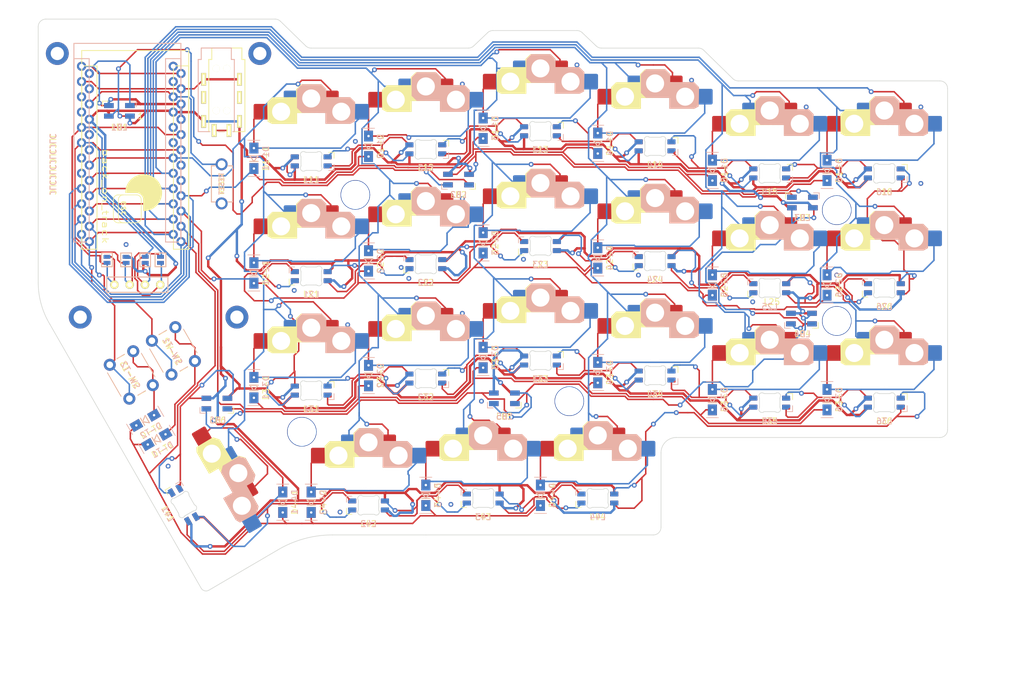
<source format=kicad_pcb>
(kicad_pcb (version 20211014) (generator pcbnew)
  (layers (0 "F.Cu" signal) (31 "B.Cu" signal) (34 "B.Paste" user) (35 "F.Paste" user) (36 "B.SilkS" user "B.Silkscreen") (37 "F.SilkS" user "F.Silkscreen") (38 "B.Mask" user) (39 "F.Mask" user) (44 "Edge.Cuts" user))
  (net 0 "")
  (net 1 "row1")
  (net 2 "row2")
  (net 3 "row3")
  (net 4 "GND")
  (net 5 "VCC")
  (net 6 "bigled-out")
  (net 7 "col2")
  (net 8 "col3")
  (net 9 "col1")
  (net 11 "Net-(D1-1-Pad2)")
  (net 12 "Net-(D1-2-Pad2)")
  (net 13 "Net-(D1-3-Pad2)")
  (net 14 "unconnected-(J1-PadS)")
  (net 15 "row4")
  (net 16 "DATA")
  (net 17 "LED")
  (net 18 "RESET")
  (net 19 "col4")
  (net 20 "col5")
  (net 21 "col6")
  (net 22 "SDA")
  (net 23 "SCL")
  (net 24 "unconnected-(L11-Pad2)")
  (net 25 "Net-(L11-Pad3)")
  (net 26 "Net-(L12-Pad3)")
  (net 27 "Net-(L13-Pad3)")
  (net 28 "Net-(L14-Pad3)")
  (net 29 "Net-(L15-Pad3)")
  (net 30 "Net-(L16-Pad3)")
  (net 31 "Net-(L21-Pad2)")
  (net 32 "Net-(L21-Pad3)")
  (net 33 "Net-(L22-Pad2)")
  (net 34 "Net-(L23-Pad2)")
  (net 35 "Net-(D1-4-Pad2)")
  (net 36 "Net-(D1-5-Pad2)")
  (net 37 "Net-(D1-6-Pad2)")
  (net 38 "Net-(D2-1-Pad2)")
  (net 39 "Net-(D2-2-Pad2)")
  (net 40 "Net-(D2-3-Pad2)")
  (net 41 "Net-(D2-4-Pad2)")
  (net 42 "Net-(D2-5-Pad2)")
  (net 43 "Net-(D2-6-Pad2)")
  (net 44 "Net-(D3-1-Pad2)")
  (net 45 "Net-(D3-2-Pad2)")
  (net 46 "Net-(D3-3-Pad2)")
  (net 47 "Net-(D3-4-Pad2)")
  (net 48 "Net-(D3-5-Pad2)")
  (net 49 "Net-(D3-6-Pad2)")
  (net 50 "Net-(D4-1-Pad2)")
  (net 51 "Net-(D4-2-Pad2)")
  (net 52 "Net-(D4-3-Pad2)")
  (net 53 "Net-(D4-4-Pad2)")
  (net 54 "Net-(D-T1-Pad2)")
  (net 55 "Net-(D-T2-Pad2)")
  (net 56 "Net-(J2-Pad1)")
  (net 57 "Net-(J2-Pad2)")
  (net 58 "Net-(J2-Pad3)")
  (net 63 "Net-(J2-Pad4)")
  (net 64 "Net-(L24-Pad2)")
  (net 65 "Net-(L25-Pad2)")
  (net 66 "Net-(L31-Pad3)")
  (net 67 "Net-(L32-Pad3)")
  (net 68 "Net-(L33-Pad3)")
  (net 69 "Net-(L34-Pad3)")
  (net 70 "Net-(L35-Pad3)")
  (net 71 "Net-(L36-Pad3)")
  (net 72 "Net-(L41-Pad2)")
  (net 73 "Net-(L42-Pad2)")
  (net 74 "Net-(L43-Pad2)")
  (net 75 "Net-(LB1-Pad1)")
  (net 76 "Net-(LB2-Pad1)")
  (net 77 "Net-(LB3-Pad1)")
  (net 78 "Net-(LB4-Pad1)")
  (net 79 "Net-(LB5-Pad1)")
  (footprint "Footprints:Diode_SOD123" (layer "F.Cu") (at 67.31 89.535 30)
    (fp_text reference "D-T2")
    (fp_text value "1N4148W" hide)
  )
  (footprint "Footprints:Diode_SOD123" (layer "F.Cu") (at 104.425 63.05 90)
    (fp_text reference "D2-2")
    (fp_text value "1N4148W" hide)
  )
  (footprint "Footprints:Diode_SOD123" (layer "F.Cu") (at 123.475 79.1 90)
    (fp_text reference "D3-3")
    (fp_text value "1N4148W" hide)
  )
  (footprint "Footprints:SW_choc_HS_1u_reversible_rotated" (layer "F.Cu") (at 94.9 42)
    (fp_text reference "SW1-1" hide)
    (fp_text value "choc_SW_HS" hide)
  )
  (footprint "Footprints:Diode_SOD123" (layer "F.Cu") (at 142.525 62.55 90)
    (fp_text reference "D2-4")
    (fp_text value "1N4148W" hide)
  )
  (footprint "Footprints:SW_choc_HS_1u_reversible_rotated" (layer "F.Cu") (at 190.15 44)
    (fp_text reference "SW1-6" hide)
    (fp_text value "choc_SW_HS" hide)
  )
  (footprint "Footprints:Diode_SOD123" (layer "F.Cu") (at 161.575 67.05 90)
    (fp_text reference "D2-5")
    (fp_text value "1N4148W" hide)
  )
  (footprint "Footprints:Diode_SOD123" (layer "F.Cu") (at 85.375 65.05 90)
    (fp_text reference "D2-1")
    (fp_text value "1N4148W" hide)
  )
  (footprint "Footprints:LED_choc_6028R_doublesided_rotated" (layer "F.Cu") (at 133 75.1)
    (fp_text reference "L33")
    (fp_text value "choc_SK6812MINI-E" hide)
    (fp_line (start 0.794452 3.000001) (end -0.794452 3.000001) (layer "Edge.Cuts") (width 0.1))
    (fp_line (start -0.794452 6) (end 0.794453 6) (layer "Edge.Cuts") (width 0.1))
    (fp_line (start -1.699999 3.797159) (end -1.699999 5.202843) (layer "Edge.Cuts") (width 0.1))
    (fp_line (start 1.699999 5.202843) (end 1.699999 3.797159) (layer "Edge.Cuts") (width 0.1))
    (fp_arc (start -1.749484 3.580281) (mid -1.712519 3.685931) (end -1.699999 3.797158) (layer "Edge.Cuts") (width 0.1))
    (fp_arc (start 0.794453 6) (mid 0.925123 6.017377) (end 1.046711 6.068299) (layer "Edge.Cuts") (width 0.1))
    (fp_arc (start -1.699999 5.202843) (mid -1.712528 5.314069) (end -1.749484 5.419721) (layer "Edge.Cuts") (width 0.1))
    (fp_arc (start 1.046711 2.931702) (mid 0.925123 2.982624) (end 0.794452 3.000001) (layer "Edge.Cuts") (width 0.1))
    (fp_arc (start -1.749484 3.580281) (mid -1.63807 2.995967) (end -1.046711 2.931704) (layer "Edge.Cuts") (width 0.1))
    (fp_arc (start -1.046711 6.0683) (mid -1.638072 6.004036) (end -1.749484 5.419721) (layer "Edge.Cuts") (width 0.1))
    (fp_arc (start -0.794452 3.000001) (mid -0.925122 2.982624) (end -1.04671 2.931702) (layer "Edge.Cuts") (width 0.1))
    (fp_arc (start 1.749484 5.419721) (mid 1.638071 6.004036) (end 1.046711 6.068299) (layer "Edge.Cuts") (width 0.1))
    (fp_arc (start 1.046711 2.931702) (mid 1.638071 2.995965) (end 1.749484 3.580282) (layer "Edge.Cuts") (width 0.1))
    (fp_arc (start -1.046711 6.0683) (mid -0.925123 6.017378) (end -0.794453 6.000001) (layer "Edge.Cuts") (width 0.1))
    (fp_arc (start 1.699999 3.797159) (mid 1.71253 3.685934) (end 1.749484 3.580281) (layer "Edge.Cuts") (width 0.1))
    (fp_arc (start 1.749484 5.419721) (mid 1.712509 5.314073) (end 1.699999 5.202844) (layer "Edge.Cuts") (width 0.1))
  )
  (footprint "Footprints:LED_choc_6028R_doublesided_rotated_twice" (layer "F.Cu") (at 190.15 63.05)
    (fp_text reference "L26")
    (fp_text value "choc_SK6812MINI-E" hide)
    (fp_line (start -0.794452 6) (end 0.794453 6) (layer "Edge.Cuts") (width 0.1))
    (fp_line (start 1.699999 5.202843) (end 1.699999 3.797159) (layer "Edge.Cuts") (width 0.1))
    (fp_line (start -1.699999 3.797159) (end -1.699999 5.202843) (layer "Edge.Cuts") (width 0.1))
    (fp_line (start 0.794452 3.000001) (end -0.794452 3.000001) (layer "Edge.Cuts") (width 0.1))
    (fp_arc (start -1.749484 3.580281) (mid -1.63807 2.995967) (end -1.046711 2.931704) (layer "Edge.Cuts") (width 0.1))
    (fp_arc (start 1.749484 5.419721) (mid 1.638071 6.004036) (end 1.046711 6.068299) (layer "Edge.Cuts") (width 0.1))
    (fp_arc (start -1.046711 6.0683) (mid -1.638072 6.004036) (end -1.749484 5.419721) (layer "Edge.Cuts") (width 0.1))
    (fp_arc (start 1.046711 2.931702) (mid 0.925123 2.982624) (end 0.794452 3.000001) (layer "Edge.Cuts") (width 0.1))
    (fp_arc (start 1.046711 2.931702) (mid 1.638071 2.995965) (end 1.749484 3.580282) (layer "Edge.Cuts") (width 0.1))
    (fp_arc (start -0.794452 3.000001) (mid -0.925122 2.982624) (end -1.04671 2.931702) (layer "Edge.Cuts") (width 0.1))
    (fp_arc (start -1.749484 3.580281) (mid -1.712519 3.685931) (end -1.699999 3.797158) (layer "Edge.Cuts") (width 0.1))
    (fp_arc (start -1.046711 6.0683) (mid -0.925123 6.017378) (end -0.794453 6.000001) (layer "Edge.Cuts") (width 0.1))
    (fp_arc (start 1.749484 5.419721) (mid 1.712509 5.314073) (end 1.699999 5.202844) (layer "Edge.Cuts") (width 0.1))
    (fp_arc (start -1.699999 5.202843) (mid -1.712528 5.314069) (end -1.749484 5.419721) (layer "Edge.Cuts") (width 0.1))
    (fp_arc (start 0.794453 6) (mid 0.925123 6.017377) (end 1.046711 6.068299) (layer "Edge.Cuts") (width 0.1))
    (fp_arc (start 1.699999 3.797159) (mid 1.71253 3.685934) (end 1.749484 3.580281) (layer "Edge.Cuts") (width 0.1))
  )
  (footprint "Footprints:Diode_SOD123" (layer "F.Cu") (at 104.425 44 90)
    (fp_text reference "D1-2")
    (fp_text value "1N4148W" hide)
  )
  (footprint "Footprints:Diode_SOD123" (layer "F.Cu") (at 142.525 81.6 90)
    (fp_text reference "D3-4")
    (fp_text value "1N4148W" hide)
  )
  (footprint "Footprints:LED_choc_6028R_doublesided_rotated_twice" (layer "F.Cu") (at 94.9 61.05)
    (fp_text reference "L21")
    (fp_text value "choc_SK6812MINI-E" hide)
    (fp_line (start 1.699999 5.202843) (end 1.699999 3.797159) (layer "Edge.Cuts") (width 0.1))
    (fp_line (start 0.794452 3.000001) (end -0.794452 3.000001) (layer "Edge.Cuts") (width 0.1))
    (fp_line (start -1.699999 3.797159) (end -1.699999 5.202843) (layer "Edge.Cuts") (width 0.1))
    (fp_line (start -0.794452 6) (end 0.794453 6) (layer "Edge.Cuts") (width 0.1))
    (fp_arc (start -1.046711 6.0683) (mid -1.638072 6.004036) (end -1.749484 5.419721) (layer "Edge.Cuts") (width 0.1))
    (fp_arc (start 1.046711 2.931702) (mid 0.925123 2.982624) (end 0.794452 3.000001) (layer "Edge.Cuts") (width 0.1))
    (fp_arc (start 1.749484 5.419721) (mid 1.638071 6.004036) (end 1.046711 6.068299) (layer "Edge.Cuts") (width 0.1))
    (fp_arc (start 0.794453 6) (mid 0.925123 6.017377) (end 1.046711 6.068299) (layer "Edge.Cuts") (width 0.1))
    (fp_arc (start 1.749484 5.419721) (mid 1.712509 5.314073) (end 1.699999 5.202844) (layer "Edge.Cuts") (width 0.1))
    (fp_arc (start 1.046711 2.931702) (mid 1.638071 2.995965) (end 1.749484 3.580282) (layer "Edge.Cuts") (width 0.1))
    (fp_arc (start -1.046711 6.0683) (mid -0.925123 6.017378) (end -0.794453 6.000001) (layer "Edge.Cuts") (width 0.1))
    (fp_arc (start -1.749484 3.580281) (mid -1.63807 2.995967) (end -1.046711 2.931704) (layer "Edge.Cuts") (width 0.1))
    (fp_arc (start 1.699999 3.797159) (mid 1.71253 3.685934) (end 1.749484 3.580281) (layer "Edge.Cuts") (width 0.1))
    (fp_arc (start -1.749484 3.580281) (mid -1.712519 3.685931) (end -1.699999 3.797158) (layer "Edge.Cuts") (width 0.1))
    (fp_arc (start -1.699999 5.202843) (mid -1.712528 5.314069) (end -1.749484 5.419721) (layer "Edge.Cuts") (width 0.1))
    (fp_arc (start -0.794452 3.000001) (mid -0.925122 2.982624) (end -1.04671 2.931702) (layer "Edge.Cuts") (width 0.1))
  )
  (footprint "Footprints:LED_SK6812MINI_PLCC4_3.5x3.5mm_P1.75mm" (layer "F.Cu") (at 79.22 86.755)
    (fp_text reference "LB6")
    (fp_text value "SK6812MINI")
  )
  (footprint "Footprints:MountingHole_2.2mm_M2_ISO14580_Pad" (layer "F.Cu") (at 86.36 28.575)
    (fp_text reference "H1" hide)
    (fp_text value "MountingHole")
  )
  (footprint "Footprints:LED_choc_6028R_doublesided_rotated" (layer "F.Cu") (at 152.05 77.6)
    (fp_text reference "L34")
    (fp_text value "choc_SK6812MINI-E" hide)
    (fp_line (start -0.794452 6) (end 0.794453 6) (layer "Edge.Cuts") (width 0.1))
    (fp_line (start 0.794452 3.000001) (end -0.794452 3.000001) (layer "Edge.Cuts") (width 0.1))
    (fp_line (start 1.699999 5.202843) (end 1.699999 3.797159) (layer "Edge.Cuts") (width 0.1))
    (fp_line (start -1.699999 3.797159) (end -1.699999 5.202843) (layer "Edge.Cuts") (width 0.1))
    (fp_arc (start 1.046711 2.931702) (mid 0.925123 2.982624) (end 0.794452 3.000001) (layer "Edge.Cuts") (width 0.1))
    (fp_arc (start -1.749484 3.580281) (mid -1.63807 2.995967) (end -1.046711 2.931704) (layer "Edge.Cuts") (width 0.1))
    (fp_arc (start 1.046711 2.931702) (mid 1.638071 2.995965) (end 1.749484 3.580282) (layer "Edge.Cuts") (width 0.1))
    (fp_arc (start -0.794452 3.000001) (mid -0.925122 2.982624) (end -1.04671 2.931702) (layer "Edge.Cuts") (width 0.1))
    (fp_arc (start -1.699999 5.202843) (mid -1.712528 5.314069) (end -1.749484 5.419721) (layer "Edge.Cuts") (width 0.1))
    (fp_arc (start -1.046711 6.0683) (mid -1.638072 6.004036) (end -1.749484 5.419721) (layer "Edge.Cuts") (width 0.1))
    (fp_arc (start 1.699999 3.797159) (mid 1.71253 3.685934) (end 1.749484 3.580281) (layer "Edge.Cuts") (width 0.1))
    (fp_arc (start 0.794453 6) (mid 0.925123 6.017377) (end 1.046711 6.068299) (layer "Edge.Cuts") (width 0.1))
    (fp_arc (start 1.749484 5.419721) (mid 1.712509 5.314073) (end 1.699999 5.202844) (layer "Edge.Cuts") (width 0.1))
    (fp_arc (start -1.046711 6.0683) (mid -0.925123 6.017378) (end -0.794453 6.000001) (layer "Edge.Cuts") (width 0.1))
    (fp_arc (start -1.749484 3.580281) (mid -1.712519 3.685931) (end -1.699999 3.797158) (layer "Edge.Cuts") (width 0.1))
    (fp_arc (start 1.749484 5.419721) (mid 1.638071 6.004036) (end 1.046711 6.068299) (layer "Edge.Cuts") (width 0.1))
  )
  (footprint "Footprints:OLED_4Pin" (layer "F.Cu") (at 62.19 67)
    (fp_text reference "J2" hide)
    (fp_text value "OLED" hide)
  )
  (footprint "Footprints:trackpad_35mm" (layer "F.Cu") (at 66.04 50.165)
    (fp_text reference "T1" hide)
    (fp_text value "trackpad")
  )
  (footprint "Footprints:LED_choc_6028R_doublesided_rotated" (layer "F.Cu") (at 94.9 42)
    (fp_text reference "L11")
    (fp_text value "choc_SK6812MINI-E" hide)
    (fp_line (start -1.699999 3.797159) (end -1.699999 5.202843) (layer "Edge.Cuts") (width 0.1))
    (fp_line (start 1.699999 5.202843) (end 1.699999 3.797159) (layer "Edge.Cuts") (width 0.1))
    (fp_line (start 0.794452 3.000001) (end -0.794452 3.000001) (layer "Edge.Cuts") (width 0.1))
    (fp_line (start -0.794452 6) (end 0.794453 6) (layer "Edge.Cuts") (width 0.1))
    (fp_arc (start -1.046711 6.0683) (mid -0.925123 6.017378) (end -0.794453 6.000001) (layer "Edge.Cuts") (width 0.1))
    (fp_arc (start -0.794452 3.000001) (mid -0.925122 2.982624) (end -1.04671 2.931702) (layer "Edge.Cuts") (width 0.1))
    (fp_arc (start 0.794453 6) (mid 0.925123 6.017377) (end 1.046711 6.068299) (layer "Edge.Cuts") (width 0.1))
    (fp_arc (start -1.046711 6.0683) (mid -1.638072 6.004036) (end -1.749484 5.419721) (layer "Edge.Cuts") (width 0.1))
    (fp_arc (start -1.699999 5.202843) (mid -1.712528 5.314069) (end -1.749484 5.419721) (layer "Edge.Cuts") (width 0.1))
    (fp_arc (start -1.749484 3.580281) (mid -1.63807 2.995967) (end -1.046711 2.931704) (layer "Edge.Cuts") (width 0.1))
    (fp_arc (start -1.749484 3.580281) (mid -1.712519 3.685931) (end -1.699999 3.797158) (layer "Edge.Cuts") (width 0.1))
    (fp_arc (start 1.046711 2.931702) (mid 0.925123 2.982624) (end 0.794452 3.000001) (layer "Edge.Cuts") (width 0.1))
    (fp_arc (start 1.749484 5.419721) (mid 1.712509 5.314073) (end 1.699999 5.202844) (layer "Edge.Cuts") (width 0.1))
    (fp_arc (start 1.749484 5.419721) (mid 1.638071 6.004036) (end 1.046711 6.068299) (layer "Edge.Cuts") (width 0.1))
    (fp_arc (start 1.699999 3.797159) (mid 1.71253 3.685934) (end 1.749484 3.580281) (layer "Edge.Cuts") (width 0.1))
    (fp_arc (start 1.046711 2.931702) (mid 1.638071 2.995965) (end 1.749484 3.580282) (layer "Edge.Cuts") (width 0.1))
  )
  (footprint "Footprints:LED_SK6812MINI_PLCC4_3.5x3.5mm_P1.75mm" (layer "F.Cu") (at 176.375 72.63)
    (fp_text reference "LB4")
    (fp_text value "SK6812MINI")
  )
  (footprint "Footprints:Logo" (layer "F.Cu") (at 64.656419 52.306496 -90)
    (fp_text reference "esc")
    (fp_text value "Logo")
  )
  (footprint "Footprints:Diode_SOD123" (layer "F.Cu") (at 90.17 103.15 90)
    (fp_text reference "D4-1")
    (fp_text value "1N4148W" hide)
  )
  (footprint "Footprints:SW_choc_HS_1u_reversible_rotated" (layer "F.Cu") (at 133 37)
    (fp_text reference "SW1-3" hide)
    (fp_text value "choc_SW_HS" hide)
  )
  (footprint "Footprints:SW_choc_HS_1u_reversible_rotated" (layer "F.Cu") (at 113.95 59.05)
    (fp_text reference "SW2-2" hide)
    (fp_text value "choc_SW_HS" hide)
  )
  (footprint "Footprints:SW_choc_HS_1u_reversible_rotated" (layer "F.Cu") (at 123.475 98)
    (fp_text reference "SW4-3" hide)
    (fp_text value "choc_SW_HS" hide)
  )
  (footprint "Footprints:SW_choc_HS_1u_reversible_rotated" (layer "F.Cu") (at 190.15 82.1)
    (fp_text reference "SW3-6" hide)
    (fp_text value "choc_SW_HS" hide)
  )
  (footprint "Footprints:MountingHole_2.5mm_Pad" (layer "F.Cu") (at 182.245 73.025)
    (fp_text reference "H7" hide)
    (fp_text value "MountingHole")
  )
  (footprint "Footprints:Jumper" (layer "F.Cu") (at 69.85 62.865 -90)
    (fp_text reference "JP1" hide)
    (fp_text value "Jumper_2_Open" hide)
  )
  (footprint "Footprints:Diode_SOD123" (layer "F.Cu") (at 161.575 48 90)
    (fp_text reference "D1-5")
    (fp_text value "1N4148W" hide)
  )
  (footprint "Footprints:Jumper" (layer "F.Cu") (at 64.135 62.865 -90)
    (fp_text reference "JP3" hide)
    (fp_text value "Jumper_2_Open" hide)
  )
  (footprint "Footprints:Diode_SOD123" (layer "F.Cu") (at 142.525 43.5 90)
    (fp_text reference "D1-4")
    (fp_text value "1N4148W" hide)
  )
  (footprint "Footprints:LED_choc_6028R_doublesided_rotated" (layer "F.Cu") (at 171.1 44)
    (fp_text reference "L15")
    (fp_text value "choc_SK6812MINI-E" hide)
    (fp_line (start 0.794452 3.000001) (end -0.794452 3.000001) (layer "Edge.Cuts") (width 0.1))
    (fp_line (start -1.699999 3.797159) (end -1.699999 5.202843) (layer "Edge.Cuts") (width 0.1))
    (fp_line (start -0.794452 6) (end 0.794453 6) (layer "Edge.Cuts") (width 0.1))
    (fp_line (start 1.699999 5.202843) (end 1.699999 3.797159) (layer "Edge.Cuts") (width 0.1))
    (fp_arc (start -1.749484 3.580281) (mid -1.712519 3.685931) (end -1.699999 3.797158) (layer "Edge.Cuts") (width 0.1))
    (fp_arc (start -1.749484 3.580281) (mid -1.63807 2.995967) (end -1.046711 2.931704) (layer "Edge.Cuts") (width 0.1))
    (fp_arc (start 1.046711 2.931702) (mid 0.925123 2.982624) (end 0.794452 3.000001) (layer "Edge.Cuts") (width 0.1))
    (fp_arc (start 1.046711 2.931702) (mid 1.638071 2.995965) (end 1.749484 3.580282) (layer "Edge.Cuts") (width 0.1))
    (fp_arc (start 1.699999 3.797159) (mid 1.71253 3.685934) (end 1.749484 3.580281) (layer "Edge.Cuts") (width 0.1))
    (fp_arc (start -1.046711 6.0683) (mid -1.638072 6.004036) (end -1.749484 5.419721) (layer "Edge.Cuts") (width 0.1))
    (fp_arc (start -0.794452 3.000001) (mid -0.925122 2.982624) (end -1.04671 2.931702) (layer "Edge.Cuts") (width 0.1))
    (fp_arc (start -1.046711 6.0683) (mid -0.925123 6.017378) (end -0.794453 6.000001) (layer "Edge.Cuts") (width 0.1))
    (fp_arc (start 1.749484 5.419721) (mid 1.712509 5.314073) (end 1.699999 5.202844) (layer "Edge.Cuts") (width 0.1))
    (fp_arc (start -1.699999 5.202843) (mid -1.712528 5.314069) (end -1.749484 5.419721) (layer "Edge.Cuts") (width 0.1))
    (fp_arc (start 0.794453 6) (mid 0.925123 6.017377) (end 1.046711 6.068299) (layer "Edge.Cuts") (width 0.1))
    (fp_arc (start 1.749484 5.419721) (mid 1.638071 6.004036) (end 1.046711 6.068299) (layer "Edge.Cuts") (width 0.1))
  )
  (footprint "Footprints:SW_choc_HS_1u_reversible_rotated" (layer "F.Cu") (at 152.05 58.55)
    (fp_text reference "SW2-4" hide)
    (fp_text value "choc_SW_HS" hide)
  )
  (footprint "Footprints:LED_choc_6028R_doublesided_rotated_twice" (layer "F.Cu") (at 123.475 98)
    (fp_text reference "L43")
    (fp_text value "choc_SK6812MINI-E" hide)
    (fp_line (start -1.699999 3.797159) (end -1.699999 5.202843) (layer "Edge.Cuts") (width 0.1))
    (fp_line (start 0.794452 3.000001) (end -0.794452 3.000001) (layer "Edge.Cuts") (width 0.1))
    (fp_line (start -0.794452 6) (end 0.794453 6) (layer "Edge.Cuts") (width 0.1))
    (fp_line (start 1.699999 5.202843) (end 1.699999 3.797159) (layer "Edge.Cuts") (width 0.1))
    (fp_arc (start 1.046711 2.931702) (mid 0.925123 2.982624) (end 0.794452 3.000001) (layer "Edge.Cuts") (width 0.1))
    (fp_arc (start 0.794453 6) (mid 0.925123 6.017377) (end 1.046711 6.068299) (layer "Edge.Cuts") (width 0.1))
    (fp_arc (start 1.749484 5.419721) (mid 1.712509 5.314073) (end 1.699999 5.202844) (layer "Edge.Cuts") (width 0.1))
    (fp_arc (start 1.749484 5.419721) (mid 1.638071 6.004036) (end 1.046711 6.068299) (layer "Edge.Cuts") (width 0.1))
    (fp_arc (start 1.046711 2.931702) (mid 1.638071 2.995965) (end 1.749484 3.580282) (layer "Edge.Cuts") (width 0.1))
    (fp_arc (start -1.046711 6.0683) (mid -0.925123 6.017378) (end -0.794453 6.000001) (layer "Edge.Cuts") (width 0.1))
    (fp_arc (start -1.046711 6.0683) (mid -1.638072 6.004036) (end -1.749484 5.419721) (layer "Edge.Cuts") (width 0.1))
    (fp_arc (start 1.699999 3.797159) (mid 1.71253 3.685934) (end 1.749484 3.580281) (layer "Edge.Cuts") (width 0.1))
    (fp_arc (start -1.749484 3.580281) (mid -1.63807 2.995967) (end -1.046711 2.931704) (layer "Edge.Cuts") (width 0.1))
    (fp_arc (start -0.794452 3.000001) (mid -0.925122 2.982624) (end -1.04671 2.931702) (layer "Edge.Cuts") (width 0.1))
    (fp_arc (start -1.749484 3.580281) (mid -1.712519 3.685931) (end -1.699999 3.797158) (layer "Edge.Cuts") (width 0.1))
    (fp_arc (start -1.699999 5.202843) (mid -1.712528 5.314069) (end -1.749484 5.419721) (layer "Edge.Cuts") (width 0.1))
  )
  (footprint "Footprints:LED_SK6812MINI_PLCC4_3.5x3.5mm_P1.75mm" (layer "F.Cu") (at 63.02 38.1 180)
    (fp_text reference "LB1")
    (fp_text value "SK6812MINI")
  )
  (footprint "Footprints:LED_choc_6028R_doublesided_rotated" (layer "F.Cu") (at 113.95 78.1)
    (fp_text reference "L32")
    (fp_text value "choc_SK6812MINI-E" hide)
    (fp_line (start 0.794452 3.000001) (end -0.794452 3.000001) (layer "Edge.Cuts") (width 0.1))
    (fp_line (start -0.794452 6) (end 0.794453 6) (layer "Edge.Cuts") (width 0.1))
    (fp_line (start 1.699999 5.202843) (end 1.699999 3.797159) (layer "Edge.Cuts") (width 0.1))
    (fp_line (start -1.699999 3.797159) (end -1.699999 5.202843) (layer "Edge.Cuts") (width 0.1))
    (fp_arc (start 1.046711 2.931702) (mid 1.638071 2.995965) (end 1.749484 3.580282) (layer "Edge.Cuts") (width 0.1))
    (fp_arc (start 1.749484 5.419721) (mid 1.638071 6.004036) (end 1.046711 6.068299) (layer "Edge.Cuts") (width 0.1))
    (fp_arc (start 1.046711 2.931702) (mid 0.925123 2.982624) (end 0.794452 3.000001) (layer "Edge.Cuts") (width 0.1))
    (fp_arc (start -1.046711 6.0683) (mid -0.925123 6.017378) (end -0.794453 6.000001) (layer "Edge.Cuts") (width 0.1))
    (fp_arc (start -1.046711 6.0683) (mid -1.638072 6.004036) (end -1.749484 5.419721) (layer "Edge.Cuts") (width 0.1))
    (fp_arc (start 0.794453 6) (mid 0.925123 6.017377) (end 1.046711 6.068299) (layer "Edge.Cuts") (width 0.1))
    (fp_arc (start -0.794452 3.000001) (mid -0.925122 2.982624) (end -1.04671 2.931702) (layer "Edge.Cuts") (width 0.1))
    (fp_arc (start -1.699999 5.202843) (mid -1.712528 5.314069) (end -1.749484 5.419721) (layer "Edge.Cuts") (width 0.1))
    (fp_arc (start 1.749484 5.419721) (mid 1.712509 5.314073) (end 1.699999 5.202844) (layer "Edge.Cuts") (width 0.1))
    (fp_arc (start 1.699999 3.797159) (mid 1.71253 3.685934) (end 1.749484 3.580281) (layer "Edge.Cuts") (width 0.1))
    (fp_arc (start -1.749484 3.580281) (mid -1.712519 3.685931) (end -1.699999 3.797158) (layer "Edge.Cuts") (width 0.1))
    (fp_arc (start -1.749484 3.580281) (mid -1.63807 2.995967) (end -1.046711 2.931704) (layer "Edge.Cuts") (width 0.1))
  )
  (footprint "Footprints:LED_choc_6028R_doublesided_rotated" (layer "F.Cu") (at 152.05 39.5)
    (fp_text reference "L14")
    (fp_text value "choc_SK6812MINI-E" hide)
    (fp_line (start 1.699999 5.202843) (end 1.699999 3.797159) (layer "Edge.Cuts") (width 0.1))
    (fp_line (start 0.794452 3.000001) (end -0.794452 3.000001) (layer "Edge.Cuts") (width 0.1))
    (fp_line (start -1.699999 3.797159) (end -1.699999 5.202843) (layer "Edge.Cuts") (width 0.1))
    (fp_line (start -0.794452 6) (end 0.794453 6) (layer "Edge.Cuts") (width 0.1))
    (fp_arc (start -1.046711 6.0683) (mid -1.638072 6.004036) (end -1.749484 5.419721) (layer "Edge.Cuts") (width 0.1))
    (fp_arc (start -1.699999 5.202843) (mid -1.712528 5.314069) (end -1.749484 5.419721) (layer "Edge.Cuts") (width 0.1))
    (fp_arc (start -0.794452 3.000001) (mid -0.925122 2.982624) (end -1.04671 2.931702) (layer "Edge.Cuts") (width 0.1))
    (fp_arc (start 1.749484 5.419721) (mid 1.638071 6.004036) (end 1.046711 6.068299) (layer "Edge.Cuts") (width 0.1))
    (fp_arc (start -1.046711 6.0683) (mid -0.925123 6.017378) (end -0.794453 6.000001) (layer "Edge.Cuts") (width 0.1))
    (fp_arc (start 1.046711 2.931702) (mid 0.925123 2.982624) (end 0.794452 3.000001) (layer "Edge.Cuts") (width 0.1))
    (fp_arc (start 0.794453 6) (mid 0.925123 6.017377) (end 1.046711 6.068299) (layer "Edge.Cuts") (width 0.1))
    (fp_arc (start -1.749484 3.580281) (mid -1.712519 3.685931) (end -1.699999 3.797158) (layer "Edge.Cuts") (width 0.1))
    (fp_arc (start 1.046711 2.931702) (mid 1.638071 2.995965) (end 1.749484 3.580282) (layer "Edge.Cuts") (width 0.1))
    (fp_arc (start 1.749484 5.419721) (mid 1.712509 5.314073) (end 1.699999 5.202844) (layer "Edge.Cuts") (width 0.1))
    (fp_arc (start 1.699999 3.797159) (mid 1.71253 3.685934) (end 1.749484 3.580281) (layer "Edge.Cuts") (width 0.1))
    (fp_arc (start -1.749484 3.580281) (mid -1.63807 2.995967) (end -1.046711 2.931704) (layer "Edge.Cuts") (width 0.1))
  )
  (footprint "Footprints:Diode_SOD123" (layer "F.Cu") (at 69.215 92.71 30)
    (fp_text reference "D-T1")
    (fp_text value "1N4148W" hide)
  )
  (footprint "Footprints:MountingHole_2.5mm_Pad" (layer "F.Cu") (at 93.345 91.44)
    (fp_text reference "H5" hide)
    (fp_text value "MountingHole")
  )
  (footprint "Footprints:SW_PUSH_6mm_H5mm" (layer "F.Cu") (at 72.323557 74.060418 -60)
    (fp_text reference "SW-T1")
    (fp_text value "choc_SW_HS")
  )
  (footprint "Footprints:MountingHole_2.5mm_Pad" (layer "F.Cu") (at 182.245 54.61)
    (fp_text reference "H6" hide)
    (fp_text value "MountingHole")
  )
  (footprint "Footprints:SW_choc_HS_1u_reversible_rotated" (layer "F.Cu") (at 133 75.1)
    (fp_text reference "SW3-3" hide)
    (fp_text value "choc_SW_HS" hide)
  )
  (footprint "Footprints:SW_choc_HS_1u_reversible_rotated" (layer "F.Cu") (at 171.1 63.05)
    (fp_text reference "SW2-5" hide)
    (fp_text value "choc_SW_HS" hide)
  )
  (footprint "Footprints:SW_choc_HS_1.5u_reversible_rotated" (layer "F.Cu") (at 77.6354 101.2872 -60)
    (fp_text reference "SW4-1" hide)
    (fp_text value "choc_SW_HS" hide)
  )
  (footprint "Footprints:MountingHole_2.5mm_Pad" (layer "F.Cu") (at 102.235 52.07)
    (fp_text reference "H8" hide)
    (fp_text value "MountingHole")
  )
  (footprint "Footprints:MountingHole_2.5mm_Pad" (layer "F.Cu") (at 137.795 86.36)
    (fp_text reference "H9" hide)
    (fp_text value "MountingHole")
  )
  (footprint "Footprints:SW_choc_HS_1u_reversible_rotated" (layer "F.Cu") (at 94.9 61.05)
    (fp_text reference "SW2-1" hide)
    (fp_text value "choc_SW_HS" hide)
  )
  (footprint "Footprints:LED_choc_6028R_doublesided_rotated" (layer "F.Cu") (at 113.95 40)
    (fp_text reference "L12")
    (fp_text value "choc_SK6812MINI-E" hide)
    (fp_line (start 0.794452 3.000001) (end -0.794452 3.000001) (layer "Edge.Cuts") (width 0.1))
    (fp_line (start -1.699999 3.797159) (end -1.699999 5.202843) (layer "Edge.Cuts") (width 0.1))
    (fp_line (start 1.699999 5.202843) (end 1.699999 3.797159) (layer "Edge.Cuts") (width 0.1))
    (fp_line (start -0.794452 6) (end 0.794453 6) (layer "Edge.Cuts") (width 0.1))
    (fp_arc (start 1.046711 2.931702) (mid 1.638071 2.995965) (end 1.749484 3.580282) (layer "Edge.Cuts") (width 0.1))
    (fp_arc (start 1.046711 2.931702) (mid 0.925123 2.982624) (end 0.794452 3.000001) (layer "Edge.Cuts") (width 0.1))
    (fp_arc (start -0.794452 3.000001) (mid -0.925122 2.982624) (end -1.04671 2.931702) (layer "Edge.Cuts") (width 0.1))
    (fp_arc (start 1.699999 3.797159) (mid 1.71253 3.685934) (end 1.749484 3.580281) (layer "Edge.Cuts") (width 0.1))
    (fp_arc (start -1.749484 3.580281) (mid -1.712519 3.685931) (end -1.699999 3.797158) (layer "Edge.Cuts") (width 0.1))
    (fp_arc (start -1.749484 3.580281) (mid -1.63807 2.995967) (end -1.046711 2.931704) (layer "Edge.Cuts") (width 0.1))
    (fp_arc (start 1.749484 5.419721) (mid 1.638071 6.004036) (end 1.046711 6.068299) (layer "Edge.Cuts") (width 0.1))
    (fp_arc (start -1.046711 6.0683) (mid -1.638072 6.004036) (end -1.749484 5.419721) (layer "Edge.Cuts") (width 0.1))
    (fp_arc (start 1.749484 5.419721) (mid 1.712509 5.314073) (end 1.699999 5.202844) (layer "Edge.Cuts") (width 0.1))
    (fp_arc (start -1.046711 6.0683) (mid -0.925123 6.017378) (end -0.794453 6.000001) (layer "Edge.Cuts") (width 0.1))
    (fp_arc (start -1.699999 5.202843) (mid -1.712528 5.314069) (end -1.749484 5.419721) (layer "Edge.Cuts") (width 0.1))
    (fp_arc (start 0.794453 6) (mid 0.925123 6.017377) (end 1.046711 6.068299) (layer "Edge.Cuts") (width 0.1))
  )
  (footprint "Footprints:LED_choc_6028R_doublesided_rotated_twice" (layer "F.Cu") (at 133 56.05)
    (fp_text reference "L23")
    (fp_text value "choc_SK6812MINI-E" hide)
    (fp_line (start 1.699999 5.202843) (end 1.699999 3.797159) (layer "Edge.Cuts") (width 0.1))
    (fp_line (start -1.699999 3.797159) (end -1.699999 5.202843) (layer "Edge.Cuts") (width 0.1))
    (fp_line (start 0.794452 3.000001) (end -0.794452 3.000001) (layer "Edge.Cuts") (width 0.1))
    (fp_line (start -0.794452 6) (end 0.794453 6) (layer "Edge.Cuts") (width 0.1))
    (fp_arc (start -1.749484 3.580281) (mid -1.712519 3.685931) (end -1.699999 3.797158) (layer "Edge.Cuts") (width 0.1))
    (fp_arc (start -1.749484 3.580281) (mid -1.63807 2.995967) (end -1.046711 2.931704) (layer "Edge.Cuts") (width 0.1))
    (fp_arc (start 1.749484 5.419721) (mid 1.712509 5.314073) (end 1.699999 5.202844) (layer "Edge.Cuts") (width 0.1))
    (fp_arc (start 1.046711 2.931702) (mid 1.638071 2.995965) (end 1.749484 3.580282) (layer "Edge.Cuts") (width 0.1))
    (fp_arc (start 1.699999 3.797159) (mid 1.71253 3.685934) (end 1.749484 3.580281) (layer "Edge.Cuts") (width 0.1))
    (fp_arc (start -1.699999 5.202843) (mid -1.712528 5.314069) (end -1.749484 5.419721) (layer "Edge.Cuts") (width 0.1))
    (fp_arc (start 0.794453 6) (mid 0.925123 6.017377) (end 1.046711 6.068299) (layer "Edge.Cuts") (width 0.1))
    (fp_arc (start 1.749484 5.419721) (mid 1.638071 6.004036) (end 1.046711 6.068299) (layer "Edge.Cuts") (width 0.1))
    (fp_arc (start 1.046711 2.931702) (mid 0.925123 2.982624) (end 0.794452 3.000001) (layer "Edge.Cuts") (width 0.1))
    (fp_arc (start -0.794452 3.000001) (mid -0.925122 2.982624) (end -1.04671 2.931702) (layer "Edge.Cuts") (width 0.1))
    (fp_arc (start -1.046711 6.0683) (mid -1.638072 6.004036) (end -1.749484 5.419721) (layer "Edge.Cuts") (width 0.1))
    (fp_arc (start -1.046711 6.0683) (mid -0.925123 6.017378) (end -0.794453 6.000001) (layer "Edge.Cuts") (width 0.1))
  )
  (footprint "Footprints:LED_choc_6028R_doublesided_rotated" (layer "F.Cu") (at 94.9 80.1)
    (fp_text reference "L31")
    (fp_text value "choc_SK6812MINI-E" hide)
    (fp_line (start -0.794452 6) (end 0.794453 6) (layer "Edge.Cuts") (width 0.1))
    (fp_line (start 1.699999 5.202843) (end 1.699999 3.797159) (layer "Edge.Cuts") (width 0.1))
    (fp_line (start 0.794452 3.000001) (end -0.794452 3.000001) (layer "Edge.Cuts") (width 0.1))
    (fp_line (start -1.699999 3.797159) (end -1.699999 5.202843) (layer "Edge.Cuts") (width 0.1))
    (fp_arc (start -1.749484 3.580281) (mid -1.712519 3.685931) (end -1.699999 3.797158) (layer "Edge.Cuts") (width 0.1))
    (fp_arc (start 1.046711 2.931702) (mid 1.638071 2.995965) (end 1.749484 3.580282) (layer "Edge.Cuts") (width 0.1))
    (fp_arc (start 1.046711 2.931702) (mid 0.925123 2.982624) (end 0.794452 3.000001) (layer "Edge.Cuts") (width 0.1))
    (fp_arc (start 1.749484 5.419721) (mid 1.638071 6.004036) (end 1.046711 6.068299) (layer "Edge.Cuts") (width 0.1))
    (fp_arc (start -1.749484 3.580281) (mid -1.63807 2.995967) (end -1.046711 2.931704) (layer "Edge.Cuts") (width 0.1))
    (fp_arc (start -1.046711 6.0683) (mid -0.925123 6.017378) (end -0.794453 6.000001) (layer "Edge.Cuts") (width 0.1))
    (fp_arc (start 1.699999 3.797159) (mid 1.71253 3.685934) (end 1.749484 3.580281) (layer "Edge.Cuts") (width 0.1))
    (fp_arc (start 0.794453 6) (mid 0.925123 6.017377) (end 1.046711 6.068299) (layer "Edge.Cuts") (width 0.1))
    (fp_arc (start 1.749484 5.419721) (mid 1.712509 5.314073) (end 1.699999 5.202844) (layer "Edge.Cuts") (width 0.1))
    (fp_arc (start -1.046711 6.0683) (mid -1.638072 6.004036) (end -1.749484 5.419721) (layer "Edge.Cuts") (width 0.1))
    (fp_arc (start -0.794452 3.000001) (mid -0.925122 2.982624) (end -1.04671 2.931702) (layer "Edge.Cuts") (width 0.1))
    (fp_arc (start -1.699999 5.202843) (mid -1.712528 5.314069) (end -1.749484 5.419721) (layer "Edge.Cuts") (width 0.1))
  )
  (footprint "Footprints:MountingHole_2.2mm_M2_ISO14580_Pad" (layer "F.Cu") (at 56.515 72.39)
    (fp_text reference "H2" hide)
    (fp_text value "MountingHole")
  )
  (footprint "Footprints:LED_choc_6028R_doublesided_rotated_twice" (layer "F.Cu") (at 142.525 98)
    (fp_text reference "L44")
    (fp_text value "choc_SK6812MINI-E" hide)
    (fp_line (start 1.699999 5.202843) (end 1.699999 3.797159) (layer "Edge.Cuts") (width 0.1))
    (fp_line (start 0.794452 3.000001) (end -0.794452 3.000001) (layer "Edge.Cuts") (width 0.1))
    (fp_line (start -0.794452 6) (end 0.794453 6) (layer "Edge.Cuts") (width 0.1))
    (fp_line (start -1.699999 3.797159) (end -1.699999 5.202843) (layer "Edge.Cuts") (width 0.1))
    (fp_arc (start -1.046711 6.0683) (mid -1.638072 6.004036) (end -1.749484 5.419721) (layer "Edge.Cuts") (width 0.1))
    (fp_arc (start -1.749484 3.580281) (mid -1.63807 2.995967) (end -1.046711 2.931704) (layer "Edge.Cuts") (width 0.1))
    (fp_arc (start 1.699999 3.797159) (mid 1.71253 3.685934) (end 1.749484 3.580281) (layer "Edge.Cuts") (width 0.1))
    (fp_arc (start 1.046711 2.931702) (mid 0.925123 2.982624) (end 0.794452 3.000001) (layer "Edge.Cuts") (width 0.1))
    (fp_arc (start 1.046711 2.931702) (mid 1.638071 2.995965) (end 1.749484 3.580282) (layer "Edge.Cuts") (width 0.1))
    (fp_arc (start -1.749484 3.580281) (mid -1.712519 3.685931) (end -1.699999 3.797158) (layer "Edge.Cuts") (width 0.1))
    (fp_arc (start 0.794453 6) (mid 0.925123 6.017377) (end 1.046711 6.068299) (layer "Edge.Cuts") (width 0.1))
    (fp_arc (start -1.699999 5.202843) (mid -1.712528 5.314069) (end -1.749484 5.419721) (layer "Edge.Cuts") (width 0.1))
    (fp_arc (start 1.749484 5.419721) (mid 1.712509 5.314073) (end 1.699999 5.202844) (layer "Edge.Cuts") (width 0.1))
    (fp_arc (start -1.046711 6.0683) (mid -0.925123 6.017378) (end -0.794453 6.000001) (layer "Edge.Cuts") (width 0.1))
    (fp_arc (start -0.794452 3.000001) (mid -0.925122 2.982624) (end -1.04671 2.931702) (layer "Edge.Cuts") (width 0.1))
    (fp_arc (start 1.749484 5.419721) (mid 1.638071 6.004036) (end 1.046711 6.068299) (layer "Edge.Cuts") (width 0.1))
  )
  (footprint "Footprints:LED_choc_6028R_doublesided_rotated" (layer "F.Cu") (at 171.1 82.1)
    (fp_text reference "L35")
    (fp_text value "choc_SK6812MINI-E" hide)
    (fp_line (start 1.699999 5.202843) (end 1.699999 3.797159) (layer "Edge.Cuts") (width 0.1))
    (fp_line (start 0.794452 3.000001) (end -0.794452 3.000001) (layer "Edge.Cuts") (width 0.1))
    (fp_line (start -0.794452 6) (end 0.794453 6) (layer "Edge.Cuts") (width 0.1))
    (fp_line (start -1.699999 3.797159) (end -1.699999 5.202843) (layer "Edge.Cuts") (width 0.1))
    (fp_arc (start -1.046711 6.0683) (mid -1.638072 6.004036) (end -1.749484 5.419721) (layer "Edge.Cuts") (width 0.1))
    (fp_arc (start 1.699999 3.797159) (mid 1.71253 3.685934) (end 1.749484 3.580281) (layer "Edge.Cuts") (width 0.1))
    (fp_arc (start -1.699999 5.202843) (mid -1.712528 5.314069) (end -1.749484 5.419721) (layer "Edge.Cuts") (width 0.1))
    (fp_arc (start 1.749484 5.419721) (mid 1.638071 6.004036) (end 1.046711 6.068299) (layer "Edge.Cuts") (width 0.1))
    (fp_arc (start 1.046711 2.931702) (mid 0.925123 2.982624) (end 0.794452 3.000001) (layer "Edge.Cuts") (width 0.1))
    (fp_arc (start 0.794453 6) (mid 0.925123 6.017377) (end 1.046711 6.068299) (layer "Edge.Cuts") (width 0.1))
    (fp_arc (start 1.046711 2.931702) (mid 1.638071 2.995965) (end 1.749484 3.580282) (layer "Edge.Cuts") (width 0.1))
    (fp_arc (start -1.749484 3.580281) (mid -1.712519 3.685931) (end -1.699999 3.797158) (layer "Edge.Cuts") (width 0.1))
    (fp_arc (start 1.749484 5.419721) (mid 1.712509 5.314073) (end 1.699999 5.202844) (layer "Edge.Cuts") (width 0.1))
    (fp_arc (start -0.794452 3.000001) (mid -0.925122 2.982624) (end -1.04671 2.931702) (layer "Edge.Cuts") (width 0.1))
    (fp_arc (start -1.749484 3.580281) (mid -1.63807 2.995967) (end -1.046711 2.931704) (layer "Edge.Cuts") (width 0.1))
    (fp_arc (start -1.046711 6.0683) (mid -0.925123 6.017378) (end -0.794453 6.000001) (layer "Edge.Cuts") (width 0.1))
  )
  (footprint "Footprints:Diode_SOD123" (layer "F.Cu") (at 94.9 103.15 90)
    (fp_text reference "D4-2")
    (fp_text value "1N4148W" hide)
  )
  (footprint "Footprints:SW_choc_HS_1u_reversible_rotated" (layer "F.Cu") (at 94.9 80.1)
    (fp_text reference "SW3-1" hide)
    (fp_text value "choc_SW_HS" hide)
  )
  (footprint "Footprints:LED_choc_6028R_doublesided_rotated" (layer "F.Cu") (at 190.15 44)
    (fp_text reference "L16")
    (fp_text value "choc_SK6812MINI-E" hide)
    (fp_line (start -1.699999 3.797159) (end -1.699999 5.202843) (layer "Edge.Cuts") (width 0.1))
    (fp_line (start 1.699999 5.202843) (end 1.699999 3.797159) (layer "Edge.Cuts") (width 0.1))
    (fp_line (start -0.794452 6) (end 0.794453 6) (layer "Edge.Cuts") (width 0.1))
    (fp_line (start 0.794452 3.000001) (end -0.794452 3.000001) (layer "Edge.Cuts") (width 0.1))
    (fp_arc (start 1.749484 5.419721) (mid 1.638071 6.004036) (end 1.046711 6.068299) (layer "Edge.Cuts") (width 0.1))
    (fp_arc (start 1.699999 3.797159) (mid 1.71253 3.685934) (end 1.749484 3.580281) (layer "Edge.Cuts") (width 0.1))
    (fp_arc (start 1.046711 2.931702) (mid 1.638071 2.995965) (end 1.749484 3.580282) (layer "Edge.Cuts") (width 0.1))
    (fp_arc (start -0.794452 3.000001) (mid -0.925122 2.982624) (end -1.04671 2.931702) (layer "Edge.Cuts") (width 0.1))
    (fp_arc (start -1.749484 3.580281) (mid -1.712519 3.685931) (end -1.699999 3.797158) (layer "Edge.Cuts") (width 0.1))
    (fp_arc (start -1.749484 3.580281) (mid -1.63807 2.995967) (end -1.046711 2.931704) (layer "Edge.Cuts") (width 0.1))
    (fp_arc (start 1.046711 2.931702) (mid 0.925123 2.982624) (end 0.794452 3.000001) (layer "Edge.Cuts") (width 0.1))
    (fp_arc (start 1.749484 5.419721) (mid 1.712509 5.314073) (end 1.699999 5.202844) (layer "Edge.Cuts") (width 0.1))
    (fp_arc (start 0.794453 6) (mid 0.925123 6.017377) (end 1.046711 6.068299) (layer "Edge.Cuts") (width 0.1))
    (fp_arc (start -1.046711 6.0683) (mid -1.638072 6.004036) (end -1.749484 5.419721) (layer "Edge.Cuts") (width 0.1))
    (fp_arc (start -1.046711 6.0683) (mid -0.925123 6.017378) (end -0.794453 6.000001) (layer "Edge.Cuts") (width 0.1))
    (fp_arc (start -1.699999 5.202843) (mid -1.712528 5.314069) (end -1.749484 5.419721) (layer "Edge.Cuts") (width 0.1))
  )
  (footprint "Footprints:SW_choc_HS_1u_reversible_rotated" (layer "F.Cu") (at 190.15 63.05)
    (fp_text reference "SW2-6" hide)
    (fp_text value "choc_SW_HS" hide)
  )
  (footprint "Footprints:TACT_SWITCH_TVBP06" (layer "F.Cu") (at 80.01 50.24 -90)
    (fp_text reference "RS1" hide)
    (fp_text value "MX_SW_solder" hide)
  )
  (footprint "Footprints:LED_choc_6028R_doublesided_rotated_twice" (layer "F.Cu") (at 77.6354 101.2872 -60)
    (fp_text reference "L41")
    (fp_text value "choc_SK6812MINI-E" hide)
    (fp_line (start 0.794452 3.000001) (end -0.794452 3.000001) (layer "Edge.Cuts") (width 0.1))
    (fp_line (start -0.794452 6) (end 0.794453 6) (layer "Edge.Cuts") (width 0.1))
    (fp_line (start -1.699999 3.797159) (end -1.699999 5.202843) (layer "Edge.Cuts") (width 0.1))
    (fp_line (start 1.699999 5.202843) (end 1.699999 3.797159) (layer "Edge.Cuts") (width 0.1))
    (fp_arc (start 1.699999 3.797159) (mid 1.712528 3.685933) (end 1.749484 3.580281) (layer "Edge.Cuts") (width 0.1))
    (fp_arc (start 1.749484 5.419721) (mid 1.638071 6.004036) (end 1.046711 6.068299) (layer "Edge.Cuts") (width 0.1))
    (fp_arc (start 1.046711 2.931702) (mid 0.925123 2.982624) (end 0.794452 3.000001) (layer "Edge.Cuts") (width 0.1))
    (fp_arc (start 1.046711 2.931702) (mid 1.638071 2.995965) (end 1.749484 3.580282) (layer "Edge.Cuts") (width 0.1))
    (fp_arc (start -0.794452 3.000001) (mid -0.925122 2.982624) (end -1.04671 2.931702) (layer "Edge.Cuts") (width 0.1))
    (fp_arc (start 1.749484 5.419721) (mid 1.712509 5.314074) (end 1.699999 5.202844) (layer "Edge.Cuts") (width 0.1))
    (fp_arc (start -1.046711 6.0683) (mid -1.638072 6.004036) (end -1.749484 5.419721) (layer "Edge.Cuts") (width 0.1))
    (fp_arc (start 0.794453 6) (mid 0.925123 6.017377) (end 1.046711 6.068299) (layer "Edge.Cuts") (width 0.1))
    (fp_arc (start -1.749484 3.580281) (mid -1.712519 3.685931) (end -1.699999 3.797158) (layer "Edge.Cuts") (width 0.1))
    (fp_arc (start -1.749484 3.580281) (mid -1.63807 2.995967) (end -1.046711 2.931704) (layer "Edge.Cuts") (width 0.1))
    (fp_arc (start -1.046711 6.0683) (mid -0.925124 6.017378) (end -0.794453 6.000001) (layer "Edge.Cuts") (width 0.1))
    (fp_arc (start -1.699999 5.202843) (mid -1.712528 5.314069) (end -1.749484 5.419721) (layer "Edge.Cuts") (width 0.1))
  )
  (footprint "Footprints:production label" (layer "F.Cu") (at 51.435 46.99 -90)
    (fp_text reference "JLCJLCJLCJLC")
    (fp_text value "production label")
  )
  (footprint "Footprints:MountingHole_2.2mm_M2_ISO14580_Pad" (layer "F.Cu") (at 82.55 72.39)
    (fp_text reference "H3" hide)
    (fp_text value "MountingHole")
  )
  (footprint "Footprints:LED_choc_6028R_doublesided_rotated" (layer "F.Cu") (at 133 37)
    (fp_text reference "L13")
    (fp_text value "choc_SK6812MINI-E" hide)
    (fp_line (start -0.794452 6) (end 0.794453 6) (layer "Edge.Cuts") (width 0.1))
    (fp_line (start -1.699999 3.797159) (end -1.699999 5.202843) (layer "Edge.Cuts") (width 0.1))
    (fp_line (start 1.699999 5.202843) (end 1.699999 3.797159) (layer "Edge.Cuts") (width 0.1))
    (fp_line (start 0.794452 3.000001) (end -0.794452 3.000001) (layer "Edge.Cuts") (width 0.1))
    (fp_arc (start -0.794452 3.000001) (mid -0.925122 2.982624) (end -1.04671 2.931702) (layer "Edge.Cuts") (width 0.1))
    (fp_arc (start 1.046711 2.931702) (mid 1.638071 2.995965) (end 1.749484 3.580282) (layer "Edge.Cuts") (width 0.1))
    (fp_arc (start 1.046711 2.931702) (mid 0.925123 2.982624) (end 0.794452 3.000001) (layer "Edge.Cuts") (width 0.1))
    (fp_arc (start 1.749484 5.419721) (mid 1.712509 5.314073) (end 1.699999 5.202844) (layer "Edge.Cuts") (width 0.1))
    (fp_arc (start -1.749484 3.580281) (mid -1.63807 2.995967) (end -1.046711 2.931704) (layer "Edge.Cuts") (width 0.1))
    (fp_arc (start 1.699999 3.797159) (mid 1.71253 3.685934) (end 1.749484 3.580281) (layer "Edge.Cuts") (width 0.1))
    (fp_arc (start 1.749484 5.419721) (mid 1.638071 6.004036) (end 1.046711 6.068299) (layer "Edge.Cuts") (width 0.1))
    (fp_arc (start 0.794453 6) (mid 0.925123 6.017377) (end 1.046711 6.068299) (layer "Edge.Cuts") (width 0.1))
    (fp_arc (start -1.749484 3.580281) (mid -1.712519 3.685931) (end -1.699999 3.797158) (layer "Edge.Cuts") (width 0.1))
    (fp_arc (start -1.046711 6.0683) (mid -0.925123 6.017378) (end -0.794453 6.000001) (layer "Edge.Cuts") (width 0.1))
    (fp_arc (start -1.046711 6.0683) (mid -1.638072 6.004036) (end -1.749484 5.419721) (layer "Edge.Cuts") (width 0.1))
    (fp_arc (start -1.699999 5.202843) (mid -1.712528 5.314069) (end -1.749484 5.419721) (layer "Edge.Cuts") (width 0.1))
  )
  (footprint "Footprints:SW_choc_HS_1u_reversible_rotated" (layer "F.Cu") (at 142.525 98)
    (fp_text reference "SW4-4" hide)
    (fp_text value "choc_SW_HS" hide)
  )
  (footprint "Footprints:ProMicro_rev2" (layer "F.Cu") (at 65.5506 45.4721)
    (fp_text reference "U1" hide)
    (fp_text value "ProMicro" hide)
  )
  (footprint "Footprints:SW_choc_HS_1u_reversible_rotated" (layer "F.Cu") (at 152.05 39.5)
    (fp_text reference "SW1-4" hide)
    (fp_text value "choc_SW_HS" hide)
  )
  (footprint "Footprints:Diode_SOD123" (layer "F.Cu") (at 104.425 82.1 90)
    (fp_text reference "D3-2")
    (fp_text value "1N4148W" hide)
  )
  (footprint "Footprints:LED_choc_6028R_doublesided_rotated" (layer "F.Cu") (at 190.15 82.1)
    (fp_text reference "L36")
    (fp_text value "choc_SK6812MINI-E" hide)
    (fp_line (start -1.699999 3.797159) (end -1.699999 5.202843) (layer "Edge.Cuts") (width 0.1))
    (fp_line (start 0.794452 3.000001) (end -0.794452 3.000001) (layer "Edge.Cuts") (width 0.1))
    (fp_line (start -0.794452 6) (end 0.794453 6) (layer "Edge.Cuts") (width 0.1))
    (fp_line (start 1.699999 5.202843) (end 1.699999 3.797159) (layer "Edge.Cuts") (width 0.1))
    (fp_arc (start 1.046711 2.931702) (mid 1.638071 2.995965) (end 1.749484 3.580282) (layer "Edge.Cuts") (width 0.1))
    (fp_arc (start 1.749484 5.419721) (mid 1.712509 5.314073) (end 1.699999 5.202844) (layer "Edge.Cuts") (width 0.1))
    (fp_arc (start -1.699999 5.202843) (mid -1.712528 5.314069) (end -1.749484 5.419721) (layer "Edge.Cuts") (width 0.1))
    (fp_arc (start -1.046711 6.0683) (mid -0.925123 6.017378) (end -0.794453 6.000001) (layer "Edge.Cuts") (width 0.1))
    (fp_arc (start 1.046711 2.931702) (mid 0.925123 2.982624) (end 0.794452 3.000001) (layer "Edge.Cuts") (width 0.1))
    (fp_arc (start -1.749484 3.580281) (mid -1.712519 3.685931) (end -1.699999 3.797158) (layer "Edge.Cuts") (width 0.1))
    (fp_arc (start -1.046711 6.0683) (mid -1.638072 6.004036) (end -1.749484 5.419721) (layer "Edge.Cuts") (width 0.1))
    (fp_arc (start 1.749484 5.419721) (mid 1.638071 6.004036) (end 1.046711 6.068299) (layer "Edge.Cuts") (width 0.1))
    (fp_arc (start -0.794452 3.000001) (mid -0.925122 2.982624) (end -1.04671 2.931702) (layer "Edge.Cuts") (width 0.1))
    (fp_arc (start -1.749484 3.580281) (mid -1.63807 2.995967) (end -1.046711 2.931704) (layer "Edge.Cuts") (width 0.1))
    (fp_arc (start 1.699999 3.797159) (mid 1.71253 3.685934) (end 1.749484 3.580281) (layer "Edge.Cuts") (width 0.1))
    (fp_arc (start 0.794453 6) (mid 0.925123 6.017377) (end 1.046711 6.068299) (layer "Edge.Cuts") (width 0.1))
  )
  (footprint "Footprints:SW_choc_HS_1u_reversible_rotated" (layer "F.Cu") (at 171.1 82.1)
    (fp_text reference "SW3-5" hide)
    (fp_text value "choc_SW_HS" hide)
  )
  (footprint "Footprints:Diode_SOD123" (layer "F.Cu") (at 180.625 48 90)
    (fp_text reference "D1-6")
    (fp_text value "1N4148W" hide)
  )
  (footprint "Footprints:SW_choc_HS_1u_reversible_rotated" (layer "F.Cu") (at 133 56.05)
    (fp_text reference "SW2-3" hide)
    (fp_text value "choc_SW_HS" hide)
  )
  (footprint "Footprints:LED_choc_6028R_doublesided_rotated_twice" (layer "F.Cu") (at 104.425 99.15)
    (fp_text reference "L42")
    (fp_text value "choc_SK6812MINI-E" hide)
    (fp_line (start 1.699999 5.202843) (end 1.699999 3.797159) (layer "Edge.Cuts") (width 0.1))
    (fp_line (start -1.699999 3.797159) (end -1.699999 5.202843) (layer "Edge.Cuts") (width 0.1))
    (fp_line (start 0.794452 3.000001) (end -0.794452 3.000001) (layer "Edge.Cuts") (width 0.1))
    (fp_line (start -0.794452 6) (end 0.794453 6) (layer "Edge.Cuts") (width 0.1))
    (fp_arc (start 1.046711 2.931702) (mid 0.925123 2.982624) (end 0.794452 3.000001) (layer "Edge.Cuts") (width 0.1))
    (fp_arc (start -0.794452 3.000001) (mid -0.925122 2.982624) (end -1.04671 2.931702) (layer "Edge.Cuts") (width 0.1))
    (fp_arc (start 1.046711 2.931702) (mid 1.638071 2.995965) (end 1.749484 3.580282) (layer "Edge.Cuts") (width 0.1))
    (fp_arc (start -1.046711 6.0683) (mid -0.925123 6.017378) (end -0.794453 6.000001) (layer "Edge.Cuts") (width 0.1))
    (fp_arc (start 1.699999 3.797159) (mid 1.71253 3.685934) (end 1.749484 3.580281) (layer "Edge.Cuts") (width 0.1))
    (fp_arc (start -1.046711 6.0683) (mid -1.638072 6.004036) (end -1.749484 5.419721) (layer "Edge.Cuts") (width 0.1))
    (fp_arc (start -1.749484 3.580281) (mid -1.63807 2.995967) (end -1.046711 2.931704) (layer "Edge.Cuts") (width 0.1))
    (fp_arc (start -1.749484 3.580281) (mid -1.712519 3.685931) (end -1.699999 3.797158) (layer "Edge.Cuts") (width 0.1))
    (fp_arc (start -1.699999 5.202843) (mid -1.712528 5.314069) (end -1.749484 5.419721) (layer "Edge.Cuts") (width 0.1))
    (fp_arc (start 1.749484 5.419721) (mid 1.638071 6.004036) (end 1.046711 6.068299) (layer "Edge.Cuts") (width 0.1))
    (fp_arc (start 0.794453 6) (mid 0.925123 6.017377) (end 1.046711 6.068299) (layer "Edge.Cuts") (width 0.1))
    (fp_arc (start 1.749484 5.419721) (mid 1.712509 5.314073) (end 1.699999 5.202844) (layer "Edge.Cuts") (width 0.1))
  )
  (footprint "Footprints:Diode_SOD123" (layer "F.Cu") (at 113.95 102 90)
    (fp_text reference "D4-3")
    (fp_text value "1N4148W" hide)
  )
  (footprint "Footprints:SW_choc_HS_1u_reversible_rotated" (layer "F.Cu") (at 113.95 40)
    (fp_text reference "SW1-2" hide)
    (fp_text value "choc_SW_HS" hide)
  )
  (footprint "Footprints:Diode_SOD123" (layer "F.Cu") (at 180.625 86.1 90)
    (fp_text reference "D3-6")
    (fp_text value "1N4148W" hide)
  )
  (footprint "Footprints:Diode_SOD123" (layer "F.Cu") (at 123.475 41 90)
    (fp_text reference "D1-3")
    (fp_text value "1N4148W" hide)
  )
  (footprint "Footprints:Diode_SOD123" (layer "F.Cu") (at 133 102 90)
    (fp_text reference "D4-4")
    (fp_text value "1N4148W" hide)
  )
  (footprint "Footprints:LED_choc_6028R_doublesided_rotated_twice" (layer "F.Cu") (at 171.1 63.05)
    (fp_text reference "L25")
    (fp_text value "choc_SK6812MINI-E" hide)
    (fp_line (start 1.699999 5.202843) (end 1.699999 3.797159) (layer "Edge.Cuts") (width 0.1))
    (fp_line (start -1.699999 3.797159) (end -1.699999 5.202843) (layer "Edge.Cuts") (width 0.1))
    (fp_line (start -0.794452 6) (end 0.794453 6) (layer "Edge.Cuts") (width 0.1))
    (fp_line (start 0.794452 3.000001) (end -0.794452 3.000001) (layer "Edge.Cuts") (width 0.1))
    (fp_arc (start 0.794453 6) (mid 0.925123 6.017377) (end 1.046711 6.068299) (layer "Edge.Cuts") (width 0.1))
    (fp_arc (start -1.749484 3.580281) (mid -1.712519 3.685931) (end -1.699999 3.797158) (layer "Edge.Cuts") (width 0.1))
    (fp_arc (start -1.749484 3.580281) (mid -1.63807 2.995967) (end -1.046711 2.931704) (layer "Edge.Cuts") (width 0.1))
    (fp_arc (start -1.046711 6.0683) (mid -0.925123 6.017378) (end -0.794453 6.000001) (layer "Edge.Cuts") (width 0.1))
    (fp_arc (start 1.699999 3.797159) (mid 1.71253 3.685934) (end 1.749484 3.580281) (layer "Edge.Cuts") (width 0.1))
    (fp_arc (start 1.749484 5.419721) (mid 1.638071 6.004036) (end 1.046711 6.068299) (layer "Edge.Cuts") (width 0.1))
    (fp_arc (start 1.046711 2.931702) (mid 0.925123 2.982624) (end 0.794452 3.000001) (layer "Edge.Cuts") (width 0.1))
    (fp_arc (start -0.794452 3.000001) (mid -0.925122 2.982624) (end -1.04671 2.931702) (layer "Edge.Cuts") (width 0.1))
    (fp_arc (start 1.749484 5.419721) (mid 1.712509 5.314073) (end 1.699999 5.202844) (layer "Edge.Cuts") (width 0.1))
    (fp_arc (start -1.699999 5.202843) (mid -1.712528 5.314069) (end -1.749484 5.419721) (layer "Edge.Cuts") (width 0.1))
    (fp_arc (start 1.046711 2.931702) (mid 1.638071 2.995965) (end 1.749484 3.580282) (layer "Edge.Cuts") (width 0.1))
    (fp_arc (start -1.046711 6.0683) (mid -1.638072 6.004036) (end -1.749484 5.419721) (layer "Edge.Cuts") (width 0.1))
  )
  (footprint "Footprints:Diode_SOD123" (layer "F.Cu") (at 161.575 86.1 90)
    (fp_text reference "D3-5")
    (fp_text value "1N4148W" hide)
  )
  (footprint "Footprints:SW_choc_HS_1u_reversible_rotated" (layer "F.Cu") (at 113.95 78.1)
    (fp_text reference "SW3-2" hide)
    (fp_text value "choc_SW_HS" hide)
  )
  (footprint "Footprints:LED_SK6812MINI_PLCC4_3.5x3.5mm_P1.75mm" (layer "F.Cu") (at 127 85.875)
    (fp_text reference "LB5")
    (fp_text value "SK6812MINI")
  )
  (footprint "Footprints:TRRS_JACK_MJ4PP9_Renamed" (layer "F.Cu") (at 80.875 29.5625)
    (fp_text reference "J1" hide)
    (fp_text value "AudioJack4" hide)
  )
  (footprint "Footprints:LED_SK6812MINI_PLCC4_3.5x3.5mm_P1.75mm" (layer "F.Cu") (at 176.53 53.34 180)
    (fp_text reference "LB3")
    (fp_text value "SK6812MINI")
  )
  (footprint "Footprints:MountingHole_2.2mm_M2_ISO14580_Pad" (layer "F.Cu") (at 52.705 28.575)
    (fp_text reference "H4" hide)
    (fp_text value "MountingHole")
  )
  (footprint "Footprints:LED_choc_6028R_doublesided_rotated_twice" (layer "F.Cu") (at 113.95 59.05)
    (fp_text reference "L22")
    (fp_text value "choc_SK6812MINI-E" hide)
    (fp_line (start 0.794452 3.000001) (end -0.794452 3.000001) (layer "Edge.Cuts") (width 0.1))
    (fp_line (start 1.699999 5.202843) (end 1.699999 3.797159) (layer "Edge.Cuts") (width 0.1))
    (fp_line (start -1.699999 3.797159) (end -1.699999 5.202843) (layer "Edge.Cuts") (width 0.1))
    (fp_line (start -0.794452 6) (end 0.794453 6) (layer "Edge.Cuts") (width 0.1))
    (fp_arc (start -1.749484 3.580281) (mid -1.712519 3.685931) (end -1.699999 3.797158) (layer "Edge.Cuts") (width 0.1))
    (fp_arc (start -1.046711 6.0683) (mid -0.925123 6.017378) (end -0.794453 6.000001) (layer "Edge.Cuts") (width 0.1))
    (fp_arc (start 1.046711 2.931702) (mid 0.925123 2.982624) (end 0.794452 3.000001) (layer "Edge.Cuts") (width 0.1))
    (fp_arc (start -1.749484 3.580281) (mid -1.63807 2.995967) (end -1.046711 2.931704) (layer "Edge.Cuts") (width 0.1))
    (fp_arc (start 0.794453 6) (mid 0.925123 6.017377) (end 1.046711 6.068299) (layer "Edge.Cuts") (width 0.1))
    (fp_arc (start 1.046711 2.931702) (mid 1.638071 2.995965) (end 1.749484 3.580282) (layer "Edge.Cuts") (width 0.1))
    (fp_arc (start -1.699999 5.202843) (mid -1.712528 5.314069) (end -1.749484 5.419721) (layer "Edge.Cuts") (width 0.1))
    (fp_arc (start 1.749484 5.419721) (mid 1.712509 5.314073) (end 1.699999 5.202844) (layer "Edge.Cuts") (width 0.1))
    (fp_arc (start -0.794452 3.000001) (mid -0.925122 2.982624) (end -1.04671 2.931702) (layer "Edge.Cuts") (width 0.1))
    (fp_arc (start 1.699999 3.797159) (mid 1.71253 3.685934) (end 1.749484 3.580281) (layer "Edge.Cuts") (width 0.1))
    (fp_arc (start 1.749484 5.419721) (mid 1.638071 6.004036) (end 1.046711 6.068299) (layer "Edge.Cuts") (width 0.1))
    (fp_arc (start -1.046711 6.0683) (mid -1.638072 6.004036) (end -1.749484 5.419721) (layer "Edge.Cuts") (width 0.1))
  )
  (footprint "Footprints:LED_SK6812MINI_PLCC4_3.5x3.5mm_P1.75mm" (layer "F.Cu") (at 119.38 49.53)
    (fp_text reference "LB2")
    (fp_text value "SK6812MINI")
  )
  (footprint "Footprints:LED_choc_6028R_doublesided_rotated_twice" (layer "F.Cu") (at 152.05 58.55)
    (fp_text reference "L24")
    (fp_text value "choc_SK6812MINI-E" hide)
    (fp_line (start -1.699999 3.797159) (end -1.699999 5.202843) (layer "Edge.Cuts") (width 0.1))
    (fp_line (start 1.699999 5.202843) (end 1.699999 3.797159) (layer "Edge.Cuts") (width 0.1))
    (fp_line (start -0.794452 6) (end 0.794453 6) (layer "Edge.Cuts") (width 0.1))
    (fp_line (start 0.794452 3.000001) (end -0.794452 3.000001) (layer "Edge.Cuts") (width 0.1))
    (fp_arc (start 1.046711 2.931702) (mid 0.925123 2.982624) (end 0.794452 3.000001) (layer "Edge.Cuts") (width 0.1))
    (fp_arc (start 1.749484 5.419721) (mid 1.712509 5.314073) (end 1.699999 5.202844) (layer "Edge.Cuts") (width 0.1))
    (fp_arc (start -1.749484 3.580281) (mid -1.712519 3.685931) (end -1.699999 3.797158) (layer "Edge.Cuts") (width 0.1))
    (fp_arc (start 0.794453 6) (mid 0.925123 6.017377) (end 1.046711 6.068299) (layer "Edge.Cuts") (width 0.1))
    (fp_arc (start -1.699999 5.202843) (mid -1.712528 5.314069) (end -1.749484 5.419721) (layer "Edge.Cuts") (width 0.1))
    (fp_arc (start -1.046711 6.0683) (mid -1.638072 6.004036) (end -1.749484 5.419721) (layer "Edge.Cuts") (width 0.1))
    (fp_arc (start 1.699999 3.797159) (mid 1.71253 3.685934) (end 1.749484 3.580281) (layer "Edge.Cuts") (width 0.1))
    (fp_arc (start -0.794452 3.000001) (mid -0.925122 2.982624) (end -1.04671 2.931702) (layer "Edge.Cuts") (width 0.1))
    (fp_arc (start 1.046711 2.931702) (mid 1.638071 2.995965) (end 1.749484 3.580282) (layer "Edge.Cuts") (width 0.1))
    (fp_arc (start -1.749484 3.580281) (mid -1.63807 2.995967) (end -1.046711 2.931704) (layer "Edge.Cuts") (width 0.1))
    (fp_arc (start 1.749484 5.419721) (mid 1.638071 6.004036) (end 1.046711 6.068299) (layer "Edge.Cuts") (width 0.1))
    (fp_arc (start -1.046711 6.0683) (mid -0.925123 6.017378) (end -0.794453 6.000001) (layer "Edge.Cuts") (width 0.1))
  )
  (footprint "Footprints:Jumper" (layer "F.Cu") (at 67.31 62.865 -90)
    (fp_text reference "JP2" hide)
    (fp_text value "Jumper_2_Open" hide)
  )
  (footprint "Footprints:SW_choc_HS_1u_reversible_rotated" (layer "F.Cu") (at 152.05 77.6)
    (fp_text reference "SW3-4" hide)
    (fp_text value "choc_SW_HS" hide)
  )
  (footprint "Footprints:Diode_SOD123" (layer "F.Cu") (at 123.475 60.05 90)
    (fp_text reference "D2-3")
    (fp_text value "1N4148W" hide)
  )
  (footprint "Footprints:Jumper" (layer "F.Cu") (at 60.96 62.865 -90)
    (fp_text reference "JP4" hide)
    (fp_text value "Jumper_2_Open" hide)
  )
  (footprint "Footprints:Diode_SOD123" (layer "F.Cu") (at 85.375 84.1 90)
    (fp_text reference "D3-1")
    (fp_text value "1N4148W" hide)
  )
  (footprint "Footprints:SW_choc_HS_1u_reversible_rotated" (layer "F.Cu") (at 171.1 44)
    (fp_text reference "SW1-5" hide)
    (fp_text value "choc_SW_HS" hide)
  )
  (footprint "Footprints:Diode_SOD123" (layer "F.Cu") (at 85.375 46 90)
    (fp_text reference "D1-1")
    (fp_text value "1N4148W" hide)
  )
  (footprint "Footprints:Diode_SOD123" (layer "F.Cu") (at 180.625 67.05 90)
    (fp_text reference "D2-6")
    (fp_text value "1N4148W" hide)
  )
  (footprint "Footprints:SW_choc_HS_1u_reversible_rotated" (layer "F.Cu") (at 104.425 99.15)
    (fp_text reference "SW4-2" hide)
    (fp_text value "choc_SW_HS" hide)
  )
  (footprint "Footprints:SW_PUSH_6mm_H5mm" (layer "F.Cu") (at 65.323557 78.060418 -60)
    (fp_text reference "SW-T2")
    (fp_text value "choc_SW_HS")
  )
  (footprint "Footprints:Jumper" (layer "B.Cu") (at 69.85 62.865 90)
    (fp_text reference "JP5" hide)
    (fp_text value "Jumper_2_Open" hide)
  )
  (footprint "Footprints:Jumper" (layer "B.Cu") (at 64.135 62.865 90)
    (fp_text reference "JP7" hide)
    (fp_text value "Jumper_2_Open" hide)
  )
  (footprint "Footprints:Jumper" (layer "B.Cu") (at 67.31 62.865 90)
    (fp_text reference "JP6" hide)
    (fp_text value "Jumper_2_Open" hide)
  )
  (footprint "Footprints:Jumper" (layer "B.Cu") (at 60.96 62.865 90)
    (fp_text reference "JP8" hide)
    (fp_text value "Jumper_2_Open" hide)
  )
  (gr_arc (start 159.253487 27.676974) (mid 159.739491 27.773654) (end 160.151513 28.048948) (layer "Edge.Cuts") (width 0.1))
  (gr_line (start 124.196974 25.136974) (end 121.92 27.305) (layer "Edge.Cuts") (width 0.1))
  (gr_line (start 139.963026 25.136974) (end 142.24 27.305) (layer "Edge.Cuts") (width 0.1))
  (gr_arc (start 199.39 33.128948) (mid 200.288044 33.500919) (end 200.66 34.398948) (layer "Edge.Cuts") (width 0.1))
  (gr_line (start 143.138026 27.676974) (end 159.253487 27.676974) (layer "Edge.Cuts") (width 0.1))
  (gr_line (start 113.964247 108.585) (end 98.425 108.585) (layer "Edge.Cuts") (width 0.1))
  (gr_line (start 89.277265 111.118776) (end 77.874923 117.781483) (layer "Edge.Cuts") (width 0.1))
  (gr_line (start 51.47801 73.590648) (end 76.616079 117.450208) (layer "Edge.Cuts") (width 0.1))
  (gr_arc (start 49.53 24.13) (mid 49.901974 23.231974) (end 50.8 22.86) (layer "Edge.Cuts") (width 0.1))
  (gr_line (start 200.66 91.1225) (end 200.66 34.398948) (layer "Edge.Cuts") (width 0.1))
  (gr_arc (start 165.866513 33.128948) (mid 165.380512 33.032262) (end 164.968487 32.756974) (layer "Edge.Cuts") (width 0.1))
  (gr_arc (start 89.277265 111.118776) (mid 93.678921 109.230149) (end 98.425 108.585) (layer "Edge.Cuts") (width 0.1))
  (gr_arc (start 200.66 91.1225) (mid 200.288026 92.020526) (end 199.39 92.3925) (layer "Edge.Cuts") (width 0.1))
  (gr_arc (start 124.196974 25.136974) (mid 124.608992 24.861672) (end 125.095 24.765) (layer "Edge.Cuts") (width 0.1))
  (gr_arc (start 88.9 22.86) (mid 89.386008 22.956673) (end 89.798026 23.231974) (layer "Edge.Cuts") (width 0.1))
  (gr_arc (start 153.035 107.315) (mid 152.663026 108.213026) (end 151.765 108.585) (layer "Edge.Cuts") (width 0.1))
  (gr_line (start 155.575 92.3925) (end 199.39 92.3925) (layer "Edge.Cuts") (width 0.1))
  (gr_line (start 153.035 107.315) (end 153.035 94.9325) (layer "Edge.Cuts") (width 0.1))
  (gr_line (start 164.968487 32.756974) (end 160.151513 28.048948) (layer "Edge.Cuts") (width 0.1))
  (gr_line (start 49.53 27.94) (end 49.53 24.13) (layer "Edge.Cuts") (width 0.1))
  (gr_line (start 139.065 24.765) (end 125.095 24.765) (layer "Edge.Cuts") (width 0.1))
  (gr_arc (start 94.878026 27.676974) (mid 94.392018 27.580301) (end 93.98 27.305) (layer "Edge.Cuts") (width 0.1))
  (gr_line (start 49.53 27.94) (end 49.53 66.675) (layer "Edge.Cuts") (width 0.1))
  (gr_line (start 121.021974 27.676974) (end 94.878026 27.676974) (layer "Edge.Cuts") (width 0.1))
  (gr_arc (start 77.874923 117.781483) (mid 77.178732 117.869565) (end 76.616079 117.450208) (layer "Edge.Cuts") (width 0.1))
  (gr_line (start 93.98 27.305) (end 89.798026 23.231974) (layer "Edge.Cuts") (width 0.1))
  (gr_line (start 199.39 33.128948) (end 165.866513 33.128948) (layer "Edge.Cuts") (width 0.1))
  (gr_line (start 113.964247 108.585) (end 151.765 108.585) (layer "Edge.Cuts") (width 0.1))
  (gr_arc (start 51.47801 73.590648) (mid 50.036575 70.26449) (end 49.53 66.675) (layer "Edge.Cuts") (width 0.1))
  (gr_arc (start 143.138026 27.676974) (mid 142.652018 27.580301) (end 142.24 27.305) (layer "Edge.Cuts") (width 0.1))
  (gr_arc (start 139.065 24.765) (mid 139.551008 24.861673) (end 139.963026 25.136974) (layer "Edge.Cuts") (width 0.1))
  (gr_arc (start 153.035 94.9325) (mid 153.778949 93.136449) (end 155.575 92.3925) (layer "Edge.Cuts") (width 0.1))
  (gr_arc (start 121.92 27.305) (mid 121.507982 27.580302) (end 121.021974 27.676974) (layer "Edge.Cuts") (width 0.1))
  (gr_line (start 88.9 22.86) (end 50.8 22.86) (layer "Edge.Cuts") (width 0.1))
  (segment (start 159.975076 51.435) (end 166.262538 51.435) (width 0.25) (layer "F.Cu") (net 1))
  (segment (start 76.835 52.065812) (end 76.835 52.07) (width 0.25) (layer "F.Cu") (net 1))
  (segment (start 169.127462 51.325) (end 174.095113 51.325) (width 0.25) (layer "F.Cu") (net 1))
  (segment (start 122.555 42.545) (end 123.32 42.545) (width 0.25) (layer "F.Cu") (net 1))
  (segment (start 76.687155 52.217845) (end 73.269415 52.217845) (width 0.25) (layer "F.Cu") (net 1))
  (segment (start 147.212538 46.99) (end 147.737538 47.515) (width 0.25) (layer "F.Cu") (net 1))
  (segment (start 99.127462 48.3) (end 101.667462 48.3) (width 0.25) (layer "F.Cu") (net 1))
  (segment (start 175.120113 50.3) (end 177.879924 50.3) (width 0.25) (layer "F.Cu") (net 1))
  (segment (start 168.492462 51.96) (end 169.127462 51.325) (width 0.25) (layer "F.Cu") (net 1))
  (segment (start 102.76 47.207462) (end 102.76 45.83) (width 0.25) (layer "F.Cu") (net 1))
  (segment (start 160.55 48.675) (end 161.575 49.7) (width 0.25) (layer "F.Cu") (net 1))
  (segment (start 137.451212 44.23) (end 141.555 44.23) (width 0.25) (layer "F.Cu") (net 1))
  (segment (start 166.787538 51.96) (end 168.492462 51.96) (width 0.25) (layer "F.Cu") (net 1))
  (segment (start 136.415 44.975) (end 136.7325 44.975) (width 0.25) (layer "F.Cu") (net 1))
  (segment (start 121.81 43.29) (end 122.555 42.545) (width 0.25) (layer "F.Cu") (net 1))
  (segment (start 136.415 44.975) (end 136.706212 44.975) (width 0.25) (layer "F.Cu") (net 1))
  (segment (start 86.36 49.53) (end 89.805038 49.53) (width 0.25) (layer "F.Cu") (net 1))
  (segment (start 128.687538 44.975) (end 129.015 44.975) (width 0.25) (layer "F.Cu") (net 1))
  (segment (start 121.81 44.45) (end 121.81 45.302462) (width 0.25) (layer "F.Cu") (net 1))
  (segment (start 97.372462 50.055) (end 99.127462 48.3) (width 0.25) (layer "F.Cu") (net 1))
  (segment (start 166.262538 51.435) (end 166.787538 51.96) (width 0.25) (layer "F.Cu") (net 1))
  (segment (start 109.002538 47.515) (end 108.695 47.207462) (width 0.25) (layer "F.Cu") (net 1))
  (segment (start 141.555 44.23) (end 142.525 45.2) (width 0.25) (layer "F.Cu") (net 1))
  (segment (start 136.7325 44.975) (end 138.7475 46.99) (width 0.25) (layer "F.Cu") (net 1))
  (segment (start 119.587462 47.525) (end 111.007538 47.525) (width 0.25) (layer "F.Cu") (net 1))
  (segment (start 174.095113 51.325) (end 175.120113 50.3) (width 0.25) (layer "F.Cu") (net 1))
  (segment (start 102.89 45.7) (end 104.425 45.7) (width 0.25) (layer "F.Cu") (net 1))
  (segment (start 85.375 47.7) (end 85.375 48.545) (width 0.25) (layer "F.Cu") (net 1))
  (segment (start 89.805038 49.53) (end 90.330038 50.055) (width 0.25) (layer "F.Cu") (net 1))
  (segment (start 90.330038 50.055) (end 97.372462 50.055) (width 0.25) (layer "F.Cu") (net 1))
  (segment (start 136.706212 44.975) (end 137.451212 44.23) (width 0.25) (layer "F.Cu") (net 1))
  (segment (start 121.81 45.302462) (end 119.587462 47.525) (width 0.25) (layer "F.Cu") (net 1))
  (segment (start 156.055076 47.515) (end 157.140038 48.599962) (width 0.25) (layer "F.Cu") (net 1))
  (segment (start 157.140038 48.599962) (end 157.215076 48.675) (width 0.25) (layer "F.Cu") (net 1))
  (segment (start 138.7475 46.99) (end 147.212538 46.99) (width 0.25) (layer "F.Cu") (net 1))
  (segment (start 128.687538 44.975) (end 128.162538 44.45) (width 0.25) (layer "F.Cu") (net 1))
  (segment (start 108.695 47.207462) (end 102.76 47.207462) (width 0.25) (layer "F.Cu") (net 1))
  (segment (start 85.375 48.545) (end 86.36 49.53) (width 0.25) (layer "F.Cu") (net 1))
  (segment (start 178.479924 49.7) (end 180.625 49.7) (width 0.25) (layer "F.Cu") (net 1))
  (segment (start 157.140038 48.599962) (end 159.975076 51.435) (width 0.25) (layer "F.Cu") (net 1))
  (segment (start 111.007538 47.525) (end 110.997538 47.515) (width 0.25) (layer "F.Cu") (net 1))
  (segment (start 157.215076 48.675) (end 160.55 48.675) (width 0.25) (layer "F.Cu") (net 1))
  (segment (start 101.667462 48.3) (end 102.76 47.207462) (width 0.25) (layer "F.Cu") (net 1))
  (segment (start 128.162538 44.45) (end 121.81 44.45) (width 0.25) (layer "F.Cu") (net 1))
  (segment (start 123.32 42.545) (end 123.475 42.7) (width 0.25) (layer "F.Cu") (net 1))
  (segment (start 129.015 44.975) (end 136.415 44.975) (width 0.25) (layer "F.Cu") (net 1))
  (segment (start 121.81 44.45) (end 121.81 43.29) (width 0.25) (layer "F.Cu") (net 1))
  (segment (start 110.997538 47.515) (end 109.002538 47.515) (width 0.25) (layer "F.Cu") (net 1))
  (segment (start 177.879924 50.3) (end 178.479924 49.7) (width 0.25) (layer "F.Cu") (net 1))
  (segment (start 147.737538 47.515) (end 156.055076 47.515) (width 0.25) (layer "F.Cu") (net 1))
  (segment (start 76.835 52.07) (end 76.687155 52.217845) (width 0.25) (layer "F.Cu") (net 1))
  (segment (start 102.76 45.83) (end 102.89 45.7) (width 0.25) (layer "F.Cu") (net 1))
  (segment (start 77.467906 51.432906) (end 76.835 52.065812) (width 0.25) (layer "F.Cu") (net 1))
  (via (at 77.467906 51.432906) (size 0.8) (drill 0.4) (layers "F.Cu" "B.Cu") (net 1))
  (segment (start 54.7436 63.637788) (end 54.7436 51.9364) (width 0.25) (layer "B.Cu") (net 1))
  (segment (start 70.409188 69.93) (end 61.035812 69.93) (width 0.25) (layer "B.Cu") (net 1))
  (segment (start 82.275 50.8) (end 85.375 47.7) (width 0.25) (layer "B.Cu") (net 1))
  (segment (start 75.256415 53.031415) (end 75.256415 60.695792) (width 0.25) (layer "B.Cu") (net 1))
  (segment (start 77.467906 51.432906) (end 78.100812 50.8) (width 0.25) (layer "B.Cu") (net 1))
  (segment (start 55.6579 51.0221) (end 56.7306 51.0221) (width 0.25) (layer "B.Cu") (net 1))
  (segment (start 78.100812 50.8) (end 82.275 50.8) (width 0.25) (layer "B.Cu") (net 1))
  (segment (start 73.269415 52.217845) (end 74.442845 52.217845) (width 0.25) (layer "B.Cu") (net 1))
  (segment (start 74.619415 61.332792) (end 74.619415 65.719773) (width 0.25) (layer "B.Cu") (net 1))
  (segment (start 74.442845 52.217845) (end 75.256415 53.031415) (width 0.25) (layer "B.Cu") (net 1))
  (segment (start 75.256415 60.695792) (end 74.619415 61.332792) (width 0.25) (layer "B.Cu") (net 1))
  (segment (start 74.619415 65.719773) (end 70.409188 69.93) (width 0.25) (layer "B.Cu") (net 1))
  (segment (start 61.035812 69.93) (end 54.7436 63.637788) (width 0.25) (layer "B.Cu") (net 1))
  (segment (start 54.7436 51.9364) (end 55.6579 51.0221) (width 0.25) (layer "B.Cu") (net 1))
  (segment (start 142.525 64.25) (end 141.49 64.25) (width 0.25) (layer "F.Cu") (net 2))
  (segment (start 85.375 66.75) (end 87.07 66.75) (width 0.25) (layer "F.Cu") (net 2))
  (segment (start 102.685 66.675) (end 119.381396 66.675) (width 0.25) (layer "F.Cu") (net 2))
  (segment (start 78.106396 66.04) (end 76.65 64.583604) (width 0.25) (layer "F.Cu") (net 2))
  (segment (start 140.335 65.405) (end 141.605 66.675) (width 0.25) (layer "F.Cu") (net 2))
  (segment (start 166.174847 71.03) (end 168.575305 71.03) (width 0.25) (layer "F.Cu") (net 2))
  (segment (start 89.535 69.215) (end 100.33 69.215) (width 0.25) (layer "F.Cu") (net 2))
  (segment (start 139.065 64.135) (end 140.335 65.405) (width 0.25) (layer "F.Cu") (net 2))
  (segment (start 76.65 58.13843) (end 73.269415 54.757845) (width 0.25) (layer "F.Cu") (net 2))
  (segment (start 160.485 68.75) (end 160.02 69.215) (width 0.25) (layer "F.Cu") (net 2))
  (segment (start 173.922235 70.697765) (end 178.857933 70.697765) (width 0.25) (layer "F.Cu") (net 2))
  (segment (start 178.857933 70.697765) (end 180.625 68.930698) (width 0.25) (layer "F.Cu") (net 2))
  (segment (start 102.685 66.86) (end 102.685 66.675) (width 0.25) (layer "F.Cu") (net 2))
  (segment (start 102.685 65.0875) (end 102.685 66.675) (width 0.25) (layer "F.Cu") (net 2))
  (segment (start 141.49 64.25) (end 140.335 65.405) (width 0.25) (layer "F.Cu") (net 2))
  (segment (start 78.74 66.04) (end 78.106396 66.04) (width 0.25) (layer "F.Cu") (net 2))
  (segment (start 160.655 70.485) (end 165.629847 70.485) (width 0.25) (layer "F.Cu") (net 2))
  (segment (start 157.51 67.975) (end 159.415 67.975) (width 0.25) (layer "F.Cu") (net 2))
  (segment (start 159.415 67.975) (end 160.02 68.58) (width 0.25) (layer "F.Cu") (net 2))
  (segment (start 141.605 66.675) (end 156.21 66.675) (width 0.25) (layer "F.Cu") (net 2))
  (segment (start 119.381396 66.675) (end 121.921396 64.135) (width 0.25) (layer "F.Cu") (net 2))
  (segment (start 160.02 68.58) (end 160.02 69.85) (width 0.25) (layer "F.Cu") (net 2))
  (segment (start 173.5 71.12) (end 173.922235 70.697765) (width 0.25) (layer "F.Cu") (net 2))
  (segment (start 161.575 68.75) (end 160.485 68.75) (width 0.25) (layer "F.Cu") (net 2))
  (segment (start 76.65 64.583604) (end 76.65 58.13843) (width 0.25) (layer "F.Cu") (net 2))
  (segment (start 168.665305 71.12) (end 173.5 71.12) (width 0.25) (layer "F.Cu") (net 2))
  (segment (start 121.921396 64.135) (end 139.065 64.135) (width 0.25) (layer "F.Cu") (net 2))
  (segment (start 160.02 69.85) (end 160.655 70.485) (width 0.25) (layer "F.Cu") (net 2))
  (segment (start 100.33 69.215) (end 102.685 66.86) (width 0.25) (layer "F.Cu") (net 2))
  (segment (start 87.07 66.75) (end 89.535 69.215) (width 0.25) (layer "F.Cu") (net 2))
  (segment (start 180.625 68.930698) (end 180.625 68.75) (width 0.25) (layer "F.Cu") (net 2))
  (segment (start 123.475 62.58) (end 121.92 64.135) (width 0.25) (layer "F.Cu") (net 2))
  (segment (start 165.629847 70.485) (end 166.174847 71.03) (width 0.25) (layer "F.Cu") (net 2))
  (segment (start 168.575305 71.03) (end 168.665305 71.12) (width 0.25) (layer "F.Cu") (net 2))
  (segment (start 104.425 64.75) (end 103.0225 64.75) (width 0.25) (layer "F.Cu") (net 2))
  (segment (start 103.0225 64.75) (end 102.685 65.0875) (width 0.25) (layer "F.Cu") (net 2))
  (segment (start 123.475 61.75) (end 123.475 62.58) (width 0.25) (layer "F.Cu") (net 2))
  (segment (start 156.21 66.675) (end 157.51 67.975) (width 0.25) (layer "F.Cu") (net 2))
  (via (at 78.74 66.04) (size 0.8) (drill 0.4) (layers "F.Cu" "B.Cu") (net 2))
  (segment (start 74.169415 61.146396) (end 74.169415 65.533377) (width 0.25) (layer "B.Cu") (net 2))
  (segment (start 70.222792 69.48) (end 61.222208 69.48) (width 0.25) (layer "B.Cu") (net 2))
  (segment (start 73.269415 54.757845) (end 73.807845 54.757845) (width 0.25) (layer "B.Cu") (net 2))
  (segment (start 73.807845 54.757845) (end 74.806415 55.756415) (width 0.25) (layer "B.Cu") (net 2))
  (segment (start 74.169415 65.533377) (end 70.222792 69.48) (width 0.25) (layer "B.Cu") (net 2))
  (segment (start 84.665 66.04) (end 85.375 66.75) (width 0.25) (layer "B.Cu") (net 2))
  (segment (start 56.19425 53.5621) (end 56.7306 53.5621) (width 0.25) (layer "B.Cu") (net 2))
  (segment (start 55.1936 63.451392) (end 55.1936 54.56275) (width 0.25) (layer "B.Cu") (net 2))
  (segment (start 55.1936 54.56275) (end 56.19425 53.5621) (width 0.25) (layer "B.Cu") (net 2))
  (segment (start 78.74 66.04) (end 84.665 66.04) (width 0.25) (layer "B.Cu") (net 2))
  (segment (start 74.806415 60.509396) (end 74.169415 61.146396) (width 0.25) (layer "B.Cu") (net 2))
  (segment (start 74.806415 55.756415) (end 74.806415 60.509396) (width 0.25) (layer "B.Cu") (net 2))
  (segment (start 61.222208 69.48) (end 55.1936 63.451392) (width 0.25) (layer "B.Cu") (net 2))
  (segment (start 109.637538 86.25) (end 109.112538 85.725) (width 0.25) (layer "F.Cu") (net 3))
  (segment (start 121.81 82.55) (end 121.81 83.402462) (width 0.25) (layer "F.Cu") (net 3))
  (segment (start 73.269415 57.297845) (end 76.2 60.22843) (width 0.25) (layer "F.Cu") (net 3))
  (segment (start 100.657462 88.045) (end 90.477538 88.045) (width 0.25) (layer "F.Cu") (net 3))
  (segment (start 141.605 85.09) (end 139.59 83.075) (width 0.25) (layer "F.Cu") (net 3))
  (segment (start 85.375 86.01) (end 85.375 85.8) (width 0.25) (layer "F.Cu") (net 3))
  (segment (start 118.962462 86.25) (end 109.637538 86.25) (width 0.25) (layer "F.Cu") (net 3))
  (segment (start 90.062538 87.63) (end 86.995 87.63) (width 0.25) (layer "F.Cu") (net 3))
  (segment (start 90.477538 88.045) (end 90.062538 87.63) (width 0.25) (layer "F.Cu") (net 3))
  (segment (start 104.425 83.8) (end 102.89 83.8) (width 0.25) (layer "F.Cu") (net 3))
  (segment (start 141.605 85.09) (end 140.97 84.455) (width 0.25) (layer "F.Cu") (net 3))
  (segment (start 76.2 60.22843) (end 76.2 64.77) (width 0.25) (layer "F.Cu") (net 3))
  (segment (start 83.07 86.88) (end 83.82 87.63) (width 0.25) (layer "F.Cu") (net 3))
  (segment (start 176.219924 90.06) (end 160.965076 90.06) (width 0.25) (layer "F.Cu") (net 3))
  (segment (start 160.965076 90.06) (end 159.595038 88.689962) (width 0.25) (layer "F.Cu") (net 3))
  (segment (start 102.89 83.8) (end 102.76 83.93) (width 0.25) (layer "F.Cu") (net 3))
  (segment (start 76.2 64.77) (end 79.375 67.945) (width 0.25) (layer "F.Cu") (net 3))
  (segment (start 122.4 80.8) (end 123.475 80.8) (width 0.25) (layer "F.Cu") (net 3))
  (segment (start 79.895 86.88) (end 83.07 86.88) (width 0.25) (layer "F.Cu") (net 3))
  (segment (start 140.97 84.455) (end 140.97 83.82) (width 0.25) (layer "F.Cu") (net 3))
  (segment (start 128.162538 82.55) (end 121.81 82.55) (width 0.25) (layer "F.Cu") (net 3))
  (segment (start 178.479924 87.8) (end 176.219924 90.06) (width 0.25) (layer "F.Cu") (net 3))
  (segment (start 180.625 87.8) (end 178.479924 87.8) (width 0.25) (layer "F.Cu") (net 3))
  (segment (start 79.375 86.36) (end 79.895 86.88) (width 0.25) (layer "F.Cu") (net 3))
  (segment (start 159.595038 88.689962) (end 156.520076 85.615) (width 0.25) (layer "F.Cu") (net 3))
  (segment (start 141.49 83.3) (end 142.525 83.3) (width 0.25) (layer "F.Cu") (net 3))
  (segment (start 160.485 87.8) (end 159.595038 88.689962) (width 0.25) (layer "F.Cu") (net 3))
  (segment (start 128.687538 83.075) (end 128.162538 82.55) (width 0.25) (layer "F.Cu") (net 3))
  (segment (start 140.97 83.82) (end 141.49 83.3) (width 0.25) (layer "F.Cu") (net 3))
  (segment (start 121.81 81.39) (end 122.4 80.8) (width 0.25) (layer "F.Cu") (net 3))
  (segment (start 102.87 85.725) (end 102.76 85.615) (width 0.25) (layer "F.Cu") (net 3))
  (segment (start 86.995 87.63) (end 85.375 86.01) (width 0.25) (layer "F.Cu") (net 3))
  (segment (start 109.112538 85.725) (end 102.87 85.725) (width 0.25) (layer "F.Cu") (net 3))
  (segment (start 161.575 87.8) (end 160.485 87.8) (width 0.25) (layer "F.Cu") (net 3))
  (segment (start 139.59 83.075) (end 128.687538 83.075) (width 0.25) (layer "F.Cu") (net 3))
  (segment (start 79.375 67.945) (end 79.375 86.36) (width 0.25) (layer "F.Cu") (net 3))
  (segment (start 121.81 82.55) (end 121.81 81.39) (width 0.25) (layer "F.Cu") (net 3))
  (segment (start 102.76 85.615) (end 102.76 85.942462) (width 0.25) (layer "F.Cu") (net 3))
  (segment (start 102.76 85.942462) (end 100.657462 88.045) (width 0.25) (layer "F.Cu") (net 3))
  (segment (start 156.520076 85.615) (end 147.737538 85.615) (width 0.25) (layer "F.Cu") (net 3))
  (segment (start 83.82 87.63) (end 86.995 87.63) (width 0.25) (layer "F.Cu") (net 3))
  (segment (start 147.212538 85.09) (end 141.605 85.09) (width 0.25) (layer "F.Cu") (net 3))
  (segment (start 147.737538 85.615) (end 147.212538 85.09) (width 0.25) (layer "F.Cu") (net 3))
  (segment (start 102.76 83.93) (end 102.76 85.615) (width 0.25) (layer "F.Cu") (net 3))
  (segment (start 121.81 83.402462) (end 118.962462 86.25) (width 0.25) (layer "F.Cu") (net 3))
  (segment (start 73.269415 57.297845) (end 74.356415 58.384845) (width 0.25) (layer "B.Cu") (net 3))
  (segment (start 74.356415 60.323) (end 73.719415 60.96) (width 0.25) (layer "B.Cu") (net 3))
  (segment (start 73.719415 65.346981) (end 70.036396 69.03) (width 0.25) (layer "B.Cu") (net 3))
  (segment (start 73.719415 60.96) (end 73.719415 65.346981) (width 0.25) (layer "B.Cu") (net 3))
  (segment (start 70.036396 69.03) (end 61.408604 69.03) (width 0.25) (layer "B.Cu") (net 3))
  (segment (start 61.408604 69.03) (end 55.6436 63.264996) (width 0.25) (layer "B.Cu") (net 3))
  (segment (start 55.6436 57.1891) (end 56.7306 56.1021) (width 0.25) (layer "B.Cu") (net 3))
  (segment (start 55.6436 63.264996) (end 55.6436 57.1891) (width 0.25) (layer "B.Cu") (net 3))
  (segment (start 74.356415 58.384845) (end 74.356415 60.323) (width 0.25) (layer "B.Cu") (net 3))
  (segment (start 174.212119 47.75) (end 173.825 47.75) (width 0.4) (layer "F.Cu") (net 4))
  (segment (start 136.085604 40.75) (end 135.725 40.75) (width 0.4) (layer "F.Cu") (net 4))
  (segment (start 174.189754 85.85) (end 173.825 85.85) (width 0.4) (layer "F.Cu") (net 4))
  (segment (start 65.017155 36.977845) (end 64.77 37.225) (width 0.4) (layer "F.Cu") (net 4))
  (segment (start 192.875 85.85) (end 193.275 85.85) (width 0.4) (layer "F.Cu") (net 4))
  (segment (start 61.595 36.195) (end 65.74431 36.195) (width 0.4) (layer "F.Cu") (net 4))
  (segment (start 117.053328 43.75) (end 116.675 43.75) (width 0.4) (layer "F.Cu") (net 4))
  (segment (start 66.527155 36.977845) (end 65.017155 36.977845) (width 0.4) (layer "F.Cu") (net 4))
  (segment (start 73.269415 36.977845) (end 66.527155 36.977845) (width 0.4) (layer "F.Cu") (net 4))
  (segment (start 65.74431 36.195) (end 66.527155 36.977845) (width 0.4) (layer "F.Cu") (net 4))
  (segment (start 98.124 45.75) (end 97.625 45.75) (width 0.4) (layer "F.Cu") (net 4))
  (segment (start 155.121971 43.25) (end 154.775 43.25) (width 0.4) (layer "F.Cu") (net 4))
  (via (at 118.11 103.505) (size 0.8) (drill 0.4) (layers "F.Cu" "B.Cu") (net 4))
  (via (at 99.695 104.775) (size 0.8) (drill 0.4) (layers "F.Cu" "B.Cu") (net 4))
  (via (at 120.015 71.755) (size 0.8) (drill 0.4) (layers "F.Cu" "B.Cu") (net 4))
  (via (at 177.165 37.465) (size 0.8) (drill 0.4) (layers "F.Cu" "B.Cu") (net 4))
  (via (at 120.015 33.655) (size 0.8) (drill 0.4) (layers "F.Cu" "B.Cu") (net 4))
  (via (at 168.275 69.85) (size 0.8) (drill 0.4) (layers "F.Cu" "B.Cu") (net 4))
  (via (at 130.175 62.7755) (size 0.8) (drill 0.4) (layers "F.Cu" "B.Cu") (net 4))
  (via (at 71.12 97.155) (size 0.8) (drill 0.4) (layers "F.Cu" "B.Cu") (net 4))
  (via (at 149.277803 65.405) (size 0.8) (drill 0.4) (layers "F.Cu" "B.Cu") (net 4))
  (via (at 182.245 65.405) (size 0.8) (drill 0.4) (layers "F.Cu" "B.Cu") (net 4))
  (via (at 100.965 73.66) (size 0.8) (drill 0.4) (layers "F.Cu" "B.Cu") (net 4))
  (via (at 61.595 36.195) (size 0.8) (drill 0.4) (layers "F.Cu" "B.Cu") (net 4))
  (via (at 139.065 30.48) (size 0.8) (drill 0.4) (layers "F.Cu" "B.Cu") (net 4))
  (via (at 123.19 86.36) (size 0.8) (drill 0.4) (layers "F.Cu" "B.Cu") (net 4))
  (via (at 196.215 37.465) (size 0.8) (drill 0.4) (layers "F.Cu" "B.Cu") (net 4))
  (via (at 92.075 67.945) (size 0.8) (drill 0.4) (layers "F.Cu" "B.Cu") (net 4))
  (via (at 102.235 43.18) (size 0.8) (drill 0.4) (layers "F.Cu" "B.Cu") (net 4))
  (via (at 196.215 50.165) (size 0.8) (drill 0.4) (layers "F.Cu" "B.Cu") (net 4))
  (via (at 111.125 65.9505) (size 0.8) (drill 0.4) (layers "F.Cu" "B.Cu") (net 4))
  (via (at 158.115 33.02) (size 0.8) (drill 0.4) (layers "F.Cu" "B.Cu") (net 4))
  (via (at 109.855 64.135) (size 0.8) (drill 0.4) (layers "F.Cu" "B.Cu") (net 4))
  (via (at 64.135 60.325) (size 0.8) (drill 0.4) (layers "F.Cu" "B.Cu") (net 4))
  (via (at 120.015 52.705) (size 0.8) (drill 0.4) (layers "F.Cu" "B.Cu") (net 4))
  (segment (start 174.262066 49.251053) (end 173.821538 49.251053) (width 0.4) (layer "B.Cu") (net 4))
  (segment (start 73.269415 36.977845) (end 73.269415 39.517845) (width 0.4) (layer "B.Cu") (net 4))
  (segment (start 98.173947 47.251053) (end 97.621538 47.251053) (width 0.4) (layer "B.Cu") (net 4))
  (segment (start 61.27 36.52) (end 61.595 36.195) (width 0.4) (layer "B.Cu") (net 4))
  (segment (start 61.27 37.225) (end 61.27 36.52) (width 0.4) (layer "B.Cu") (net 4))
  (segment (start 136.203493 42.251053) (end 135.721538 42.251053) (width 0.4) (layer "B.Cu") (net 4))
  (segment (start 174.284431 87.351053) (end 173.821538 87.351053) (width 0.4) (layer "B.Cu") (net 4))
  (segment (start 82.975 39.8625) (end 82.975 43.44) (width 0.4) (layer "F.Cu") (net 5))
  (segment (start 132.08 101.6) (end 130.81 100.33) (width 0.4) (layer "F.Cu") (net 5))
  (segment (start 130.175 100.965) (end 129.54 100.33) (width 0.4) (layer "F.Cu") (net 5))
  (segment (start 128.27 42.545) (end 127.635 43.18) (width 0.4) (layer "F.Cu") (net 5))
  (segment (start 136.307538 99.805) (end 134.402538 101.71) (width 0.4) (layer "F.Cu") (net 5))
  (segment (start 176.587363 71.422765) (end 176.919598 71.755) (width 0.4) (layer "F.Cu") (net 5))
  (segment (start 88.9 47.625) (end 88.77125 47.75375) (width 0.4) (layer "F.Cu") (net 5))
  (segment (start 134.402538 102.017538) (end 134.402538 101.71) (width 0.4) (layer "F.Cu") (net 5))
  (segment (start 166.37 49.53) (end 165.735 50.165) (width 0.4) (layer "F.Cu") (net 5))
  (segment (start 92.075 49.53) (end 97.155 49.53) (width 0.4) (layer "F.Cu") (net 5))
  (segment (start 156.21 60.96) (end 145.085 60.96) (width 0.4) (layer "F.Cu") (net 5))
  (segment (start 117.33848 63) (end 116.675 63) (width 0.4) (layer "F.Cu") (net 5))
  (segment (start 130.175 102.87) (end 130.175 100.965) (width 0.4) (layer "F.Cu") (net 5))
  (segment (start 163.195 50.165) (end 163.195 48.895) (width 0.4) (layer "F.Cu") (net 5))
  (segment (start 77.025 39.8625) (end 75.4846 38.3221) (width 0.4) (layer "F.Cu") (net 5))
  (segment (start 126.465038 57.895) (end 124.560038 59.8) (width 0.4) (layer "F.Cu") (net 5))
  (segment (start 164.465 50.165) (end 163.195 48.895) (width 0.4) (layer "F.Cu") (net 5))
  (segment (start 107.208298 61.59424) (end 105.827538 62.975) (width 0.4) (layer "F.Cu") (net 5))
  (segment (start 166.997462 64.88) (end 164.68 64.88) (width 0.4) (layer "F.Cu") (net 5))
  (segment (start 140.335 60.96) (end 140.335 59.055) (width 0.4) (layer "F.Cu") (net 5))
  (segment (start 88.155 62.975) (end 91.022462 62.975) (width 0.4) (layer "F.Cu") (net 5))
  (segment (start 79.9 77.36) (end 79.9 80.535) (width 0.4) (layer "F.Cu") (net 5))
  (segment (start 90.695 87.52) (end 90.17 86.995) (width 0.4) (layer "F.Cu") (net 5))
  (segment (start 126.365 81.28) (end 124.35 79.265) (width 0.4) (layer "F.Cu") (net 5))
  (segment (start 179.025 68.625) (end 179.025 66.94) (width 0.4) (layer "F.Cu") (net 5))
  (segment (start 67 64.46) (end 67.31 64.77) (width 0.4) (layer "F.Cu") (net 5))
  (segment (start 175.26 65.405) (end 177.8 65.405) (width 0.4) (layer "F.Cu") (net 5))
  (segment (start 117.465 47) (end 111.225 47) (width 0.4) (layer "F.Cu") (net 5))
  (segment (start 65.6324 40.1376) (end 67.31 38.46) (width 0.4) (layer "F.Cu") (net 5))
  (segment (start 109.855 85.725) (end 109.22 85.09) (width 0.4) (layer "F.Cu") (net 5))
  (segment (start 192.71 66.835) (end 192.875 67) (width 0.4) (layer "F.Cu") (net 5))
  (segment (start 105.935 82.44) (end 102.98 82.44) (width 0.4) (layer "F.Cu") (net 5))
  (segment (start 84.345 45.72) (end 84.225 45.6) (width 0.4) (layer "F.Cu") (net 5))
  (segment (start 184.407591 88.642409) (end 183.917409 88.642409) (width 0.4) (layer "F.Cu") (net 5))
  (segment (start 87.425 84.25) (end 82.98 84.25) (width 0.4) (layer "F.Cu") (net 5))
  (segment (start 129.835 80.35) (end 128.27 81.915) (width 0.4) (layer "F.Cu") (net 5))
  (segment (start 110.49 101.6) (end 107.315 101.6) (width 0.4) (layer "F.Cu") (net 5))
  (segment (start 101.45 47.775) (end 102.235 46.99) (width 0.4) (layer "F.Cu") (net 5))
  (segment (start 82.022462 90.17) (end 92.71 100.857538) (width 0.4) (layer "F.Cu") (net 5))
  (segment (start 184.042538 65.405) (end 192.71 65.405) (width 0.4) (layer "F.Cu") (net 5))
  (segment (start 121.285 45.085) (end 119.37 47) (width 0.4) (layer "F.Cu") (net 5))
  (segment (start 121.285 83.185) (end 118.745 85.725) (width 0.4) (layer "F.Cu") (net 5))
  (segment (start 185.42 87.63) (end 184.407591 88.642409) (width 0.4) (layer "F.Cu") (net 5))
  (segment (start 75.5771 105.622119) (end 77.047119 105.622119) (width 0.4) (layer "F.Cu") (net 5))
  (segment (start 101.71 65.93) (end 101.71 64.521371) (width 0.4) (layer "F.Cu") (net 5))
  (segment (start 98.207538 101.075) (end 96.412538 102.87) (width 0.4) (layer "F.Cu") (net 5))
  (segment (start 119.37924 60.95924) (end 118.74424 61.59424) (width 0.4) (layer "F.Cu") (net 5))
  (segment (start 138.397462 99.805) (end 136.307538 99.805) (width 0.4) (layer "F.Cu") (net 5))
  (segment (start 71.12 65.405) (end 67.945 65.405) (width 0.4) (layer "F.Cu") (net 5))
  (segment (start 109.22 46.99) (end 111.125 46.99) (width 0.4) (layer "F.Cu") (net 5))
  (segment (start 92.175 85.35) (end 92.075 85.45) (width 0.4) (layer "F.Cu") (net 5))
  (segment (start 119.37 47) (end 117.465 47) (width 0.4) (layer "F.Cu") (net 5))
  (segment (start 181.5 48.15) (end 183.515 50.165) (width 0.4) (layer "F.Cu") (net 5))
  (segment (start 143.815 62.23) (end 140.97 62.23) (width 0.4) (layer "F.Cu") (net 5))
  (segment (start 143.4 81.805) (end 140.445 81.805) (width 0.4) (layer "F.Cu") (net 5))
  (segment (start 139.7 58.42) (end 137.305 58.42) (width 0.4) (layer "F.Cu") (net 5))
  (segment (start 100.417462 101.075) (end 98.207538 101.075) (width 0.4) (layer "F.Cu") (net 5))
  (segment (start 109.22 83.74994) (end 107.38506 83.74994) (width 0.4) (layer "F.Cu") (net 5))
  (segment (start 128.38 43.925) (end 127.11 43.925) (width 0.4) (layer "F.Cu") (net 5))
  (segment (start 102.235 83.185) (end 102.235 85.725) (width 0.4) (layer "F.Cu") (net 5))
  (segment (start 121.502462 41.165) (end 121.285 41.382462) (width 0.4) (layer "F.Cu") (net 5))
  (segment (start 82.98 84.25) (end 82.6 84.25) (width 0.4) (layer "F.Cu") (net 5))
  (segment (start 186.055 50.8) (end 187.425 49.43) (width 0.4) (layer "F.Cu") (net 5))
  (segment (start 134.402538 101.71) (end 134.292538 101.6) (width 0.4) (layer "F.Cu") (net 5))
  (segment (start 111.225 83.35) (end 110.96 83.35) (width 0.4) (layer "F.Cu") (net 5))
  (segment (start 107.642462 46.682462) (end 108.257538 46.682462) (width 0.4) (layer "F.Cu") (net 5))
  (segment (start 178.435 69.215) (end 179.025 68.625) (width 0.4) (layer "F.Cu") (net 5))
  (segment (start 128.0905 85) (end 128.75 85) (width 0.4) (layer "F.Cu") (net 5))
  (segment (start 107.15 101.765) (end 107.315 101.6) (width 0.4) (layer "F.Cu") (net 5))
  (segment (start 67.945 65.405) (end 67.31 64.77) (width 0.4) (layer "F.Cu") (net 5))
  (segment (start 118.4905 45.9745) (end 119.38 45.9745) (width 0.4) (layer "F.Cu") (net 5))
  (segment (start 176.002462 89.535) (end 165.735 89.535) (width 0.4) (layer "F.Cu") (net 5))
  (segment (start 77.7875 62.5475) (end 77.7875 63.956129) (width 0.4) (layer "F.Cu") (net 5))
  (segment (start 75.4846 38.3221) (end 71.9706 38.3221) (width 0.4) (layer "F.Cu") (net 5))
  (segment (start 67.31 38.1) (end 60.96 38.1) (width 0.4) (layer "F.Cu") (net 5))
  (segment (start 166.37 50.8) (end 165.1 50.8) (width 0.4) (layer "F.Cu") (net 5))
  (segment (start 82.55 63.058712) (end 82.55 62.23) (width 0.4) (layer "F.Cu") (net 5))
  (segment (start 135.255 102.87) (end 134.402538 102.017538) (width 0.4) (layer "F.Cu") (net 5))
  (segment (start 172.315 52.3) (end 173.355 53.34) (width 0.4) (layer "F.Cu") (net 5))
  (segment (start 102.235 45.085) (end 102.98 44.34) (width 0.4) (layer "F.Cu") (net 5))
  (segment (start 84.225 44.69) (end 83.35 43.815) (width 0.4) (layer "F.Cu") (net 5))
  (segment (start 83.35 53.175) (end 83.35 43.815) (width 0.4) (layer "F.Cu") (net 5))
  (segment (start 129.54 100.33) (end 120.122462 100.33) (width 0.4) (layer "F.Cu") (net 5))
  (segment (start 61.27 38.41) (end 60.96 38.1) (width 0.4) (layer "F.Cu") (net 5))
  (segment (start 143.4 43.705) (end 145.415 45.72) (width 0.4) (layer "F.Cu") (net 5))
  (segment (start 113.03 101.6) (end 112.395 100.965) (width 0.4) (layer "F.Cu") (net 5))
  (segment (start 148.925 82.85) (end 147.32 84.455) (width 0.4) (layer "F.Cu") (net 5))
  (segment (start 124.35 79.265) (end 122.56 79.265) (width 0.4) (layer "F.Cu") (net 5))
  (segment (start 149.325 46.99) (end 149.325 44.75) (width 0.4) (layer "F.Cu") (net 5))
  (segment (start 149.325 82.85) (end 148.925 82.85) (width 0.4) (layer "F.Cu") (net 5))
  (segment (start 168.375 50.265) (end 168.91 50.8) (width 0.4) (layer "F.Cu") (net 5))
  (segment (start 61.27 38.975) (end 61.27 38.41) (width 0.4) (layer "F.Cu") (net 5))
  (segment (start 169.579479 52.533979) (end 169.813458 52.3) (width 0.4) (layer "F.Cu") (net 5))
  (segment (start 82.975 43.44) (end 83.35 43.815) (width 0.4) (layer "F.Cu") (net 5))
  (segment (start 163.195 48.895) (end 162.45 48.15) (width 0.4) (layer "F.Cu") (net 5))
  (segment (start 127 81.915) (end 126.365 81.28) (width 0.4) (layer "F.Cu") (net 5))
  (segment (start 111.225 47) (end 111.225 45.25) (width 0.4) (layer "F.Cu") (net 5))
  (segment (start 146.16 84.565) (end 145.415 83.82) (width 0.4) (layer "F.Cu") (net 5))
  (segment (start 108.257538 46.682462) (end 108.912462 46.682462) (width 0.4) (layer "F.Cu") (net 5))
  (segment (start 145.415 45.72) (end 146.16 46.465) (width 0.4) (layer "F.Cu") (net 5))
  (segment (start 181.525 86.25) (end 179.287462 86.25) (width 0.4) (layer "F.Cu") (net 5))
  (segment (start 127.11 43.925) (end 126.365 43.18) (width 0.4) (layer "F.Cu") (net 5))
  (segment (start 167.005 51.435) (end 166.37 50.8) (width 0.4) (layer "F.Cu") (net 5))
  (segment (start 146.16 46.465) (end 147.43 46.465) (width 0.4) (layer "F.Cu") (net 5))
  (segment (start 183.917409 88.642409) (end 181.525 86.25) (width 0.4) (layer "F.Cu") (net 5))
  (segment (start 169.813458 52.3) (end 172.315 52.3) (width 0.4) (layer "F.Cu") (net 5))
  (segment (start 147.43 46.465) (end 147.955 46.99) (width 0.4) (layer "F.Cu") (net 5))
  (segment (start 174.23 54.215) (end 174.78 54.215) (width 0.4) (layer "F.Cu") (net 5))
  (segment (start 88.77125 47.75375) (end 90.5475 49.53) (width 0.4) (layer "F.Cu") (net 5))
  (segment (start 173.832433 66.832567) (end 175.26 65.405) (width 0.4) (layer "F.Cu") (net 5))
  (segment (start 102.98 44.34) (end 105.3 44.34) (width 0.4) (layer "F.Cu") (net 5))
  (segment (start 102.235 85.725) (end 100.44 87.52) (width 0.4) (layer "F.Cu") (net 5))
  (segment (start 110.96 83.35) (end 109.22 85.09) (width 0.4) (layer "F.Cu") (net 5))
  (segment (start 96.412538 102.87) (end 92.71 102.87) (width 0.4) (layer "F.Cu") (net 5))
  (segment (start 101.075 62.975) (end 98.95 62.975) (width 0.4) (layer "F.Cu") (net 5))
  (segment (start 118.745 85.725) (end 109.855 85.725) (width 0.4) (layer "F.Cu") (net 5))
  (segment (start 115.462538 101.6) (end 113.03 101.6) (width 0.4) (layer "F.Cu") (net 5))
  (segment (start 86.7375 45.72) (end 84.345 45.72) (width 0.4) (layer "F.Cu") (net 5))
  (segment (start 109.855 45.01494) (end 109.855 45.085) (width 0.4) (layer "F.Cu") (net 5))
  (segment (start 88.157538 102.87) (end 81.226269 109.801269) (width 0.4) (layer "F.Cu") (net 5))
  (segment (start 128.27 81.915) (end 127 81.915) (width 0.4) (layer "F.Cu") (net 5))
  (segment (start 117.465 47) (end 118.4905 45.9745) (width 0.4) (layer "F.Cu") (net 5))
  (segment (start 158.75 64.77) (end 159.385 64.135) (width 0.4) (layer "F.Cu") (net 5))
  (segment (start 183.515 50.165) (end 184.15 50.8) (width 0.4) (layer "F.Cu") (net 5))
  (segment (start 111.76 103.505) (end 111.76 102.87) (width 0.4) (layer "F.Cu") (net 5))
  (segment (start 88.9 85.725) (end 88.5825 85.4075) (width 0.4) (layer "F.Cu") (net 5))
  (segment (start 147.32 83.185) (end 146.685 83.82) (width 0.4) (layer "F.Cu") (net 5))
  (segment (start 187.425 49.43) (end 187.425 49.25) (width 0.4) (layer "F.Cu") (net 5))
  (segment (start 124.35 41.165) (end 121.502462 41.165) (width 0.4) (layer "F.Cu") (net 5))
  (segment (start 100.33 67.31) (end 101.71 65.93) (width 0.4) (layer "F.Cu") (net 5))
  (segment (start 84.141288 64.65) (end 82.55 63.058712) (width 0.4) (layer "F.Cu") (net 5))
  (segment (start 90.17 85.725) (end 88.9 85.725) (width 0.4) (layer "F.Cu") (net 5))
  (segment (start 184.0605 68.842657) (end 182.015608 66.797765) (width 0.4) (layer "F.Cu") (net 5))
  (segment (start 146.685 83.82) (end 145.415 83.82) (width 0.4) (layer "F.Cu") (net 5))
  (segment (start 175.26 65.405) (end 167.522462 65.405) (width 0.4) (layer "F.Cu") (net 5))
  (segment (start 111.76 102.87) (end 110.49 101.6) (width 0.4) (layer "F.Cu") (net 5))
  (segment (start 168.375 87.35) (end 167.92 87.35) (width 0.4) (layer "F.Cu") (net 5))
  (segment (start 157.432538 48.15) (end 156.272538 46.99) (width 0.4) (layer "F.Cu") (net 5))
  (segment (start 78.74 89.535) (end 79.375 90.17) (width 0.4) (layer "F.Cu") (net 5))
  (segment (start 127.635 43.18) (end 126.365 43.18) (width 0.4) (layer "F.Cu") (net 5))
  (segment (start 140.335 59.055) (end 139.7 58.42) (width 0.4) (layer "F.Cu") (net 5))
  (segment (start 98.425 64.2) (end 97.625 65) (width 0.4) (layer "F.Cu") (net 5))
  (segment (start 102.98 82.44) (end 102.235 83.185) (width 0.4) (layer "F.Cu") (net 5))
  (segment (start 146.685 45.72) (end 145.415 45.72) (width 0.4) (layer "F.Cu") (net 5))
  (segment (start 67.31 38.46) (end 67.31 38.1) (width 0.4) (layer "F.Cu") (net 5))
  (segment (start 128.905 82.55) (end 128.27 81.915) (width 0.4) (layer "F.Cu") (net 5))
  (segment (start 126.2 101.95) (end 126.2 100.495) (width 0.4) (layer "F.Cu") (net 5))
  (segment (start 147.955 85.09) (end 147.43 84.565) (width 0.4) (layer "F.Cu") (net 5))
  (segment (start 156.21 60.96) (end 154.775 62.395) (width 0.4) (layer "F.Cu") (net 5))
  (segment (start 139.065 60.96) (end 140.335 60.96) (width 0.4) (layer "F.Cu") (net 5))
  (segment (start 100.942462 101.6) (end 100.417462 101.075) (width 0.4) (layer "F.Cu") (net 5))
  (segment (start 157.897538 86.25) (end 156.737538 85.09) (width 0.4) (layer "F.Cu") (net 5))
  (segment (start 107.315 101.6) (end 100.942462 101.6) (width 0.4) (layer "F.Cu") (net 5))
  (segment (start 102.235 46.99) (end 102.235 45.085) (width 0.4) (layer "F.Cu") (net 5))
  (segment (start 147.955 46.99) (end 149.86 46.99) (width 0.4) (layer "F.Cu") (net 5))
  (segment (start 182.015608 66.785) (end 182.662538 66.785) (width 0.4) (layer "F.Cu") (net 5))
  (segment (start 71.7485 38.1) (end 67.31 38.1) (width 0.4) (layer "F.Cu") (net 5))
  (segment (start 176.919598 71.755) (end 178.125 71.755) (width 0.4) (layer "F.Cu") (net 5))
  (segment (start 168.275 51.435) (end 167.005 51.435) (width 0.4) (layer "F.Cu") (net 5))
  (segment (start 140.335 61.595) (end 140.335 60.96) (width 0.4) (layer "F.Cu") (net 5))
  (segment (start 145.25 100.8) (end 144.78 100.33) (width 0.4) (layer "F.Cu") (net 5))
  (segment (start 179.18 66.785) (end 182.015608 66.785) (width 0.4) (layer "F.Cu") (net 5))
  (segment (start 126.365 83.2745) (end 128.0905 85) (width 0.4) (layer "F.Cu") (net 5))
  (segment (start 84.141288 64.65) (end 86.48 64.65) (width 0.4) (layer "F.Cu") (net 5))
  (segment (start 139.7 82.55) (end 128.905 82.55) (width 0.4) (layer "F.Cu") (net 5))
  (segment (start 80.537538 110.49) (end 81.226269 109.801269) (width 0.4) (layer "F.Cu") (net 5))
  (segment (start 167.92 87.35) (end 166.37 88.9) (width 0.4) (layer "F.Cu") (net 5))
  (segment (start 134.292538 101.6) (end 132.08 101.6) (width 0.4) (layer "F.Cu") (net 5))
  (segment (start 90.17 47.625) (end 88.9 47.625) (width 0.4) (layer "F.Cu") (net 5))
  (segment (start 182.015608 66.797765) (end 182.015608 66.785) (width 0.4) (layer "F.Cu") (net 5))
  (segment (start 84.225 45.6) (end 84.225 44.69) (width 0.4) (layer "F.Cu") (net 5))
  (segment (start 126.365 43.18) (end 124.35 41.165) (width 0.4) (layer "F.Cu") (net 5))
  (segment (start 118.74424 61.59424) (end 117.33848 63) (width 0.4) (layer "F.Cu") (net 5))
  (segment (start 120.122462 100.33) (end 119.597462 99.805) (width 0.4) (layer "F.Cu") (net 5))
  (segment (start 168.375 49.25) (end 168.375 50.265) (width 0.4) (layer "F.Cu") (net 5))
  (segment (start 164.68 64.88) (end 162.56 67) (width 0.4) (layer "F.Cu") (net 5))
  (segment (start 138.307997 61.717003) (end 139.065 60.96) (width 0.4) (layer "F.Cu") (net 5))
  (segment (start 156.272538 46.99) (end 149.325 46.99) (width 0.4) (layer "F.Cu") (net 5))
  (segment (start 117.257538 99.805) (end 115.462538 101.6) (width 0.4) (layer "F.Cu") (net 5))
  (segment (start 138.922462 100.33) (end 138.397462 99.805) (width 0.4) (layer "F.Cu") (net 5))
  (segment (start 101.71 64.521371) (end 101.075 63.886371) (width 0.4) (layer "F.Cu") (net 5))
  (segment (start 165.735 89.535) (end 162.45 86.25) (width 0.4) (layer "F.Cu") (net 5))
  (segment (start 67 63.50038) (end 67 64.46) (width 0.4) (layer "F.Cu") (net 5))
  (segment (start 92.175 49.53) (end 92.175 47.25) (width 0.4) (layer "F.Cu") (net 5))
  (segment (start 137.305 58.42) (end 135.725 60) (width 0.4) (layer "F.Cu") (net 5))
  (segment (start 64.77 40.1376) (end 65.6324 40.1376) (width 0.4) (layer "F.Cu") (net 5))
  (segment (start 136.48875 44.45) (end 137.23375 43.705) (width 0.4) (layer "F.Cu") (net 5))
  (segment (start 156.737538 85.09) (end 147.955 85.09) (width 0.4) (layer "F.Cu") (net 5))
  (segment (start 130.175 44.45) (end 128.905 44.45) (width 0.4) (layer "F.Cu") (net 5))
  (segment (start 126.2 100.495) (end 126.365 100.33) (width 0.4) (layer "F.Cu") (net 5))
  (segment (start 185.42 49.53) (end 184.785 50.165) (width 0.4) (layer "F.Cu") (net 5))
  (segment (start 128.27 80.74994) (end 127.73994 81.28) (width 0.4) (layer "F.Cu") (net 5))
  (segment (start 158.115 60.96) (end 156.21 60.96) (width 0.4) (layer "F.Cu") (net 5))
  (segment (start 168.91 50.8) (end 173.877651 50.8) (width 0.4) (layer "F.Cu") (net 5))
  (segment (start 179.287462 48.15) (end 181.5 48.15) (width 0.4) (layer "F.Cu") (net 5))
  (segment (start 174.902651 49.775) (end 177.662462 49.775) (width 0.4) (layer "F.Cu") (net 5))
  (segment (start 109.855 45.085) (end 108.257538 46.682462) (width 0.4) (layer "F.Cu") (net 5))
  (segment (start 128.905 44.45) (end 128.38 43.925) (width 0.4) (layer "F.Cu") (net 5))
  (segment (start 71.9706 38.3221) (end 71.7485 38.1) (width 0.4) (layer "F.Cu") (net 5))
  (segment (start 79.9 80.535) (end 82.98 83.615) (width 0.4) (layer "F.Cu") (net 5))
  (segment (start 192.71 65.405) (end 192.71 66.835) (width 0.4) (layer "F.Cu") (net 5))
  (segment (start 130.175 44.45) (end 136.48875 44.45) (width 0.4) (layer "F.Cu") (net 5))
  (segment (start 88.77125 47.75375) (end 86.7375 45.72) (width 0.4) (layer "F.Cu") (net 5))
  (segment (start 111.125 100.965) (end 110.49 101.6) (width 0.4) (layer "F.Cu") (net 5))
  (segment (start 121.285 80.54) (end 121.285 83.185) (width 0.4) (layer "F.Cu") (net 5))
  (segment (start 107.315 83.82) (end 105.935 82.44) (width 0.4) (layer "F.Cu") (net 5))
  (segment (start 173.877651 50.8) (end 174.902651 49.775) (width 0.4) (layer "F.Cu") (net 5))
  (segment (start 91.022462 62.975) (end 91.547462 63.5) (width 0.4) (layer "F.Cu") (net 5))
  (segment (start 80.645 82.55) (end 79.9 81.805) (width 0.4) (layer "F.Cu") (net 5))
  (segment (start 82.98 83.615) (end 82.98 84.25) (width 0.4) (layer "F.Cu") (net 5))
  (segment (start 72.39 63.5) (end 72.39 64.135) (width 0.4) (layer "F.Cu") (net 5))
  (segment (start 107.15 103.1) (end 107.15 101.765) (width 0.4) (layer "F.Cu") (net 5))
  (segment (start 108.585 85.09) (end 107.315 83.82) (width 0.4) (layer "F.Cu") (net 5))
  (segment (start 98.91 47.775) (end 101.45 47.775) (width 0.4) (layer "F.Cu") (net 5))
  (segment (start 101.075 63.886371) (end 101.075 62.975) (width 0.4) (layer "F.Cu") (net 5))
  (segment (start 130.275 44.35) (end 130.175 44.45) (width 0.4) (layer "F.Cu") (net 5))
  (segment (start 173.355 53.34) (end 174.23 54.215) (width 0.4) (layer "F.Cu") (net 5))
  (segment (start 147.32 45.085) (end 146.685 45.72) (width 0.4) (layer "F.Cu") (net 5))
  (segment (start 147.43 84.565) (end 146.16 84.565) (width 0.4) (layer "F.Cu") (net 5))
  (segment (start 128.912462 57.895) (end 126.465038 57.895) (width 0.4) (layer "F.Cu") (net 5))
  (segment (start 140.445 81.805) (end 139.7 82.55) (width 0.4) (layer "F.Cu") (net 5))
  (segment (start 177.662462 49.775) (end 179.287462 48.15) (width 0.4) (layer "F.Cu") (net 5))
  (segment (start 130.275 80.35) (end 129.835 80.35) (width 0.4) (layer "F.Cu") (net 5))
  (segment (start 105.827538 62.975) (end 101.075 62.975) (width 0.4) (layer "F.Cu") (net 5))
  (segment (start 130.275 42.25) (end 130.275 44.35) (width 0.4) (layer "F.Cu") (net 5))
  (segment (start 59.44726 38.1) (end 58.029415 39.517845) (width 0.4) (layer "F.Cu") (net 5))
  (segment (start 91.547462 63.5) (end 98.425 63.5) (width 0.4) (layer "F.Cu") (net 5))
  (segment (start 90.17 86.995) (end 88.5825 85.4075) (width 0.4) (layer "F.Cu") (net 5))
  (segment (start 82.6 84.25) (end 80.97 85.88) (width 0.4) (layer "F.Cu") (net 5))
  (segment (start 173.832433 66.834056) (end 173.832433 66.832567) (width 0.4) (layer "F.Cu") (net 5))
  (segment (start 168.275 51.435) (end 168.91 50.8) (width 0.4) (layer "F.Cu") (net 5))
  (segment (start 121.285 41.382462) (end 121.285 45.085) (width 0.4) (layer "F.Cu") (net 5))
  (segment (start 119.597462 99.805) (end 117.257538 99.805) (width 0.4) (layer "F.Cu") (net 5))
  (segment (start 128.905 104.14) (end 130.175 102.87) (width 0.4) (layer "F.Cu") (net 5))
  (segment (start 92.71 102.87) (end 88.157538 102.87) (width 0.4) (layer "F.Cu") (net 5))
  (segment (start 121.285 48.5) (end 121.13 48.655) (width 0.4) (layer "F.Cu") (net 5))
  (segment (start 182.662538 66.785) (end 184.042538 65.405) (width 0.4) (layer "F.Cu") (net 5))
  (segment (start 127.73994 81.28) (end 126.365 81.28) (width 0.4) (layer "F.Cu") (net 5))
  (segment (start 162.45 48.15) (end 157.432538 48.15) (width 0.4) (layer "F.Cu") (net 5))
  (segment (start 78.105 110.49) (end 80.537538 110.49) (width 0.4) (layer "F.Cu") (net 5))
  (segment (start 108.912462 46.682462) (end 109.22 46.99) (width 0.4) (layer "F.Cu") (net 5))
  (segment (start 145.25 101.95) (end 145.25 100.8) (width 0.4) (layer "F.Cu") (net 5))
  (segment (start 100.44 87.52) (end 90.695 87.52) (width 0.4) (layer "F.Cu") (net 5))
  (segment (start 177.8 65.405) (end 179.18 66.785) (width 0.4) (layer "F.Cu") (net 5))
  (segment (start 129.437462 58.42) (end 128.912462 57.895) (width 0.4) (layer "F.Cu") (net 5))
  (segment (start 167.522462 65.405) (end 166.997462 64.88) (width 0.4) (layer "F.Cu") (net 5))
  (segment (start 122.56 79.265) (end 121.285 80.54) (width 0.4) (layer "F.Cu") (net 5))
  (segment (start 184.15 50.8) (end 186.055 50.8) (width 0.4) (layer "F.Cu") (net 5))
  (segment (start 184.0605 69.1255) (end 184.0605 68.842657) (width 0.4) (layer "F.Cu") (net 5))
  (segment (start 79.9 66.068629) (end 79.9 77.36) (width 0.4) (layer "F.Cu") (net 5))
  (segment (start 137.23375 43.705) (end 143.4 43.705) (width 0.4) (layer "F.Cu") (net 5))
  (segment (start 105.3 44.34) (end 107.642462 46.682462) (width 0.4) (layer "F.Cu") (net 5))
  (segment (start 98.425 63.5) (end 98.425 64.2) (width 0.4) (layer "F.Cu") (net 5))
  (segment (start 159.385 64.135) (end 159.385 62.23) (width 0.4) (layer "F.Cu") (net 5))
  (segment (start 124.560038 59.8) (end 120.53848 59.8) (width 0.4) (layer "F.Cu") (net 5))
  (segment (start 107.38506 83.74994) (end 107.315 83.82) (width 0.4) (layer "F.Cu") (net 5))
  (segment (start 90.5475 49.53) (end 92.175 49.53) (width 0.4) (layer "F.Cu") (net 5))
  (segment (start 159.385 62.23) (end 158.115 60.96) (width 0.4) (layer "F.Cu") (net 5))
  (segment (start 79.9 81.805) (end 79.9 77.36) (width 0.4) (layer "F.Cu") (net 5))
  (segment (start 120.53848 59.8) (end 119.37924 60.95924) (width 0.4) (layer "F.Cu") (net 5))
  (segment (start 162.56 67) (end 159.385 67) (width 0.4) (layer "F.Cu") (net 5))
  (segment (start 91.815 85.35) (end 90.17 86.995) (width 0.4) (layer "F.Cu") (net 5))
  (segment (start 92.71 100.857538) (end 92.71 102.87) (width 0.4) (layer "F.Cu") (net 5))
  (segment (start 98.95 62.975) (end 98.425 63.5) (width 0.4) (layer "F.Cu") (net 5))
  (segment (start 166.37 87.63) (end 166.37 88.9) (width 0.4) (layer "F.Cu") (net 5))
  (segment (start 186.132591 88.642409) (end 184.407591 88.642409) (width 0.4) (layer "F.Cu") (net 5))
  (segment (start 177.8 69.215) (end 178.435 69.215) (width 0.4) (layer "F.Cu") (net 5))
  (segment (start 137.305 58.42) (end 129.437462 58.42) (width 0.4) (layer "F.Cu") (net 5))
  (segment (start 165.1 50.8) (end 164.465 50.165) (width 0.4) (layer "F.Cu") (net 5))
  (segment (start 140.97 62.23) (end 140.335 61.595) (width 0.4) (layer "F.Cu") (net 5))
  (segment (start 145.085 60.96) (end 143.815 62.23) (width 0.4) (layer "F.Cu") (net 5))
  (segment (start 162.45 86.25) (end 157.897538 86.25) (width 0.4) (layer "F.Cu") (net 5))
  (segment (start 130.81 100.33) (end 129.54 100.33) (width 0.4) (layer "F.Cu") (net 5))
  (segment (start 145.415 83.82) (end 143.4 81.805) (width 0.4) (layer "F.Cu") (net 5))
  (segment (start 112.395 100.965) (end 111.125 100.965) (width 0.4) (layer "F.Cu") (net 5))
  (segment (start 88.5825 85.4075) (end 87.425 84.25) (width 0.4) (layer "F.Cu") (net 5))
  (segment (start 156.845 64.77) (end 158.75 64.77) (width 0.4) (layer "F.Cu") (net 5))
  (segment (start 121.285 47.625) (end 121.285 48.5) (width 0.4) (layer "F.Cu") (net 5))
  (segment (start 79.375 90.17) (end 82.022462 90.17) (width 0.4) (layer "F.Cu") (net 5))
  (segment (start 86.48 64.65) (end 88.155 62.975) (width 0.4) (layer "F.Cu") (net 5))
  (segment (start 120.015 61.595) (end 119.37924 60.95924) (width 0.4) (layer "F.Cu") (net 5))
  (segment (start 109.22 85.09) (end 108.585 85.09) (width 0.4) (layer "F.Cu") (net 5))
  (segment (start 159.385 67) (end 159.385 64.135) (width 0.4) (layer "F.Cu") (net 5))
  (segment (start 77.7875 63.956129) (end 79.9 66.068629) (width 0.4) (layer "F.Cu") (net 5))
  (segment (start 187.425 87.35) (end 186.132591 88.642409) (width 0.4) (layer "F.Cu") (net 5))
  (segment (start 77.047119 105.622119) (end 81.226269 109.801269) (width 0.4) (layer "F.Cu") (net 5))
  (segment (start 179.025 66.94) (end 179.18 66.785) (width 0.4) (layer "F.Cu") (net 5))
  (segment (start 179.287462 86.25) (end 176.002462 89.535) (width 0.4) (layer "F.Cu") (net 5))
  (segment (start 92.175 85.35) (end 91.815 85.35) (width 0.4) (layer "F.Cu") (net 5))
  (segment (start 166.37 88.9) (end 165.735 89.535) (width 0.4) (layer "F.Cu") (net 5))
  (segment (start 184.785 50.165) (end 183.515 50.165) (width 0.4) (layer "F.Cu") (net 5))
  (segment (start 97.155 49.53) (end 98.91 47.775) (width 0.4) (layer "F.Cu") (net 5))
  (segment (start 144.78 100.33) (end 138.922462 100.33) (width 0.4) (layer "F.Cu") (net 5))
  (segment (start 165.735 50.165) (end 164.465 50.165) (width 0.4) (layer "F.Cu") (net 5))
  (segment (start 72.39 64.135) (end 71.12 65.405) (width 0.4) (layer "F.Cu") (net 5))
  (segment (start 118.74424 61.59424) (end 107.208298 61.59424) (width 0.4) (layer "F.Cu") (net 5))
  (segment (start 60.96 38.1) (end 59.44726 38.1) (width 0.4) (layer "F.Cu") (net 5))
  (via (at 147.32 45.085) (size 0.8) (drill 0.4) (layers "F.Cu" "B.Cu") (net 5))
  (via (at 82.55 62.23) (size 0.8) (drill 0.4) (layers "F.Cu" "B.Cu") (net 5))
  (via (at 111.76 103.505) (size 0.8) (drill 0.4) (layers "F.Cu" "B.Cu") (net 5))
  (via (at 128.27 80.74994) (size 0.8) (drill 0.4) (layers "F.Cu" "B.Cu") (net 5))
  (via (at 83.35 53.175) (size 0.8) (drill 0.4) (layers "F.Cu" "B.Cu") (net 5))
  (via (at 67.31 64.77) (size 0.8) (drill 0.4) (layers "F.Cu" "B.Cu") (net 5))
  (via (at 163.195 50.165) (size 0.8) (drill 0.4) (layers "F.Cu" "B.Cu") (net 5))
  (via (at 135.255 102.87) (size 0.8) (drill 0.4) (layers "F.Cu" "B.Cu") (net 5))
  (via (at 156.845 64.77) (size 0.8) (drill 0.4) (layers "F.Cu" "B.Cu") (net 5))
  (via (at 184.0605 69.1255) (size 0.8) (drill 0.4) (layers "F.Cu" "B.Cu") (net 5))
  (via (at 78.105 110.49) (size 0.8) (drill 0.4) (layers "F.Cu" "B.Cu") (net 5))
  (via (at 109.22 83.74994) (size 0.8) (drill 0.4) (layers "F.Cu" "B.Cu") (net 5))
  (via (at 185.42 87.63) (size 0.8) (drill 0.4) (layers "F.Cu" "B.Cu") (net 5))
  (via (at 64.77 40.1376) (size 0.8) (drill 0.4) (layers "F.Cu" "B.Cu") (net 5))
  (via (at 119.38 45.9745) (size 0.8) (drill 0.4) (layers "F.Cu" "B.Cu") (net 5))
  (via (at 166.37 49.53) (size 0.8) (drill 0.4) (layers "F.Cu" "B.Cu") (net 5))
  (via (at 166.37 87.63) (size 0.8) (drill 0.4) (layers "F.Cu" "B.Cu") (net 5))
  (via (at 173.355 53.34) (size 0.8) (drill 0.4) (layers "F.Cu" "B.Cu") (net 5))
  (via (at 77.7875 62.5475) (size 0.8) (drill 0.4) (layers "F.Cu" "B.Cu") (net 5))
  (via (at 90.17 85.725) (size 0.8) (drill 0.4) (layers "F.Cu" "B.Cu") (net 5))
  (via (at 90.17 47.625) (size 0.8) (drill 0.4) (layers "F.Cu" "B.Cu") (net 5))
  (via (at 121.285 47.625) (size 0.8) (drill 0.4) (layers "F.Cu" "B.Cu") (net 5))
  (via (at 176.587363 71.422765) (size 0.8) (drill 0.4) (layers "F.Cu" "B.Cu") (net 5))
  (via (at 100.33 67.31) (size 0.8) (drill 0.4) (layers "F.Cu" "B.Cu") (net 5))
  (via (at 109.855 45.01494) (size 0.8) (drill 0.4) (layers "F.Cu" "B.Cu") (net 5))
  (via (at 120.015 61.595) (size 0.8) (drill 0.4) (layers "F.Cu" "B.Cu") (net 5))
  (via (at 80.645 82.55) (size 0.8) (drill 0.4) (layers "F.Cu" "B.Cu") (net 5))
  (via (at 185.42 49.53) (size 0.8) (drill 0.4) (layers "F.Cu" "B.Cu") (net 5))
  (via (at 147.32 83.185) (size 0.8) (drill 0.4) (layers "F.Cu" "B.Cu") (net 5))
  (via (at 128.27 42.545) (size 0.8) (drill 0.4) (layers "F.Cu" "B.Cu") (net 5))
  (via (at 126.365 83.2745) (size 0.8) (drill 0.4) (layers "F.Cu" "B.Cu") (net 5))
  (via (at 138.307997 61.717003) (size 0.8) (drill 0.4) (layers "F.Cu" "B.Cu") (net 5))
  (via (at 177.8 69.215) (size 0.8) (drill 0.4) (layers "F.Cu" "B.Cu") (net 5))
  (via (at 78.74 89.535) (size 0.8) (drill 0.4) (layers "F.Cu" "B.Cu") (net 5))
  (via (at 169.579479 52.533979) (size 0.8) (drill 0.4) (layers "F.Cu" "B.Cu") (net 5))
  (via (at 128.905 104.14) (size 0.8) (drill 0.4) (layers "F.Cu" "B.Cu") (net 5))
  (via (at 72.39 63.5) (size 0.8) (drill 0.4) (layers "F.Cu" "B.Cu") (net 5))
  (segment (start 130.271538 40.751053) (end 130.063947 40.751053) (width 0.4) (layer "B.Cu") (net 5))
  (segment (start 192.881661 69.373339) (end 192.881661 68.33338) (width 0.4) (layer "B.Cu") (net 5))
  (segment (start 149.321538 43.251053) (end 149.153947 43.251053) (width 0.4) (layer "B.Cu") (net 5))
  (segment (start 66.04 64.77) (end 65.405 64.135) (width 0.4) (layer "B.Cu") (net 5))
  (segment (start 191.135 71.12) (end 192.881661 69.373339) (width 0.4) (layer "B.Cu") (net 5))
  (segment (start 65.405 64.135) (end 65.405 62.865) (width 0.4) (layer "B.Cu") (net 5))
  (segment (start 136.8975 104.885) (end 144.67 104.885) (width 0.4) (layer "B.Cu") (net 5))
  (segment (start 135.255 102.87) (end 135.255 103.2425) (width 0.4) (layer "B.Cu") (net 5))
  (segment (start 129.36 77.925) (end 126.545 77.925) (width 0.4) (layer "B.Cu") (net 5))
  (segment (start 168.371538 85.851053) (end 168.148947 85.851053) (width 0.4) (layer "B.Cu") (net 5))
  (segment (start 128.905 104.14) (end 127 104.14) (width 0.4) (layer "B.Cu") (net 5))
  (segment (start 98.685 66.3) (end 99.695 67.31) (width 0.4) (layer "B.Cu") (net 5))
  (segment (start 82.55 57.785) (end 82.55 62.23) (width 0.4) (layer "B.Cu") (net 5))
  (segment (start 64.77 40.1376) (end 64.77 38.975) (width 0.4) (layer "B.Cu") (net 5))
  (segment (start 79.375 85.09) (end 80.645 83.82) (width 0.4) (layer "B.Cu") (net 5))
  (segment (start 78.74 89.535) (end 79.375 88.9) (width 0.4) (layer "B.Cu") (net 5))
  (segment (start 149.153947 81.351053) (end 147.32 83.185) (width 0.4) (layer "B.Cu") (net 5))
  (segment (start 169.579479 52.533979) (end 168.4805 51.435) (width 0.4) (layer "B.Cu") (net 5))
  (segment (start 145.256661 104.298339) (end 145.256661 103.28338) (width 0.4) (layer "B.Cu") (net 5))
  (segment (start 149.153947 43.251053) (end 147.32 45.085) (width 0.4) (layer "B.Cu") (net 5))
  (segment (start 173.405 53.39) (end 177.455 53.39) (width 0.4) (layer "B.Cu") (net 5))
  (segment (start 108.585 105.41) (end 107.60838 104.43338) (width 0.4) (layer "B.Cu") (net 5))
  (segment (start 137.5 61.3) (end 135.725 61.3) (width 0.4) (layer "B.Cu") (net 5))
  (segment (start 149.321538 81.351053) (end 149.153947 81.351053) (width 0.4) (layer "B.Cu") (net 5))
  (segment (start 109.637538 104.885) (end 109.112538 105.41) (width 0.4) (layer "B.Cu") (net 5))
  (segment (start 186.055 71.12) (end 191.135 71.12) (width 0.4) (layer "B.Cu") (net 5))
  (segment (start 65.03962 62.49962) (end 64 62.49962) (width 0.4) (layer "B.Cu") (net 5))
  (segment (start 74.984429 106.853318) (end 74.425689 106.294578) (width 0.4) (layer "B.Cu") (net 5))
  (segment (start 119.38 45.9745) (end 119.38 46.905) (width 0.4) (layer "B.Cu") (net 5))
  (segment (start 173.355 53.34) (end 173.405 53.39) (width 0.4) (layer "B.Cu") (net 5))
  (segment (start 187.198947 85.851053) (end 185.42 87.63) (width 0.4) (layer "B.Cu") (net 5))
  (segment (start 92.171538 45.751053) (end 92.043947 45.751053) (width 0.4) (layer "B.Cu") (net 5))
  (segment (start 130.271538 78.851053) (end 130.271538 78.836538) (width 0.4) (layer "B.Cu") (net 5))
  (segment (start 99.695 67.31) (end 100.33 67.31) (width 0.4) (layer "B.Cu") (net 5))
  (segment (start 75.673858 110.49) (end 74.984429 109.800571) (width 0.4) (layer "B.Cu") (net 5))
  (segment (start 176.587363 71.422765) (end 175.895 70.730402) (width 0.4) (layer "B.Cu") (net 5))
  (segment (start 92.171538 83.851053) (end 92.043947 83.851053) (width 0.4) (layer "B.Cu") (net 5))
  (segment (start 176.255128 71.755) (end 174.625 71.755) (width 0.4) (layer "B.Cu") (net 5))
  (segment (start 65.405 62.865) (end 65.03962 62.49962) (width 0.4) (layer "B.Cu") (net 5))
  (segment (start 111.118887 81.851053) (end 109.22 83.74994) (width 0.4) (layer "B.Cu") (net 5))
  (segment (start 175.895 70.730402) (end 175.895 69.215) (width 0.4) (layer "B.Cu") (net 5))
  (segment (start 138.307997 61.717003) (end 137.917003 61.717003) (width 0.4) (layer "B.Cu") (net 5))
  (segment (start 111.221538 43.751053) (end 111.118887 43.751053) (width 0.4) (layer "B.Cu") (net 5))
  (segment (start 130.271538 78.836538) (end 129.36 77.925) (width 0.4) (layer "B.Cu") (net 5))
  (segment (start 185.53994 49.53) (end 187.318887 47.751053) (width 0.4) (layer "B.Cu") (net 5))
  (segment (start 78.585 85.88) (end 79.375 85.09) (width 0.4) (layer "B.Cu") (net 5))
  (segment (start 125.25 79.22) (end 125.25 82.07) (width 0.4) (layer "B.Cu") (net 5))
  (segment (start 156.21 64.77) (end 156.845 64.77) (width 0.4) (layer "B.Cu") (net 5))
  (segment (start 168.148947 85.851053) (end 166.37 87.63) (width 0.4) (layer "B.Cu") (net 5))
  (segment (start 119.38 65.405) (end 118.745 65.405) (width 0.4) (layer "B.Cu") (net 5))
  (segment (start 187.421538 85.851053) (end 187.198947 85.851053) (width 0.4) (layer "B.Cu") (net 5))
  (segment (start 127 104.14) (end 126.206661 103.346661) (width 0.4) (layer "B.Cu") (net 5))
  (segment (start 128.27 80.74994) (end 130.168887 78.851053) (width 0.4) (layer "B.Cu") (net 5))
  (segment (start 83.35 56.985) (end 83.35 53.175) (width 0.4) (layer "B.Cu") (net 5))
  (segment (start 78.105 110.49) (end 75.673858 110.49) (width 0.4) (layer "B.Cu") (net 5))
  (segment (start 168.148947 47.751053) (end 166.37 49.53) (width 0.4) (layer "B.Cu") (net 5))
  (segment (start 168.371538 47.751053) (end 168.148947 47.751053) (width 0.4) (layer "B.Cu") (net 5))
  (segment (start 120.015 61.595) (end 120.65 62.23) (width 0.4) (layer "B.Cu") (net 5))
  (segment (start 135.255 103.2425) (end 136.8975 104.885) (width 0.4) (layer "B.Cu") (net 5))
  (segment (start 82.975 39.8625) (end 77.025 39.8625) (width 0.4) (layer "B.Cu") (net 5))
  (segment (start 121.285 47.625) (end 120.565 46.905) (width 0.4) (layer "B.Cu") (net 5))
  (segment (start 154.775 63.8) (end 155.745 64.77) (width 0.4) (layer "B.Cu") (net 5))
  (segment (start 111.118887 43.751053) (end 109.855 45.01494) (width 0.4) (layer "B.Cu") (net 5))
  (segment (start 117.64 64.3) (end 116.675 64.3) (width 0.4) (layer "B.Cu") (net 5))
  (segment (start 107.60838 104.43338) (end 107.156661 104.43338) (width 0.4) (layer "B.Cu") (net 5))
  (segment (start 126.206661 103.346661) (end 126.206661 103.28338) (width 0.4) (layer "B.Cu") (net 5))
  (segment (start 125.25 82.07) (end 125.25 85) (width 0.4) (layer "B.Cu") (net 5))
  (segment (start 74.984429 109.800571) (end 74.984429 106.853318) (width 0.4) (layer "B.Cu") (net 5))
  (segment (start 155.745 64.77) (end 156.21 64.77) (width 0.4) (layer "B.Cu") (net 5))
  (segment (start 97.625 66.3) (end 98.685 66.3) (width 0.4) (layer "B.Cu") (net 5))
  (segment (start 187.318887 47.751053) (end 187.421538 47.751053) (width 0.4) (layer "B.Cu") (net 5))
  (segment (start 72.39 63.23462) (end 60.665 51.50962) (width 0.4) (layer "B.Cu") (net 5))
  (segment (start 79.375 88.9) (end 79.375 85.09) (width 0.4) (layer "B.Cu") (net 5))
  (segment (start 60.665 51.50962) (end 60.665 42.15343) (width 0.4) (layer "B.Cu") (net 5))
  (segment (start 168.4805 51.435) (end 164.465 51.435) (width 0.4) (layer "B.Cu") (net 5))
  (segment (start 144.67 104.885) (end 145.256661 104.298339) (width 0.4) (layer "B.Cu") (net 5))
  (segment (start 175.895 69.215) (end 174.98 68.3) (width 0.4) (layer "B.Cu") (net 5))
  (segment (start 164.465 51.435) (end 163.195 50.165) (width 0.4) (layer "B.Cu") (net 5))
  (segment (start 120.65 62.23) (end 120.65 64.135) (width 0.4) (layer "B.Cu") (net 5))
  (segment (start 111.76 103.505) (end 111.76 104.775) (width 0.4) (layer "B.Cu") (net 5))
  (segment (start 120.65 64.135) (end 119.38 65.405) (width 0.4) (layer "B.Cu") (net 5))
  (segment (start 177.455 53.39) (end 178.28 54.215) (width 0.4) (layer "B.Cu") (net 5))
  (segment (start 67.31 64.77) (end 66.04 64.77) (width 0.4) (layer "B.Cu") (net 5))
  (segment (start 60.665 42.15343) (end 58.029415 39.517845) (width 0.4) (layer "B.Cu") (net 5))
  (segment (start 130.168887 78.851053) (end 130.271538 78.851053) (width 0.4) (layer "B.Cu") (net 5))
  (segment (start 130.063947 40.751053) (end 128.27 42.545) (width 0.4) (layer "B.Cu") (net 5))
  (segment (start 72.39 63.5) (end 72.39 63.23462) (width 0.4) (layer "B.Cu") (net 5))
  (segment (start 176.587363 71.422765) (end 176.255128 71.755) (width 0.4) (layer "B.Cu") (net 5))
  (segment (start 109.112538 105.41) (end 108.585 105.41) (width 0.4) (layer "B.Cu") (net 5))
  (segment (start 120.565 46.905) (end 119.38 46.905) (width 0.4) (layer "B.Cu") (net 5))
  (segment (start 184.0605 69.1255) (end 186.055 71.12) (width 0.4) (layer "B.Cu") (net 5))
  (segment (start 77.7875 62.5475) (end 83.35 56.985) (width 0.4) (layer "B.Cu") (net 5))
  (segment (start 126.365 83.2745) (end 125.25 82.1595) (width 0.4) (layer "B.Cu") (net 5))
  (segment (start 177.8 69.215) (end 175.895 69.215) (width 0.4) (layer "B.Cu") (net 5))
  (segment (start 92.043947 83.851053) (end 90.17 85.725) (width 0.4) (layer "B.Cu") (net 5))
  (segment (start 80.645 83.82) (end 80.645 82.55) (width 0.4) (layer "B.Cu") (net 5))
  (segment (start 111.76 104.775) (end 111.65 104.885) (width 0.4) (layer "B.Cu") (net 5))
  (segment (start 83.35 56.985) (end 82.55 57.785) (width 0.4) (layer "B.Cu") (net 5))
  (segment (start 126.545 77.925) (end 125.25 79.22) (width 0.4) (layer "B.Cu") (net 5))
  (segment (start 111.65 104.885) (end 109.637538 104.885) (width 0.4) (layer "B.Cu") (net 5))
  (segment (start 174.98 68.3) (end 173.825 68.3) (width 0.4) (layer "B.Cu") (net 5))
  (segment (start 77.47 85.88) (end 78.585 85.88) (width 0.4) (layer "B.Cu") (net 5))
  (segment (start 137.917003 61.717003) (end 137.5 61.3) (width 0.4) (layer "B.Cu") (net 5))
  (segment (start 185.42 49.53) (end 185.53994 49.53) (width 0.4) (layer "B.Cu") (net 5))
  (segment (start 92.043947 45.751053) (end 90.17 47.625) (width 0.4) (layer "B.Cu") (net 5))
  (segment (start 118.745 65.405) (end 117.64 64.3) (width 0.4) (layer "B.Cu") (net 5))
  (segment (start 111.221538 81.851053) (end 111.118887 81.851053) (width 0.4) (layer "B.Cu") (net 5))
  (segment (start 119.38 46.905) (end 117.63 48.655) (width 0.4) (layer "B.Cu") (net 5))
  (segment (start 74.529598 85.88) (end 74.521 85.88) (width 0.25) (layer "F.Cu") (net 6))
  (segment (start 71.755 95.885) (end 72.39 95.885) (width 0.25) (layer "F.Cu") (net 6))
  (segment (start 73.152 95.123) (end 73.152 87.249) (width 0.25) (layer "F.Cu") (net 6))
  (segment (start 76.712299 83.697299) (end 74.529598 85.88) (width 0.25) (layer "F.Cu") (net 6))
  (segment (start 76.7395 83.697299) (end 76.712299 83.697299) (width 0.25) (layer "F.Cu") (net 6))
  (segment (start 73.152 100.602381) (end 73.152 95.123) (width 0.25) (layer "F.Cu") (net 6))
  (segment (start 73.152 87.249) (end 74.521 85.88) (width 0.25) (layer "F.Cu") (net 6))
  (segment (start 72.39 95.885) (end 73.152 95.123) (width 0.25) (layer "F.Cu") (net 6))
  (segment (start 74.521 85.88) (end 77.47 85.88) (width 0.25) (layer "F.Cu") (net 6))
  (segment (start 72.8521 100.902281) (end 73.152 100.602381) (width 0.25) (layer "F.Cu") (net 6))
  (via (at 71.755 95.885) (size 0.8) (drill 0.4) (layers "F.Cu" "B.Cu") (net 6))
  (via (at 76.7395 83.697299) (size 0.8) (drill 0.4) (layers "F.Cu" "B.Cu") (net 6))
  (segment (start 81.915 81.915) (end 81.915 84.935) (width 0.25) (layer "B.Cu") (net 6))
  (segment (start 71.675428 101.6) (end 70.485 101.6) (width 0.25) (layer "B.Cu") (net 6))
  (segment (start 69.85 100.965) (end 69.665 100.78) (width 0.25) (layer "B.Cu") (net 6))
  (segment (start 70.935 95.885) (end 71.755 95.885) (width 0.25) (layer "B.Cu") (net 6))
  (segment (start 81.28 81.28) (end 81.915 81.915) (width 0.25) (layer "B.Cu") (net 6))
  (segment (start 69.665 100.78) (end 69.665 97.155) (width 0.25) (layer "B.Cu") (net 6))
  (segment (start 71.700689 101.574739) (end 71.675428 101.6) (width 0.25) (layer "B.Cu") (net 6))
  (segment (start 76.7395 83.697299) (end 79.156799 81.28) (width 0.25) (layer "B.Cu") (net 6))
  (segment (start 79.156799 81.28) (end 81.28 81.28) (width 0.25) (layer "B.Cu") (net 6))
  (segment (start 81.915 84.935) (end 80.97 85.88) (width 0.25) (layer "B.Cu") (net 6))
  (segment (start 70.485 101.6) (end 69.85 100.965) (width 0.25) (layer "B.Cu") (net 6))
  (segment (start 69.665 97.155) (end 70.935 95.885) (width 0.25) (layer "B.Cu") (net 6))
  (segment (start 107.67 93.2) (end 107.67 91.16) (width 0.25) (layer "F.Cu") (net 7))
  (segment (start 117.195 72.15) (end 117.195 70.84) (width 0.25) (layer "F.Cu") (net 7))
  (segment (start 114.3 50.165) (end 112.395 50.165) (width 0.25) (layer "F.Cu") (net 7))
  (segment (start 107.67 91.16) (end 106.68 90.17) (width 0.25) (layer "F.Cu") (net 7))
  (segment (start 115.57 31.115) (end 117.195 32.74) (width 0.25) (layer "F.Cu") (net 7))
  (segment (start 117.195 53.1) (end 117.195 53.06) (width 0.25) (layer "F.Cu") (net 7))
  (segment (start 105.41 31.2845) (end 105.5795 31.115) (width 0.25) (layer "F.Cu") (net 7))
  (segment (start 117.195 53.06) (end 114.3 50.165) (width 0.25) (layer "F.Cu") (net 7))
  (segment (start 117.195 70.84) (end 115.57 69.215) (width 0.25) (layer "F.Cu") (net 7))
  (segment (start 105.5795 31.115) (end 115.57 31.115) (width 0.25) (layer "F.Cu") (net 7))
  (segment (start 117.195 32.74) (end 117.195 34.05) (width 0.25) (layer "F.Cu") (net 7))
  (segment (start 106.68 90.17) (end 104.14 90.17) (width 0.25) (layer "F.Cu") (net 7))
  (segment (start 59.22516 48.4821) (end 58.029415 49.677845) (width 0.25) (layer "F.Cu") (net 7))
  (segment (start 115.57 69.215) (end 112.395 69.215) (width 0.25) (layer "F.Cu") (net 7))
  (segment (start 71.9706 48.4821) (end 59.22516 48.4821) (width 0.25) (layer "F.Cu") (net 7))
  (via (at 104.14 90.17) (size 0.8) (drill 0.4) (layers "F.Cu" "B.Cu") (net 7))
  (via (at 105.41 31.2845) (size 0.8) (drill 0.4) (layers "F.Cu" "B.Cu") (net 7))
  (via (at 112.395 50.165) (size 0.8) (drill 0.4) (layers "F.Cu" "B.Cu") (net 7))
  (via (at 112.395 69.215) (size 0.8) (drill 0.4) (layers "F.Cu" "B.Cu") (net 7))
  (segment (start 70.0721 48.4821) (end 69.11 47.52) (width 0.25) (layer "B.Cu") (net 7))
  (segment (start 106 58.375) (end 105.1 58.375) (width 0.25) (layer "B.Cu") (net 7))
  (segment (start 107.075 34.05) (end 106.045 33.02) (width 0.25) (layer "B.Cu") (net 7))
  (segment (start 102.87 88.9) (end 102.87 88.265) (width 0.25) (layer "B.Cu") (net 7))
  (segment (start 106.045 77.47) (end 105.055 77.47) (width 0.25) (layer "B.Cu") (net 7))
  (segment (start 106.045 68.58) (end 109.615 72.15) (width 0.25) (layer "B.Cu") (net 7))
  (segment (start 110.705 34.05) (end 107.075 34.05) (width 0.25) (layer "B.Cu") (net 7))
  (segment (start 102.87 89.535) (end 101.18 91.225) (width 0.25) (layer "B.Cu") (net 7))
  (segment (start 104.775 31.75) (end 104.14 31.115) (width 0.25) (layer "B.Cu") (net 7))
  (segment (start 103.35 46.925) (end 103.35 41.075) (width 0.25) (layer "B.Cu") (net 7))
  (segment (start 92.599416 31.01) (end 104.035 31.01) (width 0.25) (layer "B.Cu") (net 7))
  (segment (start 112.395 50.165) (end 108.585 50.165) (width 0.25) (layer "B.Cu") (net 7))
  (segment (start 108.98 53.1) (end 110.705 53.1) (width 0.25) (layer "B.Cu") (net 7))
  (segment (start 106.045 68.58) (end 106.045 77.47) (width 0.25) (layer "B.Cu") (net 7))
  (segment (start 87.519416 25.93) (end 92.599416 31.01) (width 0.25) (layer "B.Cu") (net 7))
  (segment (start 102.87 79.655) (end 102.87 88.265) (width 0.25) (layer "B.Cu") (net 7))
  (segment (start 105.41 31.2845) (end 104.9445 31.75) (width 0.25) (layer "B.Cu") (net 7))
  (segment (start 102.87 60.605) (end 102.87 65.405) (width 0.25) (layer "B.Cu") (net 7))
  (segment (start 107.95 49.53) (end 105.345 46.925) (width 0.25) (layer "B.Cu") (net 7))
  (segment (start 109.615 72.15) (end 110.705 72.15) (width 0.25) (layer "B.Cu") (net 7))
  (segment (start 106.68 69.215) (end 106.045 68.58) (width 0.25) (layer "B.Cu") (net 7))
  (segment (start 112.395 69.215) (end 106.68 69.215) (width 0.25) (layer "B.Cu") (net 7))
  (segment (start 73.131396 25.93) (end 87.519416 25.93) (width 0.25) (layer "B.Cu") (net 7))
  (segment (start 102.87 88.265) (end 102.87 89.535) (width 0.25) (layer "B.Cu") (net 7))
  (segment (start 69.11 47.52) (end 69.11 29.951396) (width 0.25) (layer "B.Cu") (net 7))
  (segment (start 105.345 46.925) (end 103.35 46.925) (width 0.25) (layer "B.Cu") (net 7))
  (segment (start 107.95 52.07) (end 106 54.02) (width 0.25) (layer "B.Cu") (net 7))
  (segment (start 107.95 50.8) (end 107.95 49.53) (width 0.25) (layer "B.Cu") (net 7))
  (segment (start 104.14 90.17) (end 102.87 88.9) (width 0.25) (layer "B.Cu") (net 7))
  (segment (start 104.035 31.01) (end 104.14 31.115) (width 0.25) (layer "B.Cu") (net 7))
  (segment (start 105.055 77.47) (end 102.87 79.655) (width 0.25) (layer "B.Cu") (net 7))
  (segment (start 107.95 52.07) (end 108.98 53.1) (width 0.25) (layer "B.Cu") (net 7))
  (segment (start 107.95 50.8) (end 107.95 52.07) (width 0.25) (layer "B.Cu") (net 7))
  (segment (start 71.9706 48.4821) (end 70.0721 48.4821) (width 0.25) (layer "B.Cu") (net 7))
  (segment (start 104.14 31.115) (end 106.045 33.02) (width 0.25) (layer "B.Cu") (net 7))
  (segment (start 102.87 65.405) (end 106.045 68.58) (width 0.25) (layer "B.Cu") (net 7))
  (segment (start 69.11 29.951396) (end 73.131396 25.93) (width 0.25) (layer "B.Cu") (net 7))
  (segment (start 106 54.02) (end 106 58.375) (width 0.25) (layer "B.Cu") (net 7))
  (segment (start 103.35 41.075) (end 106.045 38.38) (width 0.25) (layer "B.Cu") (net 7))
  (segment (start 106.045 33.02) (end 106.045 36.503348) (width 0.25) (layer "B.Cu") (net 7))
  (segment (start 105.1 58.375) (end 102.87 60.605) (width 0.25) (layer "B.Cu") (net 7))
  (segment (start 104.9445 31.75) (end 104.775 31.75) (width 0.25) (layer "B.Cu") (net 7))
  (segment (start 108.585 50.165) (end 107.95 49.53) (width 0.25) (layer "B.Cu") (net 7))
  (segment (start 106.045 38.38) (end 106.045 36.195) (width 0.25) (layer "B.Cu") (net 7))
  (segment (start 101.18 91.225) (end 101.18 93.2) (width 0.25) (layer "B.Cu") (net 7))
  (segment (start 135.255 47.625) (end 134.62 46.99) (width 0.25) (layer "F.Cu") (net 8))
  (segment (start 124.46 89.535) (end 121.92 89.535) (width 0.25) (layer "F.Cu") (net 8))
  (segment (start 126.72 92.05) (end 126.72 91.16) (width 0.25) (layer "F.Cu") (net 8))
  (segment (start 125.73 90.17) (end 125.095 90.17) (width 0.25) (layer "F.Cu") (net 8))
  (segment (start 136.245 50.1) (end 136.245 48.615) (width 0.25) (layer "F.Cu") (net 8))
  (segment (start 134.62 66.04) (end 131.445 66.04) (width 0.25) (layer "F.Cu") (net 8))
  (segment (start 126.122392 27.94) (end 134.62 27.94) (width 0.25) (layer "F.Cu") (net 8))
  (segment (start 134.62 46.99) (end 131.445 46.99) (width 0.25) (layer "F.Cu") (net 8))
  (segment (start 136.245 69.15) (end 136.245 67.665) (width 0.25) (layer "F.Cu") (net 8))
  (segment (start 125.748946 28.313446) (end 126.122392 27.94) (width 0.25) (layer "F.Cu") (net 8))
  (segment (start 121.92 89.535) (end 121.285 88.9) (width 0.25) (layer "F.Cu") (net 8))
  (segment (start 134.62 27.94) (end 136.245 29.565) (width 0.25) (layer "F.Cu") (net 8))
  (segment (start 136.245 48.615) (end 135.255 47.625) (width 0.25) (layer "F.Cu") (net 8))
  (segment (start 126.72 91.16) (end 125.73 90.17) (width 0.25) (layer "F.Cu") (net 8))
  (segment (start 136.245 67.665) (end 134.62 66.04) (width 0.25) (layer "F.Cu") (net 8))
  (segment (start 136.245 29.565) (end 136.245 31.05) (width 0.25) (layer "F.Cu") (net 8))
  (segment (start 125.095 90.17) (end 124.46 89.535) (width 0.25) (layer "F.Cu") (net 8))
  (segment (start 59.22516 51.0221) (end 58.029415 52.217845) (width 0.25) (layer "F.Cu") (net 8))
  (segment (start 71.9706 51.0221) (end 59.22516 51.0221) (width 0.25) (layer "F.Cu") (net 8))
  (via (at 131.445 46.99) (size 0.8) (drill 0.4) (layers "F.Cu" "B.Cu") (net 8))
  (via (at 125.748946 28.313446) (size 0.8) (drill 0.4) (layers "F.Cu" "B.Cu") (net 8))
  (via (at 131.445 66.04) (size 0.8) (drill 0.4) (layers "F.Cu" "B.Cu") (net 8))
  (via (at 121.285 88.9) (size 0.8) (drill 0.4) (layers "F.Cu" "B.Cu") (net 8))
  (segment (start 125.748946 28.313446) (end 125.487392 28.575) (width 0.25) (layer "B.Cu") (net 8))
  (segment (start 125 46.525) (end 125.28 46.805) (width 0.25) (layer "B.Cu") (net 8))
  (segment (start 122 82) (end 122 86) (width 0.25) (layer "B.Cu") (net 8))
  (segment (start 125.099188 28.575) (end 124.308376 29.365812) (width 0.25) (layer "B.Cu") (net 8))
  (segment (start 131.445 46.99) (end 125.465 46.99) (width 0.25) (layer "B.Cu") (net 8))
  (segment (start 122 76) (end 122 82) (width 0.25) (layer "B.Cu") (net 8))
  (segment (start 125.28 46.805) (end 128.575 50.1) (width 0.25) (layer "B.Cu") (net 8))
  (segment (start 125.2125 65.7875) (end 125.28 65.855) (width 0.25) (layer "B.Cu") (net 8))
  (segment (start 68.66 29.765) (end 72.945 25.48) (width 0.25) (layer "B.Cu") (net 8))
  (segment (start 125.2125 74.7875) (end 124 76) (width 0.25) (layer "B.Cu") (net 8))
  (segment (start 125.73 31.05) (end 125.73 36.27) (width 0.25) (layer "B.Cu") (net 8))
  (segment (start 125 29.365812) (end 125.73 30.095812) (width 0.25) (layer "B.Cu") (net 8))
  (segment (start 124 38) (end 122 38) (width 0.25) (layer "B.Cu") (net 8))
  (segment (start 131.445 66.04) (end 125.465 66.04) (width 0.25) (layer "B.Cu") (net 8))
  (segment (start 125.28 65.855) (end 128.575 69.15) (width 0.25) (layer "B.Cu") (net 8))
  (segment (start 122 62.575) (end 125.2125 65.7875) (width 0.25) (layer "B.Cu") (net 8))
  (segment (start 125.465 66.04) (end 125.28 65.855) (width 0.25) (layer "B.Cu") (net 8))
  (segment (start 120.23 87.77) (end 121.4625 86.5375) (width 0.25) (layer "B.Cu") (net 8))
  (segment (start 122.125 57.125) (end 122 57.25) (width 0.25) (layer "B.Cu") (net 8))
  (segment (start 68.66 49.61) (end 68.66 29.765) (width 0.25) (layer "B.Cu") (net 8))
  (segment (start 92.785812 30.56) (end 123.114188 30.56) (width 0.25) (layer "B.Cu") (net 8))
  (segment (start 120.23 92.05) (end 120.23 87.77) (width 0.25) (layer "B.Cu") (net 8))
  (segment (start 70.0721 51.0221) (end 68.66 49.61) (width 0.25) (layer "B.Cu") (net 8))
  (segment (start 125.465 46.99) (end 125.28 46.805) (width 0.25) (layer "B.Cu") (net 8))
  (segment (start 87.705812 25.48) (end 92.785812 30.56) (width 0.25) (layer "B.Cu") (net 8))
  (segment (start 122 57.25) (end 122 62.575) (width 0.25) (layer "B.Cu") (net 8))
  (segment (start 125 55.427315) (end 123.302315 57.125) (width 0.25) (layer "B.Cu") (net 8))
  (segment (start 125.73 31.05) (end 129.755 31.05) (width 0.25) (layer "B.Cu") (net 8))
  (segment (start 72.945 25.48) (end 87.705812 25.48) (width 0.25) (layer "B.Cu") (net 8))
  (segment (start 122 43.525) (end 125 46.525) (width 0.25) (layer "B.Cu") (net 8))
  (segment (start 125 46.525) (end 125 55.427315) (width 0.25) (layer "B.Cu") (net 8))
  (segment (start 128.575 50.1) (end 129.755 50.1) (width 0.25) (layer "B.Cu") (net 8))
  (segment (start 125.73 36.27) (end 124 38) (width 0.25) (layer "B.Cu") (net 8))
  (segment (start 71.9706 51.0221) (end 70.0721 51.0221) (width 0.25) (layer "B.Cu") (net 8))
  (segment (start 121.285 86.715) (end 121.4625 86.5375) (width 0.25) (layer "B.Cu") (net 8))
  (segment (start 121.285 88.9) (end 121.285 86.715) (width 0.25) (layer "B.Cu") (net 8))
  (segment (start 121.4625 86.5375) (end 122 86) (width 0.25) (layer "B.Cu") (net 8))
  (segment (start 128.575 69.15) (end 129.755 69.15) (width 0.25) (layer "B.Cu") (net 8))
  (segment (start 124 76) (end 122 76) (width 0.25) (layer "B.Cu") (net 8))
  (segment (start 125.487392 28.575) (end 125.099188 28.575) (width 0.25) (layer "B.Cu") (net 8))
  (segment (start 123.114188 30.56) (end 124.308376 29.365812) (width 0.25) (layer "B.Cu") (net 8))
  (segment (start 125.73 30.095812) (end 125.73 31.05) (width 0.25) (layer "B.Cu") (net 8))
  (segment (start 125.2125 65.7875) (end 125.2125 74.7875) (width 0.25) (layer "B.Cu") (net 8))
  (segment (start 122 38) (end 122 43.525) (width 0.25) (layer "B.Cu") (net 8))
  (segment (start 123.302315 57.125) (end 122.125 57.125) (width 0.25) (layer "B.Cu") (net 8))
  (segment (start 124.308376 29.365812) (end 125 29.365812) (width 0.25) (layer "B.Cu") (net 8))
  (segment (start 98.145 55.1) (end 98.145 53.695) (width 0.25) (layer "F.Cu") (net 9))
  (segment (start 87.63 97.156396) (end 83.183604 92.71) (width 0.25) (layer "F.Cu") (net 9))
  (segment (start 71.9706 45.9421) (end 59.22516 45.9421) (width 0.25) (layer "F.Cu") (net 9))
  (segment (start 96.52 52.07) (end 93.98 52.07) (width 0.25) (layer "F.Cu") (net 9))
  (segment (start 90.17 69.85) (end 95.25 69.85) (width 0.25) (layer "F.Cu") (net 9))
  (segment (start 98.145 53.695) (end 96.52 52.07) (width 0.25) (layer "F.Cu") (net 9))
  (segment (start 98.145 34.645) (end 96.52 33.02) (width 0.25) (layer "F.Cu") (net 9))
  (segment (start 96.52 33.02) (end 93.345 33.02) (width 0.25) (layer "F.Cu") (net 9))
  (segment (start 98.145 36.05) (end 98.145 34.645) (width 0.25) (layer "F.Cu") (net 9))
  (segment (start 84.932548 101.122452) (end 87.63 98.425) (width 0.25) (layer "F.Cu") (net 9))
  (segment (start 98.145 72.745) (end 98.145 74.15) (width 0.25) (layer "F.Cu") (net 9))
  (segment (start 87.63 98.425) (end 87.63 97.156396) (width 0.25) (layer "F.Cu") (net 9))
  (segment (start 89.535 70.485) (end 90.17 69.85) (width 0.25) (layer "F.Cu") (net 9))
  (segment (start 83.183604 92.71) (end 82.55 92.71) (width 0.25) (layer "F.Cu") (net 9))
  (segment (start 84.410751 101.122452) (end 84.932548 101.122452) (width 0.25) (layer "F.Cu") (net 9))
  (segment (start 93.345 33.02) (end 92.71 33.655) (width 0.25) (layer "F.Cu") (net 9))
  (segment (start 95.25 69.85) (end 98.145 72.745) (width 0.25) (layer "F.Cu") (net 9))
  (segment (start 59.22516 45.9421) (end 58.029415 47.137845) (width 0.25) (layer "F.Cu") (net 9))
  (via (at 82.55 92.71) (size 0.8) (drill 0.4) (layers "F.Cu" "B.Cu") (net 9))
  (via (at 92.71 33.655) (size 0.8) (drill 0.4) (layers "F.Cu" "B.Cu") (net 9))
  (via (at 89.535 70.485) (size 0.8) (drill 0.4) (layers "F.Cu" "B.Cu") (net 9))
  (via (at 93.98 52.07) (size 0.8) (drill 0.4) (layers "F.Cu" "B.Cu") (net 9))
  (segment (start 83.82 81.28) (end 86.995 78.105) (width 0.25) (layer "B.Cu") (net 9))
  (segment (start 86.995 66.07) (end 85.695 64.77) (width 0.25) (layer "B.Cu") (net 9))
  (segment (start 86.995 78.105) (end 86.995 71.12) (width 0.25) (layer "B.Cu") (net 9))
  (segment (start 86.995 71.12) (end 86.995 66.07) (width 0.25) (layer "B.Cu") (net 9))
  (segment (start 82.55 92.71) (end 81.165751 91.325751) (width 0.25) (layer "B.Cu") (net 9))
  (segment (start 78.105 48.895) (end 80.645 48.895) (width 0.25) (layer "B.Cu") (net 9))
  (segment (start 81.915 44.45) (end 83.82 42.545) (width 0.25) (layer "B.Cu") (net 9))
  (segment (start 90.66 55.1) (end 87.3125 51.7525) (width 0.25) (layer "B.Cu") (net 9))
  (segment (start 86.995 39.37) (end 83.82 42.545) (width 0.25) (layer "B.Cu") (net 9))
  (segment (start 83.82 62.23) (end 83.82 61.595) (width 0.25) (layer "B.Cu") (net 9))
  (segment (start 87.3125 51.7525) (end 86.995 51.435) (width 0.25) (layer "B.Cu") (net 9))
  (segment (start 90.805 33.655) (end 86.995 37.465) (width 0.25) (layer "B.Cu") (net 9))
  (segment (start 86.995 46.355) (end 86.36 45.72) (width 0.25) (layer "B.Cu") (net 9))
  (segment (start 81.915 47.625) (end 81.915 44.45) (width 0.25) (layer "B.Cu") (net 9))
  (segment (start 91.655 36.05) (end 88.41 36.05) (width 0.25) (layer "B.Cu") (net 9))
  (segment (start 86.995 51.435) (end 86.995 46.355) (width 0.25) (layer "B.Cu") (net 9))
  (segment (start 87.63 52.07) (end 87.3125 51.7525) (width 0.25) (layer "B.Cu") (net 9))
  (segment (start 83.82 45.72) (end 83.82 44.45) (width 0.25) (layer "B.Cu") (net 9))
  (segment (start 83.82 42.545) (end 83.82 44.45) (width 0.25) (layer "B.Cu") (net 9))
  (segment (start 81.165751 95.501948) (end 81.165751 90.919249) (width 0.25) (layer "B.Cu") (net 9))
  (segment (start 86.36 45.72) (end 83.82 45.72) (width 0.25) (layer "B.Cu") (net 9))
  (segment (start 91.655 74.15) (end 91.655 73.875) (width 0.25) (layer "B.Cu") (net 9))
  (segment (start 91.655 55.1) (end 90.66 55.1) (width 0.25) (layer "B.Cu") (net 9))
  (segment (start 81.165751 90.919249) (end 82.435751 90.919249) (width 0.25) (layer "B.Cu") (net 9))
  (segment (start 91.655 73.875) (end 88.9 71.12) (width 0.25) (layer "B.Cu") (net 9))
  (segment (start 92.71 33.655) (end 90.805 33.655) (width 0.25) (layer "B.Cu") (net 9))
  (segment (start 86.995 58.42) (end 86.995 51.435) (width 0.25) (layer "B.Cu") (net 9))
  (segment (start 83.82 61.595) (end 86.995 58.42) (width 0.25) (layer "B.Cu") (net 9))
  (segment (start 75.1521 45.9421) (end 78.105 48.895) (width 0.25) (layer "B.Cu") (net 9))
  (segment (start 82.435751 90.919249) (end 83.82 89.535) (width 0.25) (layer "B.Cu") (net 9))
  (segment (start 93.98 52.07) (end 87.63 52.07) (width 0.25) (layer "B.Cu") (net 9))
  (segment (start 83.82 64.77) (end 83.82 62.23) (width 0.25) (layer "B.Cu") (net 9))
  (segment (start 89.535 70.485) (end 88.9 71.12) (width 0.25) (layer "B.Cu") (net 9))
  (segment (start 81.165751 91.325751) (end 81.165751 90.919249) (width 0.25) (layer "B.Cu") (net 9))
  (segment (start 85.695 64.77) (end 83.82 64.77) (width 0.25) (layer "B.Cu") (net 9))
  (segment (start 86.995 37.465) (end 86.995 39.37) (width 0.25) (layer "B.Cu") (net 9))
  (segment (start 80.645 48.895) (end 81.915 47.625) (width 0.25) (layer "B.Cu") (net 9))
  (segment (start 90.805 33.655) (end 88.41 36.05) (width 0.25) (layer "B.Cu") (net 9))
  (segment (start 88.9 71.12) (end 86.995 71.12) (width 0.25) (layer "B.Cu") (net 9))
  (segment (start 71.9706 45.9421) (end 75.1521 45.9421) (width 0.25) (layer "B.Cu") (net 9))
  (segment (start 83.82 89.535) (end 83.82 81.28) (width 0.25) (layer "B.Cu") (net 9))
  (segment (start 88.41 36.05) (end 86.995 37.465) (width 0.25) (layer "B.Cu") (net 9))
  (segment (start 85.375 39.53) (end 86.655 38.25) (width 0.25) (layer "F.Cu") (net 11))
  (segment (start 85.375 44.3) (end 85.375 39.53) (width 0.25) (layer "F.Cu") (net 11))
  (segment (start 99.832414 44.3) (end 85.375 44.3) (width 0.25) (layer "B.Cu") (net 11))
  (segment (start 102.235 41.897414) (end 99.832414 44.3) (width 0.25) (layer "B.Cu") (net 11))
  (segment (start 102.235 40.005) (end 102.235 41.897414) (width 0.25) (layer "B.Cu") (net 11))
  (segment (start 103.145 39.095) (end 102.235 40.005) (width 0.25) (layer "B.Cu") (net 11))
  (segment (start 103.145 38.25) (end 103.145 39.095) (width 0.25) (layer "B.Cu") (net 11))
  (segment (start 104.425 37.53) (end 105.705 36.25) (width 0.25) (layer "F.Cu") (net 12))
  (segment (start 111.125 42.545) (end 110.675 42.095) (width 0.25) (layer "F.Cu") (net 12))
  (segment (start 110.675 42.095) (end 107.763604 42.095) (width 0.25) (layer "F.Cu") (net 12))
  (segment (start 104.425 42.3) (end 104.425 37.53) (width 0.25) (layer "F.Cu") (net 12))
  (segment (start 107.763604 42.095) (end 107.558604 42.3) (width 0.25) (layer "F.Cu") (net 12))
  (segment (start 107.558604 42.3) (end 104.425 42.3) (width 0.25) (layer "F.Cu") (net 12))
  (via (at 111.125 42.545) (size 0.8) (drill 0.4) (layers "F.Cu" "B.Cu") (net 12))
  (segment (start 111.125 42.545) (end 111.37 42.3) (width 0.25) (layer "B.Cu") (net 12))
  (segment (start 119.7 42.3) (end 121 41) (width 0.25) (layer "B.Cu") (net 12))
  (segment (start 122.195 36.805) (end 122.195 36.25) (width 0.25) (layer "B.Cu") (net 12))
  (segment (start 111.37 42.3) (end 119.7 42.3) (width 0.25) (layer "B.Cu") (net 12))
  (segment (start 121 41) (end 121 38) (width 0.25) (layer "B.Cu") (net 12))
  (segment (start 121 38) (end 122.195 36.805) (width 0.25) (layer "B.Cu") (net 12))
  (segment (start 123.475 39.3) (end 123.475 34.53) (width 0.25) (layer "F.Cu") (net 13))
  (segment (start 123.475 34.53) (end 124.755 33.25) (width 0.25) (layer "F.Cu") (net 13))
  (segment (start 141.245 35.987414) (end 137.932414 39.3) (width 0.25) (layer "B.Cu") (net 13))
  (segment (start 141.245 33.25) (end 141.245 35.987414) (width 0.25) (layer "B.Cu") (net 13))
  (segment (start 137.932414 39.3) (end 123.475 39.3) (width 0.25) (layer "B.Cu") (net 13))
  (segment (start 81.225 41.3625) (end 78.775 41.3625) (width 0.25) (layer "F.Cu") (net 14))
  (segment (start 75.75 61.78) (end 75.75 64.956396) (width 0.25) (layer "F.Cu") (net 15))
  (segment (start 65.837757 90.385) (end 64.844769 91.377988) (width 0.25) (layer "F.Cu") (net 15))
  (segment (start 72.702 87.062604) (end 72.702 93.668) (width 0.25) (layer "F.Cu") (net 15))
  (segment (start 76.015 83.749604) (end 72.702 87.062604) (width 0.25) (layer "F.Cu") (net 15))
  (segment (start 78.925 68.131396) (end 78.925 80.46) (width 0.25) (layer "F.Cu") (net 15))
  (segment (start 94.9 104.85) (end 94.9 106.33) (width 0.25) (layer "F.Cu") (net 15))
  (segment (start 90.17 104.85) (end 90.17 106.045) (width 0.25) (layer "F.Cu") (net 15))
  (segment (start 95.25 106.68) (end 93.345 106.68) (width 0.25) (layer "F.Cu") (net 15))
  (segment (start 93.345 106.68) (end 90.805 106.68) (width 0.25) (layer "F.Cu") (net 15))
  (segment (start 72.702 93.668) (end 67.968485 98.401515) (width 0.25) (layer "F.Cu") (net 15))
  (segment (start 64.844769 92.635231) (end 65.291014 93.458986) (width 0.25) (layer "F.Cu") (net 15))
  (segment (start 76.015 83.37) (end 76.015 83.749604) (width 0.25) (layer "F.Cu") (net 15))
  (segment (start 111.76 106.68) (end 95.25 106.68) (width 0.25) (layer "F.Cu") (net 15))
  (segment (start 73.279986 108.206382) (end 67.968485 98.401515) (width 0.25) (layer "F.Cu") (net 15))
  (segment (start 73.807845 59.837845) (end 75.75 61.78) (width 0.25) (layer "F.Cu") (net 15))
  (segment (start 115.66 105.41) (end 113.95 103.7) (width 0.25) (layer "F.Cu") (net 15))
  (segment (start 113.03 105.41) (end 111.76 106.68) (width 0.25) (layer "F.Cu") (net 15))
  (segment (start 115.66 105.41) (end 113.03 105.41) (width 0.25) (layer "F.Cu") (net 15))
  (segment (start 132.52 103.7) (end 130.81 105.41) (width 0.25) (layer "F.Cu") (net 15))
  (segment (start 80.646396 111.76) (end 76.833604 111.76) (width 0.25) (layer "F.Cu") (net 15))
  (segment (start 67.742757 93.56) (end 65.392028 93.56) (width 0.25) (layer "F.Cu") (net 15))
  (segment (start 90.17 106.045) (end 90.805 106.68) (width 0.25) (layer "F.Cu") (net 15))
  (segment (start 130.81 105.41) (end 115.66 105.41) (width 0.25) (layer "F.Cu") (net 15))
  (segment (start 90.805 106.68) (end 85.726396 106.68) (width 0.25) (layer "F.Cu") (net 15))
  (segment (start 64.844769 91.377988) (end 64.844769 92.635231) (width 0.25) (layer "F.Cu") (net 15))
  (segment (start 65.392028 93.56) (end 65.291014 93.458986) (width 0.25) (layer "F.Cu") (net 15))
  (segment (start 75.75 64.956396) (end 78.925 68.131396) (width 0.25) (layer "F.Cu") (net 15))
  (segment (start 94.9 106.33) (end 95.25 106.68) (width 0.25) (layer "F.Cu") (net 15))
  (segment (start 78.925 80.46) (end 76.015 83.37) (width 0.25) (layer "F.Cu") (net 15))
  (segment (start 76.833604 111.76) (end 73.279986 108.206382) (width 0.25) (layer "F.Cu") (net 15))
  (segment (start 85.726396 106.68) (end 80.646396 111.76) (width 0.25) (layer "F.Cu") (net 15))
  (segment (start 73.269415 59.837845) (end 73.807845 59.837845) (width 0.25) (layer "F.Cu") (net 15))
  (segment (start 67.968485 98.401515) (end 65.291014 93.458986) (width 0.25) (layer "F.Cu") (net 15))
  (segment (start 133 103.7) (end 132.52 103.7) (width 0.25) (layer "F.Cu") (net 15))
  (segment (start 56.7306 58.6421) (end 56.7306 63.7156) (width 0.25) (layer "B.Cu") (net 15))
  (segment (start 73.269415 65.160585) (end 73.269415 59.837845) (width 0.25) (layer "B.Cu") (net 15))
  (segment (start 56.7306 63.7156) (end 61.595 68.58) (width 0.25) (layer "B.Cu") (net 15))
  (segment (start 69.85 68.58) (end 73.269415 65.160585) (width 0.25) (layer "B.Cu") (net 15))
  (segment (start 61.595 68.58) (end 69.85 68.58) (width 0.25) (layer "B.Cu") (net 15))
  (segment (start 75.449655 34.437845) (end 77.025 32.8625) (width 0.25) (layer "F.Cu") (net 16))
  (segment (start 73.269415 34.437845) (end 75.449655 34.437845) (width 0.25) (layer "F.Cu") (net 16))
  (segment (start 73.269415 34.437845) (end 59.566666 34.437845) (width 0.25) (layer "F.Cu") (net 16))
  (segment (start 59.566666 34.437845) (end 58.370921 33.2421) (width 0.25) (layer "F.Cu") (net 16))
  (segment (start 58.370921 33.2421) (end 56.7306 33.2421) (width 0.25) (layer "F.Cu") (net 16))
  (segment (start 77.025 32.8625) (end 82.975 32.8625) (width 0.4) (layer "F.Cu") (net 16))
  (segment (start 58.370921 30.7021) (end 56.7306 30.7021) (width 0.25) (layer "F.Cu") (net 17))
  (segment (start 59.566666 31.897845) (end 58.370921 30.7021) (width 0.25) (layer "F.Cu") (net 17))
  (segment (start 61.27 37.225) (end 60.085 37.225) (width 0.25) (layer "F.Cu") (net 17))
  (segment (start 73.269415 31.897845) (end 59.566666 31.897845) (width 0.25) (layer "F.Cu") (net 17))
  (segment (start 60.085 37.225) (end 59.69 36.83) (width 0.25) (layer "F.Cu") (net 17))
  (via (at 59.69 36.83) (size 0.8) (drill 0.4) (layers "F.Cu" "B.Cu") (net 17))
  (segment (start 56.7306 30.7021) (end 58.6421 30.7021) (width 0.25) (layer "B.Cu") (net 17))
  (segment (start 64.135 29.845) (end 59.4992 29.845) (width 0.25) (layer "B.Cu") (net 17))
  (segment (start 59.69 36.83) (end 59.69 31.75) (width 0.25) (layer "B.Cu") (net 17))
  (segment (start 64.77 30.48) (end 64.135 29.845) (width 0.25) (layer "B.Cu") (net 17))
  (segment (start 64.77 37.225) (end 64.77 30.48) (width 0.25) (layer "B.Cu") (net 17))
  (segment (start 59.69 31.75) (end 58.6421 30.7021) (width 0.25) (layer "B.Cu") (net 17))
  (segment (start 59.4992 29.845) (end 58.6421 30.7021) (width 0.25) (layer "B.Cu") (net 17))
  (segment (start 71.9706 35.7821) (end 71.1135 34.925) (width 0.25) (layer "F.Cu") (net 18))
  (segment (start 60.08226 34.925) (end 58.029415 36.977845) (width 0.25) (layer "F.Cu") (net 18))
  (segment (start 71.1135 34.925) (end 60.08226 34.925) (width 0.25) (layer "F.Cu") (net 18))
  (segment (start 74.93 36.195) (end 74.93 45.083604) (width 0.25) (layer "B.Cu") (net 18))
  (segment (start 76.836396 46.99) (end 80.01 46.99) (width 0.25) (layer "B.Cu") (net 18))
  (segment (start 74.5171 35.7821) (end 74.93 36.195) (width 0.25) (layer "B.Cu") (net 18))
  (segment (start 71.9706 35.7821) (end 74.5171 35.7821) (width 0.25) (layer "B.Cu") (net 18))
  (segment (start 74.93 45.083604) (end 76.836396 46.99) (width 0.25) (layer "B.Cu") (net 18))
  (segment (start 145.77 90.525) (end 144.145 88.9) (width 0.25) (layer "F.Cu") (net 19))
  (segment (start 59.22516 53.5621) (end 58.029415 54.757845) (width 0.25) (layer "F.Cu") (net 19))
  (segment (start 155.295 33.55) (end 154.94 33.195) (width 0.25) (layer "F.Cu") (net 19))
  (segment (start 145.77 92.05) (end 145.77 90.525) (width 0.25) (layer "F.Cu") (net 19))
  (segment (start 153.67 30.48) (end 151.765 30.48) (width 0.25) (layer "F.Cu") (net 19))
  (segment (start 155.295 70.205) (end 153.67 68.58) (width 0.25) (layer "F.Cu") (net 19))
  (segment (start 153.67 49.53) (end 150.495 49.53) (width 0.25) (layer "F.Cu") (net 19))
  (segment (start 71.9706 53.5621) (end 59.22516 53.5621) (width 0.25) (layer "F.Cu") (net 19))
  (segment (start 155.295 71.65) (end 155.295 70.205) (width 0.25) (layer "F.Cu") (net 19))
  (segment (start 155.295 52.6) (end 155.295 51.155) (width 0.25) (layer "F.Cu") (net 19))
  (segment (start 144.145 88.9) (end 142.24 88.9) (width 0.25) (layer "F.Cu") (net 19))
  (segment (start 154.94 31.75) (end 153.67 30.48) (width 0.25) (layer "F.Cu") (net 19))
  (segment (start 154.94 33.195) (end 154.94 31.75) (width 0.25) (layer "F.Cu") (net 19))
  (segment (start 151.765 30.48) (end 149.225 30.48) (width 0.25) (layer "F.Cu") (net 19))
  (segment (start 155.295 51.155) (end 153.67 49.53) (width 0.25) (layer "F.Cu") (net 19))
  (segment (start 153.67 68.58) (end 150.495 68.58) (width 0.25) (layer "F.Cu") (net 19))
  (via (at 150.495 49.53) (size 0.8) (drill 0.4) (layers "F.Cu" "B.Cu") (net 19))
  (via (at 142.24 88.9) (size 0.8) (drill 0.4) (layers "F.Cu" "B.Cu") (net 19))
  (via (at 149.225 30.48) (size 0.8) (drill 0.4) (layers "F.Cu" "B.Cu") (net 19))
  (via (at 150.495 68.58) (size 0.8) (drill 0.4) (layers "F.Cu" "B.Cu") (net 19))
  (segment (start 139.28 92.05) (end 141 90.33) (width 0.25) (layer "B.Cu") (net 19))
  (segment (start 144 38) (end 144 30.97) (width 0.25) (layer "B.Cu") (net 19))
  (segment (start 141 45.975) (end 141 41) (width 0.25) (layer "B.Cu") (net 19))
  (segment (start 144 48.975) (end 144.35 49.325) (width 0.25) (layer "B.Cu") (net 19))
  (segment (start 143.6 67.625) (end 141.45 65.475) (width 0.25) (layer "B.Cu") (net 19))
  (segment (start 140.968604 29.846396) (end 141.232208 30.11) (width 0.25) (layer "B.Cu") (net 19))
  (segment (start 141 79.125) (end 144.145 75.98) (width 0.25) (layer "B.Cu") (net 19))
  (segment (start 144.35 49.325) (end 147.625 52.6) (width 0.25) (layer "B.Cu") (net 19))
  (segment (start 138.692208 27.57) (end 125.467792 27.57) (width 0.25) (layer "B.Cu") (net 19))
  (segment (start 147.625 71.65) (end 144.6675 68.6925) (width 0.25) (layer "B.Cu") (net 19))
  (segment (start 144.78 68.58) (end 144.6675 68.6925) (width 0.25) (layer "B.Cu") (net 19))
  (segment (start 141.605 88.9) (end 141 88.295) (width 0.25) (layer "B.Cu") (net 19))
  (segment (start 68.21 52.335) (end 69.4371 53.5621) (width 0.25) (layer "B.Cu") (net 19))
  (segment (start 143.14 30.11) (end 141.232208 30.11) (width 0.25) (layer "B.Cu") (net 19))
  (segment (start 150.495 68.58) (end 144.78 68.58) (width 0.25) (layer "B.Cu") (net 19))
  (segment (start 144 30.97) (end 143.14 30.11) (width 0.25) (layer "B.Cu") (net 19))
  (segment (start 72.758604 25.03) (end 68.21 29.578604) (width 0.25) (layer "B.Cu") (net 19))
  (segment (start 145.365 30.11) (end 148.805 33.55) (width 0.25) (layer "B.Cu") (net 19))
  (segment (start 69.4371 53.5621) (end 71.9706 53.5621) (width 0.25) (layer "B.Cu") (net 19))
  (segment (start 141.45 65.475) (end 141.45 63.18) (width 0.25) (layer "B.Cu") (net 19))
  (segment (start 141.232208 30.11) (end 145.365 30.11) (width 0.25) (layer "B.Cu") (net 19))
  (segment (start 144.145 75.98) (end 144.145 68.17) (width 0.25) (layer "B.Cu") (net 19))
  (segment (start 140.97 62.7) (end 140.97 62.23) (width 0.25) (layer "B.Cu") (net 19))
  (segment (start 142.24 88.9) (end 141.605 88.9) (width 0.25) (layer "B.Cu") (net 19))
  (segment (start 149.225 30.48) (end 148.855 30.11) (width 0.25) (layer "B.Cu") (net 19))
  (segment (start 141 88.295) (end 141 79.125) (width 0.25) (layer "B.Cu") (net 19))
  (segment (start 87.892208 25.03) (end 72.758604 25.03) (width 0.25) (layer "B.Cu") (net 19))
  (segment (start 147.625 52.6) (end 148.805 52.6) (width 0.25) (layer "B.Cu") (net 19))
  (segment (start 150.495 49.53) (end 144.555 49.53) (width 0.25) (layer "B.Cu") (net 19))
  (segment (start 148.855 30.11) (end 145.415 30.11) (width 0.25) (layer "B.Cu") (net 19))
  (segment (start 144.6675 68.6925) (end 143.6 67.625) (width 0.25) (layer "B.Cu") (net 19))
  (segment (start 141.45 63.18) (end 140.97 62.7) (width 0.25) (layer "B.Cu") (net 19))
  (segment (start 125.467792 27.57) (end 122.927792 30.11) (width 0.25) (layer "B.Cu") (net 19))
  (segment (start 141.45 61.75) (end 141.45 59.55) (width 0.25) (layer "B.Cu") (net 19))
  (segment (start 141 90.33) (end 141 88.295) (width 0.25) (layer "B.Cu") (net 19))
  (segment (start 144.145 68.17) (end 143.6 67.625) (width 0.25) (layer "B.Cu") (net 19))
  (segment (start 144.555 49.53) (end 144.35 49.325) (width 0.25) (layer "B.Cu") (net 19))
  (segment (start 141.45 59.55) (end 144 57) (width 0.25) (layer "B.Cu") (net 19))
  (segment (start 92.972208 30.11) (end 87.892208 25.03) (width 0.25) (layer "B.Cu") (net 19))
  (segment (start 141 41) (end 144 38) (width 0.25) (layer "B.Cu") (net 19))
  (segment (start 140.968604 29.846396) (end 138.692208 27.57) (width 0.25) (layer "B.Cu") (net 19))
  (segment (start 144 48.975) (end 141 45.975) (width 0.25) (layer "B.Cu") (net 19))
  (segment (start 144 57) (end 144 48.975) (width 0.25) (layer "B.Cu") (net 19))
  (segment (start 148.805 71.65) (end 147.625 71.65) (width 0.25) (layer "B.Cu") (net 19))
  (segment (start 122.927792 30.11) (end 92.972208 30.11) (width 0.25) (layer "B.Cu") (net 19))
  (segment (start 140.97 62.23) (end 141.45 61.75) (width 0.25) (layer "B.Cu") (net 19))
  (segment (start 68.21 29.578604) (end 68.21 52.335) (width 0.25) (layer "B.Cu") (net 19))
  (segment (start 59.22516 56.1021) (end 58.029415 57.297845) (width 0.25) (layer "F.Cu") (net 20))
  (segment (start 168.91 34.925) (end 168.275 35.56) (width 0.25) (layer "F.Cu") (net 20))
  (segment (start 60.51 65.59) (end 60.51 68.128604) (width 0.25) (layer "F.Cu") (net 20))
  (segment (start 59.69 65.405) (end 60.325 65.405) (width 0.25) (layer "F.Cu") (net 20))
  (segment (start 167.64 74.295) (end 168.275 73.66) (width 0.25) (layer "F.Cu") (net 20))
  (segment (start 172.72 34.925) (end 168.91 34.925) (width 0.25) (layer "F.Cu") (net 20))
  (segment (start 62.046396 69.665) (end 65.405 69.665) (width 0.25) (layer "F.Cu") (net 20))
  (segment (start 71.9706 56.1021) (end 59.22516 56.1021) (width 0.25) (layer "F.Cu") (net 20))
  (segment (start 168.275 73.66) (end 172.085 73.66) (width 0.25) (layer "F.Cu") (net 20))
  (segment (start 169.545 53.975) (end 171.7675 53.975) (width 0.25) (layer "F.Cu") (net 20))
  (segment (start 68.426443 72.686443) (end 68.426443 76.310418) (width 0.25) (layer "F.Cu") (net 20))
  (segment (start 171.7675 53.975) (end 174.345 56.5525) (width 0.25) (layer "F.Cu") (net 20))
  (segment (start 60.325 65.405) (end 60.51 65.59) (width 0.25) (layer "F.Cu") (net 20))
  (segment (start 174.345 36.55) (end 173.99 36.195) (width 0.25) (layer "F.Cu") (net 20))
  (segment (start 174.345 38.05) (end 174.345 36.55) (width 0.25) (layer "F.Cu") (net 20))
  (segment (start 60.51 68.128604) (end 62.046396 69.665) (width 0.25) (layer "F.Cu") (net 20))
  (segment (start 174.345 75.92) (end 174.345 76.15) (width 0.25) (layer "F.Cu") (net 20))
  (segment (start 173.99 36.195) (end 172.72 34.925) (width 0.25) (layer "F.Cu") (net 20))
  (segment (start 174.345 56.5525) (end 174.345 57.1) (width 0.25) (layer "F.Cu") (net 20))
  (segment (start 172.085 73.66) (end 174.345 75.92) (width 0.25) (layer "F.Cu") (net 20))
  (segment (start 65.405 69.665) (end 68.426443 72.686443) (width 0.25) (layer "F.Cu") (net 20))
  (via (at 169.545 53.975) (size 0.8) (drill 0.4) (layers "F.Cu" "B.Cu") (net 20))
  (via (at 168.275 35.56) (size 0.8) (drill 0.4) (layers "F.Cu" "B.Cu") (net 20))
  (via (at 59.69 65.405) (size 0.8) (drill 0.4) (layers "F.Cu" "B.Cu") (net 20))
  (via (at 167.64 74.295) (size 0.8) (drill 0.4) (layers "F.Cu" "B.Cu") (net 20))
  (segment (start 166.18 57.1) (end 163.125 54.045) (width 0.25) (layer "B.Cu") (net 20))
  (segment (start 167.855 36.411396) (end 167.855 38.05) (width 0.25) (layer "B.Cu") (net 20))
  (segment (start 67.76 29.392906) (end 72.572906 24.58) (width 0.25) (layer "B.Cu") (net 20))
  (segment (start 167.005 75.3) (end 167.005 71.755) (width 0.25) (layer "B.Cu") (net 20))
  (segment (start 159.385 68.86) (end 159.385 64.6875) (width 0.25) (layer "B.Cu") (net 20))
  (segment (start 122.741396 29.66) (end 125.281396 27.12) (width 0.25) (layer "B.Cu") (net 20))
  (segment (start 160.5 44.605) (end 163.195 41.91) (width 0.25) (layer "B.Cu") (net 20))
  (segment (start 163.125 60.9475) (end 163.125 54.045) (width 0.25) (layer "B.Cu") (net 20))
  (segment (start 162.2 70.126396) (end 162.2 69.975) (width 0.25) (layer "B.Cu") (net 20))
  (segment (start 159.199302 29.66) (end 164.465 34.925698) (width 0.25) (layer "B.Cu") (net 20))
  (segment (start 165.1 35.560698) (end 167.004302 35.560698) (width 0.25) (layer "B.Cu") (net 20))
  (segment (start 160.5 69.975) (end 159.385 68.86) (width 0.25) (layer "B.Cu") (net 20))
  (segment (start 59.145 64.86) (end 59.69 65.405) (width 0.25) (layer "B.Cu") (net 20))
  (segment (start 67.76 54.425) (end 67.76 29.392906) (width 0.25) (layer "B.Cu") (net 20))
  (segment (start 163.125 54.045) (end 163.125 51.505) (width 0.25) (layer "B.Cu") (net 20))
  (segment (start 165.735 53.975) (end 163.195 51.435) (width 0.25) (layer "B.Cu") (net 20))
  (segment (start 163.195 33.655698) (end 165.1 35.560698) (width 0.25) (layer "B.Cu") (net 20))
  (segment (start 141.418604 29.66) (end 159.199302 29.66) (width 0.25) (layer "B.Cu") (net 20))
  (segment (start 166.82 71.57) (end 163.643604 71.57) (width 0.25) (layer "B.Cu") (net 20))
  (segment (start 58.029415 57.297845) (end 59.145 58.41343) (width 0.25) (layer "B.Cu") (net 20))
  (segment (start 72.572906 24.58) (end 88.078604 24.58) (width 0.25) (layer "B.Cu") (net 20))
  (segment (start 168.275 35.56) (end 167.005 35.56) (width 0.25) (layer "B.Cu") (net 20))
  (segment (start 71.676443 81.939583) (end 71.676443 79.560418) (width 0.25) (layer "B.Cu") (net 20))
  (segment (start 69.4371 56.1021) (end 67.76 54.425) (width 0.25) (layer "B.Cu") (net 20))
  (segment (start 167.64 74.295) (end 167.64 72.39) (width 0.25) (layer "B.Cu") (net 20))
  (segment (start 167.004302 35.560698) (end 167.855 36.411396) (width 0.25) (layer "B.Cu") (net 20))
  (segment (start 71.9706 56.1021) (end 69.4371 56.1021) (width 0.25) (layer "B.Cu") (net 20))
  (segment (start 162.2 69.975) (end 160.5 69.975) (width 0.25) (layer "B.Cu") (net 20))
  (segment (start 159.385 64.6875) (end 163.125 60.9475) (width 0.25) (layer "B.Cu") (net 20))
  (segment (start 125.281396 27.12) (end 138.878604 27.12) (width 0.25) (layer "B.Cu") (net 20))
  (segment (start 88.078604 24.58) (end 93.158604 29.66) (width 0.25) (layer "B.Cu") (net 20))
  (segment (start 167.005 71.755) (end 166.82 71.57) (width 0.25) (layer "B.Cu") (net 20))
  (segment (start 71.676443 79.560418) (end 68.426443 76.310418) (width 0.25) (layer "B.Cu") (net 20))
  (segment (start 167.855 76.15) (end 167.005 75.3) (width 0.25) (layer "B.Cu") (net 20))
  (segment (start 160.5 50.785) (end 160.5 44.605) (width 0.25) (layer "B.Cu") (net 20))
  (segment (start 167.64 72.39) (end 167.005 71.755) (width 0.25) (layer "B.Cu") (net 20))
  (segment (start 167.005 35.56) (end 167.004302 35.560698) (width 0.25) (layer "B.Cu") (net 20))
  (segment (start 59.145 58.41343) (end 59.145 64.86) (width 0.25) (layer "B.Cu") (net 20))
  (segment (start 167.855 57.1) (end 166.18 57.1) (width 0.25) (layer "B.Cu") (net 20))
  (segment (start 138.878604 27.12) (end 141.418604 29.66) (width 0.25) (layer "B.Cu") (net 20))
  (segment (start 169.545 53.975) (end 165.735 53.975) (width 0.25) (layer "B.Cu") (net 20))
  (segment (start 163.195 41.91) (end 163.195 33.655698) (width 0.25) (layer "B.Cu") (net 20))
  (segment (start 161.15 51.435) (end 160.5 50.785) (width 0.25) (layer "B.Cu") (net 20))
  (segment (start 163.125 51.505) (end 163.195 51.435) (width 0.25) (layer "B.Cu") (net 20))
  (segment (start 163.195 51.435) (end 161.15 51.435) (width 0.25) (layer "B.Cu") (net 20))
  (segment (start 93.158604 29.66) (end 122.741396 29.66) (width 0.25) (layer "B.Cu") (net 20))
  (segment (start 163.643604 71.57) (end 162.2 70.126396) (width 0.25) (layer "B.Cu") (net 20))
  (segment (start 192.405 35.56) (end 191.77 34.925) (width 0.25) (layer "F.Cu") (net 21))
  (segment (start 58.42 64.135) (end 58.42 66.675) (width 0.25) (layer "F.Cu") (net 21))
  (segment (start 71.9706 58.6421) (end 71.6585 58.33) (width 0.25) (layer "F.Cu") (net 21))
  (segment (start 193.395 57.1) (end 193.395 55.6) (width 0.25) (layer "F.Cu") (net 21))
  (segment (start 191.135 34.925) (end 187.96 34.925) (width 0.25) (layer "F.Cu") (net 21))
  (segment (start 193.395 38.05) (end 193.395 36.55) (width 0.25) (layer "F.Cu") (net 21))
  (segment (start 58.42 66.675) (end 62.23 70.485) (width 0.25) (layer "F.Cu") (net 21))
  (segment (start 191.77 53.975) (end 188.595 53.975) (width 0.25) (layer "F.Cu") (net 21))
  (segment (start 191.77 34.925) (end 191.135 34.925) (width 0.25) (layer "F.Cu") (net 21))
  (segment (start 191.77 73.025) (end 188.595 73.025) (width 0.25) (layer "F.Cu") (net 21))
  (segment (start 71.6585 58.33) (end 59.53726 58.33) (width 0.25) (layer "F.Cu") (net 21))
  (segment (start 62.23 70.485) (end 62.23 79.506861) (width 0.25) (layer "F.Cu") (net 21))
  (segment (start 59.53726 58.33) (end 58.029415 59.837845) (width 0.25) (layer "F.Cu") (net 21))
  (segment (start 193.395 76.15) (end 193.395 74.65) (width 0.25) (layer "F.Cu") (net 21))
  (segment (start 193.395 74.65) (end 191.77 73.025) (width 0.25) (layer "F.Cu") (net 21))
  (segment (start 62.23 79.506861) (end 61.426443 80.310418) (width 0.25) (layer "F.Cu") (net 21))
  (segment (start 193.395 36.55) (end 192.405 35.56) (width 0.25) (layer "F.Cu") (net 21))
  (segment (start 193.395 55.6) (end 191.77 53.975) (width 0.25) (layer "F.Cu") (net 21))
  (via (at 187.96 34.925) (size 0.8) (drill 0.4) (layers "F.Cu" "B.Cu") (net 21))
  (via (at 188.595 73.025) (size 0.8) (drill 0.4) (layers "F.Cu" "B.Cu") (net 21))
  (via (at 58.42 64.135) (size 0.8) (drill 0.4) (layers "F.Cu" "B.Cu") (net 21))
  (via (at 188.595 53.975) (size 0.8) (drill 0.4) (layers "F.Cu" "B.Cu") (net 21))
  (segment (start 186.905 38.05) (end 182.83 38.05) (width 0.25) (layer "B.Cu") (net 21))
  (segment (start 68.8021 58.6421) (end 67.31 57.15) (width 0.25) (layer "B.Cu") (net 21))
  (segment (start 182.245 50.165) (end 182.245 48.07) (width 0.25) (layer "B.Cu") (net 21))
  (segment (start 186.055 53.975) (end 184.15 52.07) (width 0.25) (layer "B.Cu") (net 21))
  (segment (start 179.55 47.525) (end 179.55 45.075) (width 0.25) (layer "B.Cu") (net 21))
  (segment (start 185.42 53.34) (end 184.15 52.07) (width 0.25) (layer "B.Cu") (net 21))
  (segment (start 186.005 76.15) (end 185.42 75.565) (width 0.25) (layer "B.Cu") (net 21))
  (segment (start 179.55 69.975) (end 184.167538 69.975) (width 0.25) (layer "B.Cu") (net 21))
  (segment (start 182.83 38.05) (end 182.245 37.465) (width 0.25) (layer "B.Cu") (net 21))
  (segment (start 122.555 29.21) (end 125.095 26.67) (width 0.25) (layer "B.Cu") (net 21))
  (segment (start 182.245 48.07) (end 181.7 47.525) (width 0.25) (layer "B.Cu") (net 21))
  (segment (start 185.42 55.88) (end 182.245 59.055) (width 0.25) (layer "B.Cu") (net 21))
  (segment (start 186.905 57.1) (end 186.64 57.1) (width 0.25) (layer "B.Cu") (net 21))
  (segment (start 141.605 29.21) (end 159.385698 29.21) (width 0.25) (layer "B.Cu") (net 21))
  (segment (start 186.64 57.1) (end 185.42 55.88) (width 0.25) (layer "B.Cu") (net 21))
  (segment (start 181.7 45.075) (end 182.245 44.53) (width 0.25) (layer "B.Cu") (net 21))
  (segment (start 93.345 29.21) (end 122.555 29.21) (width 0.25) (layer "B.Cu") (net 21))
  (segment (start 184.15 52.07) (end 182.245 50.165) (width 0.25) (layer "B.Cu") (net 21))
  (segment (start 185.42 73.025) (end 188.595 73.025) (width 0.25) (layer "B.Cu") (net 21))
  (segment (start 64.676443 83.560418) (end 61.426443 80.310418) (width 0.25) (layer "B.Cu") (net 21))
  (segment (start 179.07 34.29) (end 187.325 34.29) (width 0.25) (layer "B.Cu") (net 21))
  (segment (start 182.245 44.53) (end 182.245 37.465) (width 0.25) (layer "B.Cu") (net 21))
  (segment (start 58.029415 63.744415) (end 58.42 64.135) (width 0.25) (layer "B.Cu") (net 21))
  (segment (start 71.9706 58.6421) (end 68.8021 58.6421) (width 0.25) (layer "B.Cu") (net 21))
  (segment (start 67.31 29.207208) (end 72.387208 24.13) (width 0.25) (layer "B.Cu") (net 21))
  (segment (start 188.595 53.975) (end 186.055 53.975) (width 0.25) (layer "B.Cu") (net 21))
  (segment (start 184.167538 69.975) (end 185.42 71.227462) (width 0.25) (layer "B.Cu") (net 21))
  (segment (start 182.245 61.595) (end 179.55 64.29) (width 0.25) (layer "B.Cu") (net 21))
  (segment (start 179.55 45.075) (end 181.7 45.075) (width 0.25) (layer "B.Cu") (net 21))
  (segment (start 72.387208 24.13) (end 88.265 24.13) (width 0.25) (layer "B.Cu") (net 21))
  (segment (start 179.55 64.29) (end 179.55 69.975) (width 0.25) (layer "B.Cu") (net 21))
  (segment (start 185.42 55.88) (end 185.42 53.34) (width 0.25) (layer "B.Cu") (net 21))
  (segment (start 64.676443 85.939583) (end 64.676443 83.560418) (width 0.25) (layer "B.Cu") (net 21))
  (segment (start 181.7 47.525) (end 179.55 47.525) (width 0.25) (layer "B.Cu") (net 21))
  (segment (start 125.095 26.67) (end 139.065 26.67) (width 0.25) (layer "B.Cu") (net 21))
  (segment (start 187.325 34.29) (end 187.96 34.925) (width 0.25) (layer "B.Cu") (net 21))
  (segment (start 182.245 59.055) (end 182.245 61.595) (width 0.25) (layer "B.Cu") (net 21))
  (segment (start 185.42 71.227462) (end 185.42 73.025) (width 0.25) (layer "B.Cu") (net 21))
  (segment (start 67.31 57.15) (end 67.31 29.207208) (width 0.25) (layer "B.Cu") (net 21))
  (segment (start 58.029415 59.837845) (end 58.029415 63.744415) (width 0.25) (layer "B.Cu") (net 21))
  (segment (start 88.265 24.13) (end 93.345 29.21) (width 0.25) (layer "B.Cu") (net 21))
  (segment (start 159.385698 29.21) (end 164.465698 34.29) (width 0.25) (layer "B.Cu") (net 21))
  (segment (start 164.465698 34.29) (end 179.07 34.29) (width 0.25) (layer "B.Cu") (net 21))
  (segment (start 186.905 76.15) (end 186.005 76.15) (width 0.25) (layer "B.Cu") (net 21))
  (segment (start 185.42 75.565) (end 185.42 73.025) (width 0.25) (layer "B.Cu") (net 21))
  (segment (start 179.07 34.29) (end 182.245 37.465) (width 0.25) (layer "B.Cu") (net 21))
  (segment (start 139.065 26.67) (end 141.605 29.21) (width 0.25) (layer "B.Cu") (net 21))
  (segment (start 55.176 59.261147) (end 55.176 42.4167) (width 0.25) (layer "F.Cu") (net 22))
  (segment (start 73.269415 42.057845) (end 70.634241 42.057845) (width 0.25) (layer "F.Cu") (net 22))
  (segment (start 59.817 62.172) (end 58.086853 62.172) (width 0.25) (layer "F.Cu") (net 22))
  (segment (start 58.086853 62.172) (end 55.176 59.261147) (width 0.25) (layer "F.Cu") (net 22))
  (segment (start 59.817 63.13888) (end 59.817 62.172) (width 0.25) (layer "F.Cu") (net 22))
  (segment (start 70.634241 42.057845) (end 69.438496 40.8621) (width 0.25) (layer "F.Cu") (net 22))
  (segment (start 55.176 42.4167) (end 56.7306 40.8621) (width 0.25) (layer "F.Cu") (net 22))
  (segment (start 69.438496 40.8621) (end 56.7306 40.8621) (width 0.25) (layer "F.Cu") (net 22))
  (segment (start 61 63.50038) (end 60.1785 63.50038) (width 0.25) (layer "F.Cu") (net 22))
  (segment (start 60.1785 63.50038) (end 59.817 63.13888) (width 0.25) (layer "F.Cu") (net 22))
  (segment (start 58.370921 40.8621) (end 60.14 42.631179) (width 0.25) (layer "B.Cu") (net 22))
  (segment (start 56.7306 40.8621) (end 58.370921 40.8621) (width 0.25) (layer "B.Cu") (net 22))
  (segment (start 60.14 42.631179) (end 60.14 51.727082) (width 0.25) (layer "B.Cu") (net 22))
  (segment (start 70 61.587082) (end 70 62.49962) (width 0.25) (layer "B.Cu") (net 22))
  (segment (start 60.14 51.727082) (end 70 61.587082) (width 0.25) (layer "B.Cu") (net 22))
  (segment (start 58.6421 43.4021) (end 56.7306 43.4021) (width 0.25) (layer "F.Cu") (net 23))
  (segment (start 55.626 59.074751) (end 55.626 44.5067) (width 0.25) (layer "F.Cu") (net 23))
  (segment (start 59.837845 44.597845) (end 58.6421 43.4021) (width 0.25) (layer "F.Cu") (net 23))
  (segment (start 64.135 63.36538) (end 63.23276 63.36538) (width 0.25) (layer "F.Cu") (net 23))
  (segment (start 62.73238 62.09738) (end 62.23 61.595) (width 0.25) (layer "F.Cu") (net 23))
  (segment (start 55.626 44.5067) (end 56.7306 43.4021) (width 0.25) (layer "F.Cu") (net 23))
  (segment (start 73.269415 44.597845) (end 59.837845 44.597845) (width 0.25) (layer "F.Cu") (net 23))
  (segment (start 62.23 61.595) (end 58.146249 61.595) (width 0.25) (layer "F.Cu") (net 23))
  (segment (start 62.73238 62.865) (end 62.73238 62.09738) (width 0.25) (layer "F.Cu") (net 23))
  (segment (start 63.23276 63.36538) (end 62.73238 62.865) (width 0.25) (layer "F.Cu") (net 23))
  (segment (start 58.146249 61.595) (end 55.626 59.074751) (width 0.25) (layer "F.Cu") (net 23))
  (segment (start 59.69 51.913478) (end 68.58 60.803478) (width 0.25) (layer "B.Cu") (net 23))
  (segment (start 59.69 44.721179) (end 59.69 51.913478) (width 0.25) (layer "B.Cu") (net 23))
  (segment (start 68.58 60.803478) (end 68.58 60.91962) (width 0.25) (layer "B.Cu") (net 23))
  (segment (start 56.7306 43.4021) (end 58.370921 43.4021) (width 0.25) (layer "B.Cu") (net 23))
  (segment (start 68.58 60.91962) (end 67 62.49962) (width 0.25) (layer "B.Cu") (net 23))
  (segment (start 58.370921 43.4021) (end 59.69 44.721179) (width 0.25) (layer "B.Cu") (net 23))
  (segment (start 90.895 47.03) (end 92.175 45.75) (width 0.25) (layer "F.Cu") (net 24))
  (segment (start 91.3755 48.7305) (end 90.895 48.25) (width 0.25) (layer "F.Cu") (net 24))
  (segment (start 90.895 48.25) (end 90.895 47.03) (width 0.25) (layer "F.Cu") (net 24))
  (via (at 91.3755 48.7305) (size 0.8) (drill 0.4) (layers "F.Cu" "B.Cu") (net 24))
  (segment (start 92.171538 47.934462) (end 91.3755 48.7305) (width 0.25) (layer "B.Cu") (net 24))
  (segment (start 92.171538 47.251053) (end 92.171538 47.934462) (width 0.25) (layer "B.Cu") (net 24))
  (segment (start 111.187 43.75) (end 109.982 42.545) (width 0.25) (layer "F.Cu") (net 25))
  (segment (start 111.225 43.75) (end 111.187 43.75) (width 0.25) (layer "F.Cu") (net 25))
  (segment (start 102.127538 44.45) (end 102.181269 44.396269) (width 0.25) (layer "F.Cu") (net 25))
  (segment (start 109.982 42.545) (end 107.95 42.545) (width 0.25) (layer "F.Cu") (net 25))
  (segment (start 101.71 46.772538) (end 101.232538 47.25) (width 0.25) (layer "F.Cu") (net 25))
  (segment (start 102.181269 44.396269) (end 101.71 44.867538) (width 0.25) (layer "F.Cu") (net 25))
  (segment (start 101.232538 47.25) (end 97.625 47.25) (width 0.25) (layer "F.Cu") (net 25))
  (segment (start 106.68 44.45) (end 106.68 43.815) (width 0.25) (layer "F.Cu") (net 25))
  (segment (start 107.95 42.545) (end 106.68 43.815) (width 0.25) (layer "F.Cu") (net 25))
  (segment (start 107.315 45.085) (end 106.68 44.45) (width 0.25) (layer "F.Cu") (net 25))
  (segment (start 100.965 44.45) (end 102.127538 44.45) (width 0.25) (layer "F.Cu") (net 25))
  (segment (start 101.71 44.867538) (end 101.71 46.772538) (width 0.25) (layer "F.Cu") (net 25))
  (segment (start 106.68 43.815) (end 102.762538 43.815) (width 0.25) (layer "F.Cu") (net 25))
  (segment (start 102.762538 43.815) (end 102.181269 44.396269) (width 0.25) (layer "F.Cu") (net 25))
  (via (at 100.965 44.45) (size 0.8) (drill 0.4) (layers "F.Cu" "B.Cu") (net 25))
  (via (at 107.315 45.085) (size 0.8) (drill 0.4) (layers "F.Cu" "B.Cu") (net 25))
  (segment (start 111.221538 45.251053) (end 110.117591 46.355) (width 0.25) (layer "B.Cu") (net 25))
  (segment (start 108.585 46.355) (end 107.315 45.085) (width 0.25) (layer "B.Cu") (net 25))
  (segment (start 99.695 44.75) (end 100.665 44.75) (width 0.25) (layer "B.Cu") (net 25))
  (segment (start 110.117591 46.355) (end 108.585 46.355) (width 0.25) (layer "B.Cu") (net 25))
  (segment (start 98.622591 44.75) (end 99.695 44.75) (width 0.25) (layer "B.Cu") (net 25))
  (segment (start 97.621538 45.751053) (end 98.622591 44.75) (width 0.25) (layer "B.Cu") (net 25))
  (segment (start 100.665 44.75) (end 100.965 44.45) (width 0.25) (layer "B.Cu") (net 25))
  (segment (start 130.275 40.75) (end 130.275 40.74) (width 0.25) (layer "F.Cu") (net 26))
  (segment (start 125.73 41.275) (end 125.73 40.64) (width 0.25) (layer "F.Cu") (net 26))
  (segment (start 125.73 40.64) (end 121.285 40.64) (width 0.25) (layer "F.Cu") (net 26))
  (segment (start 120.76 42.435) (end 120.76 44.867538) (width 0.25) (layer "F.Cu") (net 26))
  (segment (start 120.76 44.867538) (end 120.377538 45.25) (width 0.25) (layer "F.Cu") (net 26))
  (segment (start 121.285 40.64) (end 120.76 41.165) (width 0.25) (layer "F.Cu") (net 26))
  (segment (start 128.905 39.37) (end 127 39.37) (width 0.25) (layer "F.Cu") (net 26))
  (segment (start 127 39.37) (end 125.73 40.64) (width 0.25) (layer "F.Cu") (net 26))
  (segment (start 120.015 43.18) (end 120.76 42.435) (width 0.25) (layer "F.Cu") (net 26))
  (segment (start 120.377538 45.25) (end 116.675 45.25) (width 0.25) (layer "F.Cu") (net 26))
  (segment (start 130.275 40.74) (end 128.905 39.37) (width 0.25) (layer "F.Cu") (net 26))
  (segment (start 126.365 41.91) (end 125.73 41.275) (width 0.25) (layer "F.Cu") (net 26))
  (segment (start 120.76 41.165) (end 120.76 42.435) (width 0.25) (layer "F.Cu") (net 26))
  (via (at 120.015 43.18) (size 0.8) (drill 0.4) (layers "F.Cu" "B.Cu") (net 26))
  (via (at 126.365 41.91) (size 0.8) (drill 0.4) (layers "F.Cu" "B.Cu") (net 26))
  (segment (start 130.271538 42.251053) (end 129.252591 43.27) (width 0.25) (layer "B.Cu") (net 26))
  (segment (start 128.905 43.27) (end 127.725 43.27) (width 0.25) (layer "B.Cu") (net 26))
  (segment (start 119.585 42.75) (end 120.015 43.18) (width 0.25) (layer "B.Cu") (net 26))
  (segment (start 117.672591 42.75) (end 119.585 42.75) (width 0.25) (layer "B.Cu") (net 26))
  (segment (start 127.725 43.27) (end 126.365 41.91) (width 0.25) (layer "B.Cu") (net 26))
  (segment (start 129.252591 43.27) (end 128.905 43.27) (width 0.25) (layer "B.Cu") (net 26))
  (segment (start 116.671538 43.751053) (end 117.672591 42.75) (width 0.25) (layer "B.Cu") (net 26))
  (segment (start 138.81 39.75) (end 140.97 41.91) (width 0.25) (layer "F.Cu") (net 27))
  (segment (start 144.78 43.815) (end 144.78 43.18) (width 0.25) (layer "F.Cu") (net 27))
  (segment (start 140.94025 43.18) (end 137.795 43.18) (width 0.25) (layer "F.Cu") (net 27))
  (segment (start 146.05 41.91) (end 144.78 43.18) (width 0.25) (layer "F.Cu") (net 27))
  (segment (start 137.795 43.18) (end 136.655 43.18) (width 0.25) (layer "F.Cu") (net 27))
  (segment (start 149.325 43.25) (end 149.168 43.25) (width 0.25) (layer "F.Cu") (net 27))
  (segment (start 140.97 41.91) (end 140.97 43.15025) (width 0.25) (layer "F.Cu") (net 27))
  (segment (start 147.828 41.91) (end 146.05 41.91) (width 0.25) (layer "F.Cu") (net 27))
  (segment (start 149.168 43.25) (end 147.828 41.91) (width 0.25) (layer "F.Cu") (net 27))
  (segment (start 140.97 43.15025) (end 140.94025 43.18) (width 0.25) (layer "F.Cu") (net 27))
  (segment (start 136.655 43.18) (end 135.725 42.25) (width 0.25) (layer "F.Cu") (net 27))
  (segment (start 144.78 43.18) (end 137.795 43.18) (width 0.25) (layer "F.Cu") (net 27))
  (segment (start 145.415 44.45) (end 144.78 43.815) (width 0.25) (layer "F.Cu") (net 27))
  (via (at 138.81 39.75) (size 0.8) (drill 0.4) (layers "F.Cu" "B.Cu") (net 27))
  (via (at 145.415 44.45) (size 0.8) (drill 0.4) (layers "F.Cu" "B.Cu") (net 27))
  (segment (start 136.722591 39.75) (end 135.721538 40.751053) (width 0.25) (layer "B.Cu") (net 27))
  (segment (start 149.321538 44.751053) (end 147.717591 46.355) (width 0.25) (layer "B.Cu") (net 27))
  (segment (start 138.81 39.75) (end 136.722591 39.75) (width 0.25) (layer "B.Cu") (net 27))
  (segment (start 147.717591 46.355) (end 147.32 46.355) (width 0.25) (layer "B.Cu") (net 27))
  (segment (start 147.32 46.355) (end 145.415 44.45) (width 0.25) (layer "B.Cu") (net 27))
  (segment (start 154.775 44.75) (end 157.65 47.625) (width 0.25) (layer "F.Cu") (net 28))
  (segment (start 158.115 46.355) (end 159.385 47.625) (width 0.25) (layer "F.Cu") (net 28))
  (segment (start 163.718875 47.625) (end 164.988875 46.355) (width 0.25) (layer "F.Cu") (net 28))
  (segment (start 159.385 47.625) (end 163.718875 47.625) (width 0.25) (layer "F.Cu") (net 28))
  (segment (start 158.115 45.72) (end 158.115 46.355) (width 0.25) (layer "F.Cu") (net 28))
  (segment (start 157.65 47.625) (end 159.385 47.625) (width 0.25) (layer "F.Cu") (net 28))
  (segment (start 163.718875 48.148875) (end 163.718875 47.625) (width 0.25) (layer "F.Cu") (net 28))
  (segment (start 164.465 48.895) (end 163.718875 48.148875) (width 0.25) (layer "F.Cu") (net 28))
  (segment (start 164.988875 46.355) (end 166.98 46.355) (width 0.25) (layer "F.Cu") (net 28))
  (segment (start 166.98 46.355) (end 168.375 47.75) (width 0.25) (layer "F.Cu") (net 28))
  (via (at 158.115 45.72) (size 0.8) (drill 0.4) (layers "F.Cu" "B.Cu") (net 28))
  (via (at 164.465 48.895) (size 0.8) (drill 0.4) (layers "F.Cu" "B.Cu") (net 28))
  (segment (start 158.455 42.25) (end 155.235 42.25) (width 0.25) (layer "B.Cu") (net 28))
  (segment (start 155.235 42.25) (end 154.771538 42.713462) (width 0.25) (layer "B.Cu") (net 28))
  (segment (start 158.115 45.72) (end 158.75 45.085) (width 0.25) (layer "B.Cu") (net 28))
  (segment (start 166.822591 50.8) (end 166.37 50.8) (width 0.25) (layer "B.Cu") (net 28))
  (segment (start 154.771538 42.713462) (end 154.771538 43.251053) (width 0.25) (layer "B.Cu") (net 28))
  (segment (start 166.37 50.8) (end 164.465 48.895) (width 0.25) (layer "B.Cu") (net 28))
  (segment (start 158.75 45.085) (end 158.75 42.545) (width 0.25) (layer "B.Cu") (net 28))
  (segment (start 158.75 42.545) (end 158.455 42.25) (width 0.25) (layer "B.Cu") (net 28))
  (segment (start 168.371538 49.251053) (end 166.822591 50.8) (width 0.25) (layer "B.Cu") (net 28))
  (segment (start 184.15 46.355) (end 182.88 47.625) (width 0.25) (layer "F.Cu") (net 29))
  (segment (start 182.88 48.26) (end 182.88 47.625) (width 0.25) (layer "F.Cu") (net 29))
  (segment (start 177.445 49.25) (end 173.825 49.25) (width 0.25) (layer "F.Cu") (net 29))
  (segment (start 187.425 47.75) (end 186.03 46.355) (width 0.25) (layer "F.Cu") (net 29))
  (segment (start 186.03 46.355) (end 184.15 46.355) (width 0.25) (layer "F.Cu") (net 29))
  (segment (start 175.26 47.0245) (end 178.4695 47.0245) (width 0.25) (layer "F.Cu") (net 29))
  (segment (start 183.515 48.895) (end 182.88 48.26) (width 0.25) (layer "F.Cu") (net 29))
  (segment (start 182.88 47.625) (end 179.07 47.625) (width 0.25) (layer "F.Cu") (net 29))
  (segment (start 179.07 47.625) (end 177.445 49.25) (width 0.25) (layer "F.Cu") (net 29))
  (segment (start 178.4695 47.0245) (end 179.07 47.625) (width 0.25) (layer "F.Cu") (net 29))
  (via (at 183.515 48.895) (size 0.8) (drill 0.4) (layers "F.Cu" "B.Cu") (net 29))
  (via (at 175.26 47.0245) (size 0.8) (drill 0.4) (layers "F.Cu" "B.Cu") (net 29))
  (segment (start 187.421538 49.251053) (end 187.421538 49.433462) (width 0.25) (layer "B.Cu") (net 29))
  (segment (start 185.42 50.8) (end 183.515 48.895) (width 0.25) (layer "B.Cu") (net 29))
  (segment (start 175.26 47.0245) (end 174.5905 47.0245) (width 0.25) (layer "B.Cu") (net 29))
  (segment (start 173.863947 47.751053) (end 173.821538 47.751053) (width 0.25) (layer "B.Cu") (net 29))
  (segment (start 174.5905 47.0245) (end 173.863947 47.751053) (width 0.25) (layer "B.Cu") (net 29))
  (segment (start 187.421538 49.433462) (end 186.055 50.8) (width 0.25) (layer "B.Cu") (net 29))
  (segment (start 186.055 50.8) (end 185.42 50.8) (width 0.25) (layer "B.Cu") (net 29))
  (segment (start 193.04 49.415) (end 192.875 49.25) (width 0.25) (layer "F.Cu") (net 30))
  (segment (start 193.4 64.495) (end 193.4 61.212538) (width 0.25) (layer "F.Cu") (net 30))
  (segment (start 193.755 68.5) (end 194.31 67.945) (width 0.25) (layer "F.Cu") (net 30))
  (segment (start 194.31 65.405) (end 193.4 64.495) (width 0.25) (layer "F.Cu") (net 30))
  (segment (start 188.595 51.435) (end 192.405 51.435) (width 0.25) (layer "F.Cu") (net 30))
  (segment (start 194.945 66.04) (end 194.31 66.04) (width 0.25) (layer "F.Cu") (net 30))
  (segment (start 187.325 57.15) (end 187.325 52.705) (width 0.25) (layer "F.Cu") (net 30))
  (segment (start 195.13 65.855) (end 194.945 66.04) (width 0.25) (layer "F.Cu") (net 30))
  (segment (start 194.31 50.165) (end 193.04 51.435) (width 0.25) (layer "F.Cu") (net 30))
  (segment (start 187.325 52.705) (end 188.595 51.435) (width 0.25) (layer "F.Cu") (net 30))
  (segment (start 195.13 65.4945) (end 195.13 65.855) (width 0.25) (layer "F.Cu") (net 30))
  (segment (start 189.848 59.673) (end 187.325 57.15) (width 0.25) (layer "F.Cu") (net 30))
  (segment (start 193.04 51.435) (end 192.405 51.435) (width 0.25) (layer "F.Cu") (net 30))
  (segment (start 194.31 66.04) (end 194.31 65.405) (width 0.25) (layer "F.Cu") (net 30))
  (segment (start 192.875 68.5) (end 193.755 68.5) (width 0.25) (layer "F.Cu") (net 30))
  (segment (start 194.31 67.945) (end 194.31 66.04) (width 0.25) (layer "F.Cu") (net 30))
  (segment (start 191.860462 59.673) (end 189.848 59.673) (width 0.25) (layer "F.Cu") (net 30))
  (segment (start 193.4 61.212538) (end 191.860462 59.673) (width 0.25) (layer "F.Cu") (net 30))
  (segment (start 192.405 51.435) (end 193.04 50.8) (width 0.25) (layer "F.Cu") (net 30))
  (segment (start 193.04 50.8) (end 193.04 49.415) (width 0.25) (layer "F.Cu") (net 30))
  (via (at 195.13 65.4945) (size 0.8) (drill 0.4) (layers "F.Cu" "B.Cu") (net 30))
  (via (at 194.31 50.165) (size 0.8) (drill 0.4) (layers "F.Cu" "B.Cu") (net 30))
  (segment (start 192.871538 47.751053) (end 193.336296 47.751053) (width 0.25) (layer "B.Cu") (net 30))
  (segment (start 194.31 48.724757) (end 194.31 50.165) (width 0.25) (layer "B.Cu") (net 30))
  (segment (start 193.861396 65.22) (end 193.281396 65.8) (width 0.25) (layer "B.Cu") (net 30))
  (segment (start 194.8555 65.22) (end 193.861396 65.22) (width 0.25) (layer "B.Cu") (net 30))
  (segment (start 192.881661 66.198339) (end 192.881661 66.83338) (width 0.25) (layer "B.Cu") (net 30))
  (segment (start 195.13 65.4945) (end 194.8555 65.22) (width 0.25) (layer "B.Cu") (net 30))
  (segment (start 193.336296 47.751053) (end 194.31 48.724757) (width 0.25) (layer "B.Cu") (net 30))
  (segment (start 193.281396 65.8) (end 193.28 65.8) (width 0.25) (layer "B.Cu") (net 30))
  (segment (start 193.28 65.8) (end 192.881661 66.198339) (width 0.25) (layer "B.Cu") (net 30))
  (segment (start 100.778604 68.13) (end 99.255 68.13) (width 0.25) (layer "F.Cu") (net 31))
  (segment (start 110.499999 62.274999) (end 107.270001 62.274999) (width 0.25) (layer "F.Cu") (net 31))
  (segment (start 102.235 66.673604) (end 100.778604 68.13) (width 0.25) (layer "F.Cu") (net 31))
  (segment (start 99.255 68.13) (end 97.625 66.5) (width 0.25) (layer "F.Cu") (net 31))
  (segment (start 103.505 63.5) (end 102.87 64.135) (width 0.25) (layer "F.Cu") (net 31))
  (segment (start 102.535 63.8) (end 102.87 64.135) (width 0.25) (layer "F.Cu") (net 31))
  (segment (start 111.225 63) (end 110.499999 62.274999) (width 0.25) (layer "F.Cu") (net 31))
  (segment (start 102.12 63.8) (end 102.535 63.8) (width 0.25) (layer "F.Cu") (net 31))
  (segment (start 106.68 64.135) (end 106.045 63.5) (width 0.25) (layer "F.Cu") (net 31))
  (segment (start 102.87 64.135) (end 102.235 64.77) (width 0.25) (layer "F.Cu") (net 31))
  (segment (start 102.235 64.77) (end 102.235 66.673604) (width 0.25) (layer "F.Cu") (net 31))
  (segment (start 106.045 63.5) (end 103.505 63.5) (width 0.25) (layer "F.Cu") (net 31))
  (segment (start 106.68 64.77) (end 106.68 64.135) (width 0.25) (layer "F.Cu") (net 31))
  (segment (start 107.270001 62.274999) (end 106.045 63.5) (width 0.25) (layer "F.Cu") (net 31))
  (via (at 106.68 64.77) (size 0.8) (drill 0.4) (layers "F.Cu" "B.Cu") (net 31))
  (via (at 102.12 63.8) (size 0.8) (drill 0.4) (layers "F.Cu" "B.Cu") (net 31))
  (segment (start 110.160041 65.405) (end 111.231661 64.33338) (width 0.25) (layer "B.Cu") (net 31))
  (segment (start 102.12 63.8) (end 98.665041 63.8) (width 0.25) (layer "B.Cu") (net 31))
  (segment (start 98.665041 63.8) (end 97.631661 64.83338) (width 0.25) (layer "B.Cu") (net 31))
  (segment (start 107.315 65.405) (end 110.160041 65.405) (width 0.25) (layer "B.Cu") (net 31))
  (segment (start 106.68 64.77) (end 107.315 65.405) (width 0.25) (layer "B.Cu") (net 31))
  (segment (start 84.35875 65.175) (end 86.697462 65.175) (width 0.25) (layer "F.Cu") (net 32))
  (segment (start 86.697462 65.175) (end 88.372462 63.5) (width 0.25) (layer "F.Cu") (net 32))
  (segment (start 88.372462 63.5) (end 90.805 63.5) (width 0.25) (layer "F.Cu") (net 32))
  (segment (start 88.265 69.665) (end 85.4475 69.665) (width 0.25) (layer "F.Cu") (net 32))
  (segment (start 92.075 78.74) (end 92.075 81.28) (width 0.25) (layer "F.Cu") (net 32))
  (segment (start 86.765 65.175) (end 86.697462 65.175) (width 0.25) (layer "F.Cu") (net 32))
  (segment (start 88.265 83.185) (end 88.9 82.55) (width 0.25) (layer "F.Cu") (net 32))
  (segment (start 85.4475 69.665) (end 83.82 68.0375) (width 0.25) (layer "F.Cu") (net 32))
  (segment (start 91.005 82.55) (end 92.175 81.38) (width 0.25) (layer "F.Cu") (net 32))
  (segment (start 83.82 65.71375) (end 84.35875 65.175) (width 0.25) (layer "F.Cu") (net 32))
  (segment (start 92.075 81.28) (end 92.175 81.38) (width 0.25) (layer "F.Cu") (net 32))
  (segment (start 89.535 67.31) (end 88.9 67.31) (width 0.25) (layer "F.Cu") (net 32))
  (segment (start 90.805 63.5) (end 92.175 64.87) (width 0.25) (layer "F.Cu") (net 32))
  (segment (start 83.82 68.0375) (end 83.82 65.71375) (width 0.25) (layer "F.Cu") (net 32))
  (segment (start 91.44 72.2505) (end 92.824999 73.635499) (width 0.25) (layer "F.Cu") (net 32))
  (segment (start 92.824999 73.635499) (end 92.824999 77.990001) (width 0.25) (layer "F.Cu") (net 32))
  (segment (start 88.9 67.31) (end 86.765 65.175) (width 0.25) (layer "F.Cu") (net 32))
  (segment (start 92.824999 77.990001) (end 92.075 78.74) (width 0.25) (layer "F.Cu") (net 32))
  (segment (start 88.9 82.55) (end 91.005 82.55) (width 0.25) (layer "F.Cu") (net 32))
  (segment (start 92.175 83.85) (end 92.175 81.38) (width 0.25) (layer "F.Cu") (net 32))
  (via (at 88.265 83.185) (size 0.8) (drill 0.4) (layers "F.Cu" "B.Cu") (net 32))
  (via (at 88.265 69.665) (size 0.8) (drill 0.4) (layers "F.Cu" "B.Cu") (net 32))
  (via (at 91.44 72.2505) (size 0.8) (drill 0.4) (layers "F.Cu" "B.Cu") (net 32))
  (via (at 89.535 67.31) (size 0.8) (drill 0.4) (layers "F.Cu" "B.Cu") (net 32))
  (segment (start 90.805 86.36) (end 90.17 86.995) (width 0.25) (layer "B.Cu") (net 32))
  (segment (start 91.44 71.12) (end 89.535 69.215) (width 0.25) (layer "B.Cu") (net 32))
  (segment (start 92.171538 85.351053) (end 91.813947 85.351053) (width 0.25) (layer "B.Cu") (net 32))
  (segment (start 87.63 85.09) (end 87.63 83.82) (width 0.25) (layer "B.Cu") (net 32))
  (segment (start 91.205041 67.31) (end 92.181661 66.33338) (width 0.25) (layer "B.Cu") (net 32))
  (segment (start 91.44 72.2505) (end 91.44 71.12) (width 0.25) (layer "B.Cu") (net 32))
  (segment (start 89.535 86.995) (end 87.63 85.09) (width 0.25) (layer "B.Cu") (net 32))
  (segment (start 91.813947 85.351053) (end 90.805 86.36) (width 0.25) (layer "B.Cu") (net 32))
  (segment (start 89.535 67.31) (end 91.205041 67.31) (width 0.25) (layer "B.Cu") (net 32))
  (segment (start 90.17 86.995) (end 89.535 86.995) (width 0.25) (layer "B.Cu") (net 32))
  (segment (start 87.63 83.82) (end 88.265 83.185) (width 0.25) (layer "B.Cu") (net 32))
  (segment (start 88.290305 69.665) (end 88.265 69.665) (width 0.25) (layer "B.Cu") (net 32))
  (segment (start 88.740305 69.215) (end 88.290305 69.665) (width 0.25) (layer "B.Cu") (net 32))
  (segment (start 89.535 69.215) (end 88.740305 69.215) (width 0.25) (layer "B.Cu") (net 32))
  (segment (start 126.365 62.23) (end 124.7775 60.6425) (width 0.25) (layer "F.Cu") (net 33))
  (segment (start 122.170678 60.709322) (end 122.555 60.325) (width 0.25) (layer "F.Cu") (net 33))
  (segment (start 124.7775 60.6425) (end 124.7775 60.325) (width 0.25) (layer "F.Cu") (net 33))
  (segment (start 128.695 58.42) (end 126.6825 58.42) (width 0.25) (layer "F.Cu") (net 33))
  (segment (start 121.285 61.595) (end 121.285 64.135) (width 0.25) (layer "F.Cu") (net 33))
  (segment (start 120.759822 60.709322) (end 122.170678 60.709322) (width 0.25) (layer "F.Cu") (net 33))
  (segment (start 124.7775 60.325) (end 122.555 60.325) (width 0.25) (layer "F.Cu") (net 33))
  (segment (start 130.275 60) (end 128.695 58.42) (width 0.25) (layer "F.Cu") (net 33))
  (segment (start 122.555 60.325) (end 121.285 61.595) (width 0.25) (layer "F.Cu") (net 33))
  (segment (start 119.195 66.225) (end 118.4 66.225) (width 0.25) (layer "F.Cu") (net 33))
  (segment (start 121.285 64.135) (end 119.195 66.225) (width 0.25) (layer "F.Cu") (net 33))
  (segment (start 118.4 66.225) (end 116.675 64.5) (width 0.25) (layer "F.Cu") (net 33))
  (segment (start 126.6825 58.42) (end 124.7775 60.325) (width 0.25) (layer "F.Cu") (net 33))
  (via (at 120.759822 60.709322) (size 0.8) (drill 0.4) (layers "F.Cu" "B.Cu") (net 33))
  (via (at 126.365 62.23) (size 0.8) (drill 0.4) (layers "F.Cu" "B.Cu") (net 33))
  (segment (start 128.750041 62.865) (end 127.635 62.865) (width 0.25) (layer "B.Cu") (net 33))
  (segment (start 117.50662 62.83338) (end 116.681661 62.83338) (width 0.25) (layer "B.Cu") (net 33))
  (segment (start 130.281661 61.33338) (end 128.750041 62.865) (width 0.25) (layer "B.Cu") (net 33))
  (segment (start 120.759822 60.709322) (end 119.630678 60.709322) (width 0.25) (layer "B.Cu") (net 33))
  (segment (start 119.630678 60.709322) (end 117.50662 62.83338) (width 0.25) (layer "B.Cu") (net 33))
  (segment (start 127 62.865) (end 126.365 62.23) (width 0.25) (layer "B.Cu") (net 33))
  (segment (start 127.635 62.865) (end 127 62.865) (width 0.25) (layer "B.Cu") (net 33))
  (segment (start 140.495 63.025) (end 141.45 63.025) (width 0.25) (layer "F.Cu") (net 34))
  (segment (start 139.312832 61.842832) (end 140.495 63.025) (width 0.25) (layer "F.Cu") (net 34))
  (segment (start 141.45 63.025) (end 141.45 63.653604) (width 0.25) (layer "F.Cu") (net 34))
  (segment (start 148.31 61.485) (end 145.302462 61.485) (width 0.25) (layer "F.Cu") (net 34))
  (segment (start 140.335 64.768604) (end 137.066396 61.5) (width 0.25) (layer "F.Cu") (net 34))
  (segment (start 141.45 63.653604) (end 140.335 64.768604) (width 0.25) (layer "F.Cu") (net 34))
  (segment (start 144.032462 62.755) (end 141.72 62.755) (width 0.25) (layer "F.Cu") (net 34))
  (segment (start 137.066396 61.5) (end 135.725 61.5) (width 0.25) (layer "F.Cu") (net 34))
  (segment (start 145.302462 61.485) (end 144.032462 62.755) (width 0.25) (layer "F.Cu") (net 34))
  (segment (start 141.72 62.755) (end 141.45 63.025) (width 0.25) (layer "F.Cu") (net 34))
  (segment (start 144.035 62.755) (end 144.032462 62.755) (width 0.25) (layer "F.Cu") (net 34))
  (segment (start 145.415 64.135) (end 144.035 62.755) (width 0.25) (layer "F.Cu") (net 34))
  (segment (start 149.325 62.5) (end 148.31 61.485) (width 0.25) (layer "F.Cu") (net 34))
  (via (at 145.415 64.135) (size 0.8) (drill 0.4) (layers "F.Cu" "B.Cu") (net 34))
  (via (at 139.312832 61.842832) (size 0.8) (drill 0.4) (layers "F.Cu" "B.Cu") (net 34))
  (segment (start 139.445 58.8) (end 136.765041 58.8) (width 0.25) (layer "B.Cu") (net 34))
  (segment (start 139.312832 61.842832) (end 139.79 61.365664) (width 0.25) (layer "B.Cu") (net 34))
  (segment (start 146.05 64.77) (end 145.415 64.135) (width 0.25) (layer "B.Cu") (net 34))
  (segment (start 149.331661 63.83338) (end 148.395041 64.77) (width 0.25) (layer "B.Cu") (net 34))
  (segment (start 139.79 59.145) (end 139.445 58.8) (width 0.25) (layer "B.Cu") (net 34))
  (segment (start 136.765041 58.8) (end 135.731661 59.83338) (width 0.25) (layer "B.Cu") (net 34))
  (segment (start 148.395041 64.77) (end 146.05 64.77) (width 0.25) (layer "B.Cu") (net 34))
  (segment (start 139.79 61.365664) (end 139.79 59.145) (width 0.25) (layer "B.Cu") (net 34))
  (segment (start 142.525 41.8) (end 142.525 37.03) (width 0.25) (layer "F.Cu") (net 35))
  (segment (start 142.525 37.03) (end 143.805 35.75) (width 0.25) (layer "F.Cu") (net 35))
  (segment (start 160.295 35.75) (end 160.295 38.487414) (width 0.25) (layer "B.Cu") (net 35))
  (segment (start 160.295 38.487414) (end 156.982414 41.8) (width 0.25) (layer "B.Cu") (net 35))
  (segment (start 156.982414 41.8) (end 142.525 41.8) (width 0.25) (layer "B.Cu") (net 35))
  (segment (start 161.575 41.53) (end 162.855 40.25) (width 0.25) (layer "F.Cu") (net 36))
  (segment (start 161.575 46.3) (end 161.575 41.53) (width 0.25) (layer "F.Cu") (net 36))
  (segment (start 179.345 40.25) (end 179.345 42.987414) (width 0.25) (layer "B.Cu") (net 36))
  (segment (start 176.032414 46.3) (end 161.575 46.3) (width 0.25) (layer "B.Cu") (net 36))
  (segment (start 179.345 42.987414) (end 176.032414 46.3) (width 0.25) (layer "B.Cu") (net 36))
  (segment (start 180.625 46.3) (end 180.625 41.53) (width 0.25) (layer "F.Cu") (net 37))
  (segment (start 180.625 41.53) (end 181.905 40.25) (width 0.25) (layer "F.Cu") (net 37))
  (segment (start 198.395 40.25) (end 198.395 43.581207) (width 0.25) (layer "B.Cu") (net 37))
  (segment (start 195.676207 46.3) (end 180.625 46.3) (width 0.25) (layer "B.Cu") (net 37))
  (segment (start 198.395 43.581207) (end 195.676207 46.3) (width 0.25) (layer "B.Cu") (net 37))
  (segment (start 85.375 58.58) (end 86.655 57.3) (width 0.25) (layer "F.Cu") (net 38))
  (segment (start 85.375 63.35) (end 85.375 58.58) (width 0.25) (layer "F.Cu") (net 38))
  (segment (start 100.057413 63.125001) (end 91.700001 63.125001) (width 0.25) (layer "B.Cu") (net 38))
  (segment (start 91.700001 63.125001) (end 91.583802 63.008802) (width 0.25) (layer "B.Cu") (net 38))
  (segment (start 91.583802 63.008802) (end 85.716198 63.008802) (width 0.25) (layer "B.Cu") (net 38))
  (segment (start 102.235 59.055) (end 102.235 60.947414) (width 0.25) (layer "B.Cu") (net 38))
  (segment (start 103.145 58.145) (end 102.235 59.055) (width 0.25) (layer "B.Cu") (net 38))
  (segment (start 103.145 57.3) (end 103.145 58.145) (width 0.25) (layer "B.Cu") (net 38))
  (segment (start 102.235 60.947414) (end 100.057413 63.125001) (width 0.25) (layer "B.Cu") (net 38))
  (segment (start 85.716198 63.008802) (end 85.375 63.35) (width 0.25) (layer "B.Cu") (net 38))
  (segment (start 104.425 56.58) (end 105.705 55.3) (width 0.25) (layer "F.Cu") (net 39))
  (segment (start 104.425 61.35) (end 104.425 56.58) (width 0.25) (layer "F.Cu") (net 39))
  (segment (start 117.475 60.325) (end 116.393297 61.406703) (width 0.25) (layer "B.Cu") (net 39))
  (segment (start 111.161661 61.161662) (end 104.613338 61.161662) (width 0.25) (layer "B.Cu") (net 39))
  (segment (start 121 57) (end 121 57.435) (width 0.25) (layer "B.Cu") (net 39))
  (segment (start 122.195 55.805) (end 121 57) (width 0.25) (layer "B.Cu") (net 39))
  (segment (start 111.406702 61.406703) (end 111.161661 61.161662) (width 0.25) (layer "B.Cu") (net 39))
  (segment (start 118.46 57.435) (end 117.475 58.42) (width 0.25) (layer "B.Cu") (net 39))
  (segment (start 121 57.435) (end 118.46 57.435) (width 0.25) (layer "B.Cu") (net 39))
  (segment (start 116.393297 61.406703) (end 111.406702 61.406703) (width 0.25) (layer "B.Cu") (net 39))
  (segment (start 117.475 58.42) (end 117.475 60.325) (width 0.25) (layer "B.Cu") (net 39))
  (segment (start 122.195 55.3) (end 122.195 55.805) (width 0.25) (layer "B.Cu") (net 39))
  (segment (start 104.613338 61.161662) (end 104.425 61.35) (width 0.25) (layer "B.Cu") (net 39))
  (segment (start 123.475 53.58) (end 124.755 52.3) (width 0.25) (layer "F.Cu") (net 40))
  (segment (start 123.475 58.35) (end 123.475 53.58) (width 0.25) (layer "F.Cu") (net 40))
  (segment (start 129.739782 58.125001) (end 129.587498 57.972717) (width 0.25) (layer "B.Cu") (net 40))
  (segment (start 141.245 55.037414) (end 138.157413 58.125001) (width 0.25) (layer "B.Cu") (net 40))
  (segment (start 141.245 52.3) (end 141.245 55.037414) (width 0.25) (layer "B.Cu") (net 40))
  (segment (start 138.157413 58.125001) (end 129.739782 58.125001) (width 0.25) (layer "B.Cu") (net 40))
  (segment (start 123.852283 57.972717) (end 123.475 58.35) (width 0.25) (layer "B.Cu") (net 40))
  (segment (start 129.587498 57.972717) (end 123.852283 57.972717) (width 0.25) (layer "B.Cu") (net 40))
  (segment (start 142.525 56.08) (end 143.805 54.8) (width 0.25) (layer "F.Cu") (net 41))
  (segment (start 142.525 60.85) (end 142.525 56.08) (width 0.25) (layer "F.Cu") (net 41))
  (segment (start 160.295 54.8) (end 159.385 55.71) (width 0.25) (layer "B.Cu") (net 41))
  (segment (start 159.385 59.055) (end 157.814999 60.625001) (width 0.25) (layer "B.Cu") (net 41))
  (segment (start 159.385 55.71) (end 159.385 59.055) (width 0.25) (layer "B.Cu") (net 41))
  (segment (start 157.814999 60.625001) (end 148.770253 60.625001) (width 0.25) (layer "B.Cu") (net 41))
  (segment (start 148.605387 60.460135) (end 142.914865 60.460135) (width 0.25) (layer "B.Cu") (net 41))
  (segment (start 142.914865 60.460135) (end 142.525 60.85) (width 0.25) (layer "B.Cu") (net 41))
  (segment (start 148.770253 60.625001) (end 148.605387 60.460135) (width 0.25) (layer "B.Cu") (net 41))
  (segment (start 161.575 60.58) (end 162.855 59.3) (width 0.25) (layer "F.Cu") (net 42))
  (segment (start 161.575 65.35) (end 161.575 60.58) (width 0.25) (layer "F.Cu") (net 42))
  (segment (start 178.435 61.595) (end 178.435 63.8175) (width 0.25) (layer "B.Cu") (net 42))
  (segment (start 177.127499 65.125001) (end 167.847753 65.125001) (width 0.25) (layer "B.Cu") (net 42))
  (segment (start 162.155 64.77) (end 161.575 65.35) (width 0.25) (layer "B.Cu") (net 42))
  (segment (start 179.345 59.3) (end 179.345 60.685) (width 0.25) (layer "B.Cu") (net 42))
  (segment (start 178.435 63.8175) (end 177.127499 65.125001) (width 0.25) (layer "B.Cu") (net 42))
  (segment (start 167.847753 65.125001) (end 167.492752 64.77) (width 0.25) (layer "B.Cu") (net 42))
  (segment (start 179.345 60.685) (end 178.435 61.595) (width 0.25) (layer "B.Cu") (net 42))
  (segment (start 167.492752 64.77) (end 162.155 64.77) (width 0.25) (layer "B.Cu") (net 42))
  (segment (start 180.625 65.35) (end 180.625 60.58) (width 0.25) (layer "F.Cu") (net 43))
  (segment (start 180.625 60.58) (end 181.905 59.3) (width 0.25) (layer "F.Cu") (net 43))
  (segment (start 191.009494 65.125001) (end 183.870001 65.125001) (width 0.25) (layer "B.Cu") (net 43))
  (segment (start 182.88 64.135) (end 181.84 64.135) (width 0.25) (layer "B.Cu") (net 43))
  (segment (start 181.84 64.135) (end 180.625 65.35) (width 0.25) (layer "B.Cu") (net 43))
  (segment (start 198.395 62.948707) (end 196.573707 64.77) (width 0.25) (layer "B.Cu") (net 43))
  (segment (start 191.364495 64.77) (end 191.009494 65.125001) (width 0.25) (layer "B.Cu") (net 43))
  (segment (start 198.395 59.3) (end 198.395 62.948707) (width 0.25) (layer "B.Cu") (net 43))
  (segment (start 196.573707 64.77) (end 191.364495 64.77) (width 0.25) (layer "B.Cu") (net 43))
  (segment (start 183.870001 65.125001) (end 182.88 64.135) (width 0.25) (layer "B.Cu") (net 43))
  (segment (start 85.375 77.63) (end 86.655 76.35) (width 0.25) (layer "F.Cu") (net 44))
  (segment (start 85.375 82.4) (end 85.375 77.63) (width 0.25) (layer "F.Cu") (net 44))
  (segment (start 103.145 76.35) (end 102.235 77.26) (width 0.25) (layer "B.Cu") (net 44))
  (segment (start 102.235 77.26) (end 102.235 79.997414) (width 0.25) (layer "B.Cu") (net 44))
  (segment (start 99.832414 82.4) (end 85.375 82.4) (width 0.25) (layer "B.Cu") (net 44))
  (segment (start 102.235 79.997414) (end 99.832414 82.4) (width 0.25) (layer "B.Cu") (net 44))
  (segment (start 104.425 75.63) (end 105.705 74.35) (width 0.25) (layer "F.Cu") (net 45))
  (segment (start 104.425 80.4) (end 104.425 75.63) (width 0.25) (layer "F.Cu") (net 45))
  (segment (start 122.195 74.805) (end 121 76) (width 0.25) (layer "B.Cu") (net 45))
  (segment (start 122.195 74.35) (end 122.195 74.805) (width 0.25) (layer "B.Cu") (net 45))
  (segment (start 121 76) (end 121 79.141207) (width 0.25) (layer "B.Cu") (net 45))
  (segment (start 121 79.141207) (end 119.741207 80.4) (width 0.25) (layer "B.Cu") (net 45))
  (segment (start 119.741207 80.4) (end 104.425 80.4) (width 0.25) (layer "B.Cu") (net 45))
  (segment (start 123.475 72.63) (end 124.755 71.35) (width 0.25) (layer "F.Cu") (net 46))
  (segment (start 123.475 77.4) (end 123.475 72.63) (width 0.25) (layer "F.Cu") (net 46))
  (segment (start 137.932414 77.4) (end 123.475 77.4) (width 0.25) (layer "B.Cu") (net 46))
  (segment (start 141.245 74.087414) (end 137.932414 77.4) (width 0.25) (layer "B.Cu") (net 46))
  (segment (start 141.245 71.35) (end 141.245 74.087414) (width 0.25) (layer "B.Cu") (net 46))
  (segment (start 142.525 75.13) (end 143.805 73.85) (width 0.25) (layer "F.Cu") (net 47))
  (segment (start 142.525 79.9) (end 142.525 75.13) (width 0.25) (layer "F.Cu") (net 47))
  (segment (start 160.295 73.85) (end 160.295 77.39614) (width 0.25) (layer "B.Cu") (net 47))
  (segment (start 160.295 77.39614) (end 157.79114 79.9) (width 0.25) (layer "B.Cu") (net 47))
  (segment (start 157.79114 79.9) (end 142.525 79.9) (width 0.25) (layer "B.Cu") (net 47))
  (segment (start 161.575 79.63) (end 162.855 78.35) (width 0.25) (layer "F.Cu") (net 48))
  (segment (start 161.575 84.4) (end 161.575 79.63) (width 0.25) (layer "F.Cu") (net 48))
  (segment (start 179.345 78.35) (end 179.345 81.087414) (width 0.25) (layer "B.Cu") (net 48))
  (segment (start 176.032414 84.4) (end 161.575 84.4) (width 0.25) (layer "B.Cu") (net 48))
  (segment (start 179.345 81.087414) (end 176.032414 84.4) (width 0.25) (layer "B.Cu") (net 48))
  (segment (start 180.625 84.4) (end 180.625 79.63) (width 0.25) (layer "F.Cu") (net 49))
  (segment (start 180.625 79.63) (end 181.905 78.35) (width 0.25) (layer "F.Cu") (net 49))
  (segment (start 198.395 78.35) (end 198.395 81.087414) (width 0.25) (layer "B.Cu") (net 49))
  (segment (start 195.082414 84.4) (end 180.625 84.4) (width 0.25) (layer "B.Cu") (net 49))
  (segment (start 198.395 81.087414) (end 195.082414 84.4) (width 0.25) (layer "B.Cu") (net 49))
  (segment (start 90.17 99.06) (end 90.17 101.45) (width 0.25) (layer "F.Cu") (net 50))
  (segment (start 81.915 90.805) (end 90.17 99.06) (width 0.25) (layer "F.Cu") (net 50))
  (segment (start 78.227316 90.805) (end 81.915 90.805) (width 0.25) (layer "F.Cu") (net 50))
  (segment (start 76.760495 92.271821) (end 78.227316 90.805) (width 0.25) (layer "F.Cu") (net 50))
  (segment (start 85.005495 106.552579) (end 85.067421 106.552579) (width 0.25) (layer "B.Cu") (net 50))
  (segment (start 85.067421 106.552579) (end 90.17 101.45) (width 0.25) (layer "B.Cu") (net 50))
  (segment (start 94.9 101.45) (end 94.9 96.68) (width 0.25) (layer "F.Cu") (net 51))
  (segment (start 94.9 96.68) (end 96.18 95.4) (width 0.25) (layer "F.Cu") (net 51))
  (segment (start 112.67 96.33) (end 111 98) (width 0.25) (layer "B.Cu") (net 51))
  (segment (start 110.229999 101.225001) (end 100.590001 101.225001) (width 0.25) (layer "B.Cu") (net 51))
  (segment (start 111.150001 100.304999) (end 110.229999 101.225001) (width 0.25) (layer "B.Cu") (net 51))
  (segment (start 111.150001 98.642587) (end 111.150001 100.304999) (width 0.25) (layer "B.Cu") (net 51))
  (segment (start 111 98.492586) (end 111.150001 98.642587) (width 0.25) (layer "B.Cu") (net 51))
  (segment (start 100.590001 101.225001) (end 100.33 100.965) (width 0.25) (layer "B.Cu") (net 51))
  (segment (start 112.67 95.4) (end 112.67 96.33) (width 0.25) (layer "B.Cu") (net 51))
  (segment (start 100.33 100.965) (end 95.385 100.965) (width 0.25) (layer "B.Cu") (net 51))
  (segment (start 111 98) (end 111 98.492586) (width 0.25) (layer "B.Cu") (net 51))
  (segment (start 95.385 100.965) (end 94.9 101.45) (width 0.25) (layer "B.Cu") (net 51))
  (segment (start 113.95 100.3) (end 113.95 95.53) (width 0.25) (layer "F.Cu") (net 52))
  (segment (start 113.95 95.53) (end 115.23 94.25) (width 0.25) (layer "F.Cu") (net 52))
  (segment (start 114.555 99.695) (end 113.95 100.3) (width 0.25) (layer "B.Cu") (net 52))
  (segment (start 130.81 99.06) (end 129.794999 100.075001) (width 0.25) (layer "B.Cu") (net 52))
  (segment (start 131.72 94.25) (end 130.81 95.16) (width 0.25) (layer "B.Cu") (net 52))
  (segment (start 129.794999 100.075001) (end 120.235253 100.075001) (width 0.25) (layer "B.Cu") (net 52))
  (segment (start 119.855252 99.695) (end 114.555 99.695) (width 0.25) (layer "B.Cu") (net 52))
  (segment (start 120.235253 100.075001) (end 119.855252 99.695) (width 0.25) (layer "B.Cu") (net 52))
  (segment (start 130.81 95.16) (end 130.81 99.06) (width 0.25) (layer "B.Cu") (net 52))
  (segment (start 133 100.3) (end 133 95.53) (width 0.25) (layer "F.Cu") (net 53))
  (segment (start 133 95.53) (end 134.28 94.25) (width 0.25) (layer "F.Cu") (net 53))
  (segment (start 139.285253 100.075001) (end 138.905252 99.695) (width 0.25) (layer "B.Cu") (net 53))
  (segment (start 133.605 99.695) (end 133 100.3) (width 0.25) (layer "B.Cu") (net 53))
  (segment (start 150.77 94.25) (end 150.77 96.987414) (width 0.25) (layer "B.Cu") (net 53))
  (segment (start 147.682413 100.075001) (end 139.285253 100.075001) (width 0.25) (layer "B.Cu") (net 53))
  (segment (start 138.905252 99.695) (end 133.605 99.695) (width 0.25) (layer "B.Cu") (net 53))
  (segment (start 150.77 96.987414) (end 147.682413 100.075001) (width 0.25) (layer "B.Cu") (net 53))
  (segment (start 72.323557 76.133557) (end 72.323557 74.060418) (width 0.25) (layer "F.Cu") (net 54))
  (segment (start 75.573557 79.689583) (end 75.573557 77.478557) (width 0.25) (layer "F.Cu") (net 54))
  (segment (start 70.687243 91.86) (end 72.252 90.295243) (width 0.25) (layer "F.Cu") (net 54))
  (segment (start 75.573557 80.001443) (end 75.573557 79.689583) (width 0.25) (layer "F.Cu") (net 54))
  (segment (start 74.93 76.835) (end 73.025 76.835) (width 0.25) (layer "F.Cu") (net 54))
  (segment (start 72.252 90.295243) (end 72.252 86.876208) (width 0.25) (layer "F.Cu") (net 54))
  (segment (start 75.573557 77.478557) (end 74.93 76.835) (width 0.25) (layer "F.Cu") (net 54))
  (segment (start 75.565 80.01) (end 75.573557 80.001443) (width 0.25) (layer "F.Cu") (net 54))
  (segment (start 72.252 86.876208) (end 75.565 83.563208) (width 0.25) (layer "F.Cu") (net 54))
  (segment (start 73.025 76.835) (end 72.323557 76.133557) (width 0.25) (layer "F.Cu") (net 54))
  (segment (start 75.565 83.563208) (end 75.565 80.01) (width 0.25) (layer "F.Cu") (net 54))
  (segment (start 65.323557 78.060418) (end 65.323557 79.928557) (width 0.25) (layer "F.Cu") (net 55))
  (segment (start 68.782243 88.685) (end 68.782243 83.898269) (width 0.25) (layer "F.Cu") (net 55))
  (segment (start 65.323557 79.928557) (end 66.04 80.645) (width 0.25) (layer "F.Cu") (net 55))
  (segment (start 68.782243 83.898269) (end 68.573557 83.689583) (width 0.25) (layer "F.Cu") (net 55))
  (segment (start 67.945 80.645) (end 68.573557 81.273557) (width 0.25) (layer "F.Cu") (net 55))
  (segment (start 66.04 80.645) (end 67.908139 80.645) (width 0.25) (layer "F.Cu") (net 55))
  (segment (start 68.573557 81.273557) (end 68.573557 83.689583) (width 0.25) (layer "F.Cu") (net 55))
  (segment (start 61.135 62.36462) (end 61.6865 62.36462) (width 0.25) (layer "F.Cu") (net 56))
  (segment (start 61.6865 62.36462) (end 62.19 62.86812) (width 0.25) (layer "F.Cu") (net 56))
  (segment (start 62.19 62.86812) (end 62.19 67) (width 0.25) (layer "F.Cu") (net 56))
  (segment (start 61 62.49962) (end 61.135 62.36462) (width 0.25) (layer "F.Cu") (net 56))
  (segment (start 61 65.81) (end 62.19 67) (width 0.25) (layer "B.Cu") (net 56))
  (segment (start 61 63.50038) (end 61 65.81) (width 0.25) (layer "B.Cu") (net 56))
  (segment (start 64.77 62.36462) (end 65.151 62.74562) (width 0.25) (layer "F.Cu") (net 57))
  (segment (start 65.151 62.74562) (end 65.151 66.579) (width 0.25) (layer "F.Cu") (net 57))
  (segment (start 65.151 66.579) (end 64.73 67) (width 0.25) (layer "F.Cu") (net 57))
  (segment (start 64.135 62.36462) (end 64.77 62.36462) (width 0.25) (layer "F.Cu") (net 57))
  (segment (start 64 66.27) (end 64.73 67) (width 0.25) (layer "B.Cu") (net 57))
  (segment (start 64 63.50038) (end 64 66.27) (width 0.25) (layer "B.Cu") (net 57))
  (segment (start 66.051 63.108) (end 66.051 65.781) (width 0.25) (layer "F.Cu") (net 58))
  (segment (start 66.65938 62.49962) (end 66.051 63.108) (width 0.25) (layer "F.Cu") (net 58))
  (segment (start 67 62.49962) (end 66.65938 62.49962) (width 0.25) (layer "F.Cu") (net 58))
  (segment (start 66.051 65.781) (end 67.27 67) (width 0.25) (layer "F.Cu") (net 58))
  (segment (start 67.31 63.36538) (end 68.035 64.09038) (width 0.25) (layer "B.Cu") (net 58))
  (segment (start 68.035 64.09038) (end 68.035 66.235) (width 0.25) (layer "B.Cu") (net 58))
  (segment (start 68.035 66.235) (end 67.27 67) (width 0.25) (layer "B.Cu") (net 58))
  (segment (start 66.86 68.765) (end 68.045 68.765) (width 0.25) (layer "F.Cu") (net 63))
  (segment (start 70 62.49962) (end 69.367 61.86662) (width 0.25) (layer "F.Cu") (net 63))
  (segment (start 66.04 67.945) (end 66.86 68.765) (width 0.25) (layer "F.Cu") (net 63))
  (segment (start 68.197 61.86662) (end 68.062 61.73162) (width 0.25) (layer "F.Cu") (net 63))
  (segment (start 66.04 66.406396) (end 66.04 67.945) (width 0.25) (layer "F.Cu") (net 63))
  (segment (start 68.045 68.765) (end 69.81 67) (width 0.25) (layer "F.Cu") (net 63))
  (segment (start 65.601 65.967396) (end 66.04 66.406396) (width 0.25) (layer "F.Cu") (net 63))
  (segment (start 68.062 61.73162) (end 66.248 61.73162) (width 0.25) (layer "F.Cu") (net 63))
  (segment (start 66.248 61.73162) (end 65.601 62.37862) (width 0.25) (layer "F.Cu") (net 63))
  (segment (start 65.601 62.37862) (end 65.601 65.967396) (width 0.25) (layer "F.Cu") (net 63))
  (segment (start 69.367 61.86662) (end 68.197 61.86662) (width 0.25) (layer "F.Cu") (net 63))
  (segment (start 70 63.50038) (end 70 66.81) (width 0.25) (layer "B.Cu") (net 63))
  (segment (start 70 66.81) (end 69.81 67) (width 0.25) (layer "B.Cu") (net 63))
  (segment (start 158.115 66.675) (end 158.965 67.525) (width 0.25) (layer "F.Cu") (net 64))
  (segment (start 164.465 69.16875) (end 162.82125 67.525) (width 0.25) (layer "F.Cu") (net 64))
  (segment (start 159.17 67.525) (end 157.696396 67.525) (width 0.25) (layer "F.Cu") (net 64))
  (segment (start 157.696396 67.525) (end 154.956396 64.785) (width 0.25) (layer "F.Cu") (net 64))
  (segment (start 158.965 67.525) (end 159.17 67.525) (width 0.25) (layer "F.Cu") (net 64))
  (segment (start 164.465 69.215) (end 164.465 69.16875) (width 0.25) (layer "F.Cu") (net 64))
  (segment (start 164.94125 65.405) (end 162.82125 67.525) (width 0.25) (layer "F.Cu") (net 64))
  (segment (start 154.94 64.785) (end 154.775 64.62) (width 0.25) (layer "F.Cu") (net 64))
  (segment (start 154.956396 64.785) (end 154.94 64.785) (width 0.25) (layer "F.Cu") (net 64))
  (segment (start 168.375 67) (end 166.78 65.405) (width 0.25) (layer "F.Cu") (net 64))
  (segment (start 166.78 65.405) (end 164.94125 65.405) (width 0.25) (layer "F.Cu") (net 64))
  (segment (start 162.82125 67.525) (end 159.17 67.525) (width 0.25) (layer "F.Cu") (net 64))
  (segment (start 154.775 64.62) (end 154.775 64) (width 0.25) (layer "F.Cu") (net 64))
  (via (at 164.465 69.215) (size 0.8) (drill 0.4) (layers "F.Cu" "B.Cu") (net 64))
  (via (at 158.115 66.675) (size 0.8) (drill 0.4) (layers "F.Cu" "B.Cu") (net 64))
  (segment (start 155.815041 61.3) (end 158.455 61.3) (width 0.25) (layer "B.Cu") (net 64))
  (segment (start 158.75 61.595) (end 158.75 64.135) (width 0.25) (layer "B.Cu") (net 64))
  (segment (start 154.781661 62.33338) (end 155.815041 61.3) (width 0.25) (layer "B.Cu") (net 64))
  (segment (start 164.465 69.215) (end 167.500041 69.215) (width 0.25) (layer "B.Cu") (net 64))
  (segment (start 167.500041 69.215) (end 168.381661 68.33338) (width 0.25) (layer "B.Cu") (net 64))
  (segment (start 158.455 61.3) (end 158.75 61.595) (width 0.25) (layer "B.Cu") (net 64))
  (segment (start 158.115 64.77) (end 158.115 66.675) (width 0.25) (layer "B.Cu") (net 64))
  (segment (start 158.75 64.135) (end 158.115 64.77) (width 0.25) (layer "B.Cu") (net 64))
  (segment (start 184.785 68.824695) (end 183.515 67.554695) (width 0.25) (layer "F.Cu") (net 65))
  (segment (start 179.55 67.525) (end 179.55 69.37) (width 0.25) (layer "F.Cu") (net 65))
  (segment (start 178.885 70.035) (end 176.98 70.035) (width 0.25) (layer "F.Cu") (net 65))
  (segment (start 181.785381 67.31) (end 179.765 67.31) (width 0.25) (layer "F.Cu") (net 65))
  (segment (start 183.515 67.554695) (end 183.515 66.675) (width 0.25) (layer "F.Cu") (net 65))
  (segment (start 176.98 70.035) (end 175.36 70.035) (width 0.25) (layer "F.Cu") (net 65))
  (segment (start 178.435 67.31) (end 178.435 68.189694) (width 0.25) (layer "F.Cu") (net 65))
  (segment (start 184.15 66.04) (end 186.465 66.04) (width 0.25) (layer "F.Cu") (net 65))
  (segment (start 178.134694 68.49) (end 177.499695 68.49) (width 0.25) (layer "F.Cu") (net 65))
  (segment (start 179.55 69.37) (end 178.885 70.035) (width 0.25) (layer "F.Cu") (net 65))
  (segment (start 183.3355 68.860119) (end 181.785381 67.31) (width 0.25) (layer "F.Cu") (net 65))
  (segment (start 183.759695 69.85) (end 183.3355 69.425805) (width 0.25) (layer "F.Cu") (net 65))
  (segment (start 184.785 69.85) (end 184.785 68.824695) (width 0.25) (layer "F.Cu") (net 65))
  (segment (start 177.499695 68.49) (end 176.98 69.009695) (width 0.25) (layer "F.Cu") (net 65))
  (segment (start 185.915664 69.85) (end 184.785 69.85) (width 0.25) (layer "F.Cu") (net 65))
  (segment (start 184.785 69.85) (end 183.759695 69.85) (width 0.25) (layer "F.Cu") (net 65))
  (segment (start 177.8 66.675) (end 178.435 67.31) (width 0.25) (layer "F.Cu") (net 65))
  (segment (start 179.765 67.31) (end 179.55 67.525) (width 0.25) (layer "F.Cu") (net 65))
  (segment (start 186.465 66.04) (end 187.425 67) (width 0.25) (layer "F.Cu") (net 65))
  (segment (start 175.36 70.035) (end 173.825 68.5) (width 0.25) (layer "F.Cu") (net 65))
  (segment (start 183.3355 69.425805) (end 183.3355 68.860119) (width 0.25) (layer "F.Cu") (net 65))
  (segment (start 178.435 68.189694) (end 178.134694 68.49) (width 0.25) (layer "F.Cu") (net 65))
  (segment (start 176.98 69.009695) (end 176.98 70.035) (width 0.25) (layer "F.Cu") (net 65))
  (segment (start 183.515 66.675) (end 184.15 66.04) (width 0.25) (layer "F.Cu") (net 65))
  (via (at 185.915664 69.85) (size 0.8) (drill 0.4) (layers "F.Cu" "B.Cu") (net 65))
  (via (at 177.8 66.675) (size 0.8) (drill 0.4) (layers "F.Cu" "B.Cu") (net 65))
  (segment (start 185.915664 69.849377) (end 187.431661 68.33338) (width 0.25) (layer "B.Cu") (net 65))
  (segment (start 175.26 65.8) (end 176.925 65.8) (width 0.25) (layer "B.Cu") (net 65))
  (segment (start 173.831661 66.83338) (end 174.865041 65.8) (width 0.25) (layer "B.Cu") (net 65))
  (segment (start 176.925 65.8) (end 177.8 66.675) (width 0.25) (layer "B.Cu") (net 65))
  (segment (start 185.915664 69.85) (end 185.915664 69.849377) (width 0.25) (layer "B.Cu") (net 65))
  (segment (start 174.865041 65.8) (end 175.26 65.8) (width 0.25) (layer "B.Cu") (net 65))
  (segment (start 101.71 82.967538) (end 102.181269 82.496269) (width 0.25) (layer "F.Cu") (net 66))
  (segment (start 97.625 86.83) (end 97.79 86.995) (width 0.25) (layer "F.Cu") (net 66))
  (segment (start 102.762538 81.915) (end 106.57307 81.915) (width 0.25) (layer "F.Cu") (net 66))
  (segment (start 102.181269 82.496269) (end 102.762538 81.915) (width 0.25) (layer "F.Cu") (net 66))
  (segment (start 97.625 85.35) (end 97.625 86.83) (width 0.25) (layer "F.Cu") (net 66))
  (segment (start 100.222538 86.995) (end 101.71 85.507538) (width 0.25) (layer "F.Cu") (net 66))
  (segment (start 107.84307 80.645) (end 110.02 80.645) (width 0.25) (layer "F.Cu") (net 66))
  (segment (start 106.68 81.915) (end 106.57307 81.915) (width 0.25) (layer "F.Cu") (net 66))
  (segment (start 107.315 82.55) (end 106.68 81.915) (width 0.25) (layer "F.Cu") (net 66))
  (segment (start 97.79 86.995) (end 100.222538 86.995) (width 0.25) (layer "F.Cu") (net 66))
  (segment (start 100.965 82.55) (end 102.127538 82.55) (width 0.25) (layer "F.Cu") (net 66))
  (segment (start 106.57307 81.915) (end 107.84307 80.645) (width 0.25) (layer "F.Cu") (net 66))
  (segment (start 101.71 85.507538) (end 101.71 82.967538) (width 0.25) (layer "F.Cu") (net 66))
  (segment (start 102.127538 82.55) (end 102.181269 82.496269) (width 0.25) (layer "F.Cu") (net 66))
  (segment (start 110.02 80.645) (end 111.225 81.85) (width 0.25) (layer "F.Cu") (net 66))
  (via (at 100.965 82.55) (size 0.8) (drill 0.4) (layers "F.Cu" "B.Cu") (net 66))
  (via (at 107.315 82.55) (size 0.8) (drill 0.4) (layers "F.Cu" "B.Cu") (net 66))
  (segment (start 100.665 82.85) (end 100.965 82.55) (width 0.25) (layer "B.Cu") (net 66))
  (segment (start 107.315 83.82) (end 107.315 82.55) (width 0.25) (layer "B.Cu") (net 66))
  (segment (start 97.621538 83.353462) (end 98.125 82.85) (width 0.25) (layer "B.Cu") (net 66))
  (segment (start 98.125 82.85) (end 99.06 82.85) (width 0.25) (layer "B.Cu") (net 66))
  (segment (start 109.22 85.09) (end 108.585 85.09) (width 0.25) (layer "B.Cu") (net 66))
  (segment (start 97.621538 83.851053) (end 97.621538 83.353462) (width 0.25) (layer "B.Cu") (net 66))
  (segment (start 108.585 85.09) (end 107.315 83.82) (width 0.25) (layer "B.Cu") (net 66))
  (segment (start 111.221538 83.351053) (end 110.958947 83.351053) (width 0.25) (layer "B.Cu") (net 66))
  (segment (start 99.06 82.85) (end 100.665 82.85) (width 0.25) (layer "B.Cu") (net 66))
  (segment (start 110.958947 83.351053) (end 109.22 85.09) (width 0.25) (layer "B.Cu") (net 66))
  (segment (start 122.342538 78.74) (end 125.73 78.74) (width 0.25) (layer "F.Cu") (net 67))
  (segment (start 117.585 85.2) (end 118.527538 85.2) (width 0.25) (layer "F.Cu") (net 67))
  (segment (start 116.675 84.29) (end 117.585 85.2) (width 0.25) (layer "F.Cu") (net 67))
  (segment (start 120.015 81.28) (end 120.76 80.535) (width 0.25) (layer "F.Cu") (net 67))
  (segment (start 130.275 78.84) (end 130.275 78.85) (width 0.25) (layer "F.Cu") (net 67))
  (segment (start 116.675 83.35) (end 116.675 84.29) (width 0.25) (layer "F.Cu") (net 67))
  (segment (start 125.73 78.74) (end 127 77.47) (width 0.25) (layer "F.Cu") (net 67))
  (segment (start 127 77.47) (end 128.905 77.47) (width 0.25) (layer "F.Cu") (net 67))
  (segment (start 128.905 77.47) (end 130.275 78.84) (width 0.25) (layer "F.Cu") (net 67))
  (segment (start 120.76 80.322538) (end 122.342538 78.74) (width 0.25) (layer "F.Cu") (net 67))
  (segment (start 118.527538 85.2) (end 120.76 82.967538) (width 0.25) (layer "F.Cu") (net 67))
  (segment (start 125.73 78.74) (end 125.73 79.375) (width 0.25) (layer "F.Cu") (net 67))
  (segment (start 120.76 82.967538) (end 120.76 80.322538) (width 0.25) (layer "F.Cu") (net 67))
  (segment (start 120.76 80.535) (end 120.76 80.322538) (width 0.25) (layer "F.Cu") (net 67))
  (segment (start 125.73 79.375) (end 126.365 80.01) (width 0.25) (layer "F.Cu") (net 67))
  (via (at 120.015 81.28) (size 0.8) (drill 0.4) (layers "F.Cu" "B.Cu") (net 67))
  (via (at 126.365 80.01) (size 0.8) (drill 0.4) (layers "F.Cu" "B.Cu") (net 67))
  (segment (start 129.833947 80.351053) (end 128.5875 81.5975) (width 0.25) (layer "B.Cu") (net 67))
  (segment (start 127.9525 81.5975) (end 126.365 80.01) (width 0.25) (layer "B.Cu") (net 67))
  (segment (start 117.672591 80.85) (end 118.745 80.85) (width 0.25) (layer "B.Cu") (net 67))
  (segment (start 130.271538 80.351053) (end 129.833947 80.351053) (width 0.25) (layer "B.Cu") (net 67))
  (segment (start 119.585 80.85) (end 120.015 81.28) (width 0.25) (layer "B.Cu") (net 67))
  (segment (start 116.671538 81.851053) (end 117.672591 80.85) (width 0.25) (layer "B.Cu") (net 67))
  (segment (start 118.745 80.85) (end 119.585 80.85) (width 0.25) (layer "B.Cu") (net 67))
  (segment (start 128.5875 81.5975) (end 127.9525 81.5975) (width 0.25) (layer "B.Cu") (net 67))
  (segment (start 146.05 80.01) (end 147.985 80.01) (width 0.25) (layer "F.Cu") (net 68))
  (segment (start 135.725 81.75) (end 136 82.025) (width 0.25) (layer "F.Cu") (net 68))
  (segment (start 144.78 81.28) (end 146.05 80.01) (width 0.25) (layer "F.Cu") (net 68))
  (segment (start 139.482538 82.025) (end 140.227538 81.28) (width 0.25) (layer "F.Cu") (net 68))
  (segment (start 135.725 80.35) (end 135.725 81.75) (width 0.25) (layer "F.Cu") (net 68))
  (segment (start 139.065 78.105) (end 140.335 79.375) (width 0.25) (layer "F.Cu") (net 68))
  (segment (start 147.985 80.01) (end 149.325 81.35) (width 0.25) (layer "F.Cu") (net 68))
  (segment (start 145.415 82.55) (end 144.78 81.915) (width 0.25) (layer "F.Cu") (net 68))
  (segment (start 140.227538 81.28) (end 140.335 81.28) (width 0.25) (layer "F.Cu") (net 68))
  (segment (start 140.335 79.375) (end 140.335 81.28) (width 0.25) (layer "F.Cu") (net 68))
  (segment (start 136 82.025) (end 139.482538 82.025) (width 0.25) (layer "F.Cu") (net 68))
  (segment (start 140.335 81.28) (end 144.78 81.28) (width 0.25) (layer "F.Cu") (net 68))
  (segment (start 144.78 81.915) (end 144.78 81.28) (width 0.25) (layer "F.Cu") (net 68))
  (via (at 145.415 82.55) (size 0.8) (drill 0.4) (layers "F.Cu" "B.Cu") (net 68))
  (via (at 139.065 78.105) (size 0.8) (drill 0.4) (layers "F.Cu" "B.Cu") (net 68))
  (segment (start 138.81 77.85) (end 136.722591 77.85) (width 0.25) (layer "B.Cu") (net 68))
  (segment (start 147.32 84.455) (end 145.415 82.55) (width 0.25) (layer "B.Cu") (net 68))
  (segment (start 149.321538 82.851053) (end 148.923947 82.851053) (width 0.25) (layer "B.Cu") (net 68))
  (segment (start 139.065 78.105) (end 138.81 77.85) (width 0.25) (layer "B.Cu") (net 68))
  (segment (start 148.923947 82.851053) (end 147.32 84.455) (width 0.25) (layer "B.Cu") (net 68))
  (segment (start 136.722591 77.85) (end 135.721538 78.851053) (width 0.25) (layer "B.Cu") (net 68))
  (segment (start 166.98 84.455) (end 168.375 85.85) (width 0.25) (layer "F.Cu") (net 69))
  (segment (start 163.81807 85.725) (end 165.08807 84.455) (width 0.25) (layer "F.Cu") (net 69))
  (segment (start 154.775 84.29) (end 155.05 84.565) (width 0.25) (layer "F.Cu") (net 69))
  (segment (start 164.465 86.995) (end 163.81807 86.34807) (width 0.25) (layer "F.Cu") (net 69))
  (segment (start 154.775 82.85) (end 154.775 84.29) (width 0.25) (layer "F.Cu") (net 69))
  (segment (start 159.385 81.28) (end 159.385 85.725) (width 0.25) (layer "F.Cu") (net 69))
  (segment (start 155.05 84.565) (end 156.955 84.565) (width 0.25) (layer "F.Cu") (net 69))
  (segment (start 159.385 85.725) (end 163.81807 85.725) (width 0.25) (layer "F.Cu") (net 69))
  (segment (start 165.08807 84.455) (end 166.98 84.455) (width 0.25) (layer "F.Cu") (net 69))
  (segment (start 158.75 80.645) (end 159.385 81.28) (width 0.25) (layer "F.Cu") (net 69))
  (segment (start 156.955 84.565) (end 158.115 85.725) (width 0.25) (layer "F.Cu") (net 69))
  (segment (start 158.115 85.725) (end 159.385 85.725) (width 0.25) (layer "F.Cu") (net 69))
  (segment (start 163.81807 86.34807) (end 163.81807 85.725) (width 0.25) (layer "F.Cu") (net 69))
  (via (at 164.465 86.995) (size 0.8) (drill 0.4) (layers "F.Cu" "B.Cu") (net 69))
  (via (at 158.75 80.645) (size 0.8) (drill 0.4) (layers "F.Cu" "B.Cu") (net 69))
  (segment (start 154.771538 80.813462) (end 155.235 80.35) (width 0.25) (layer "B.Cu") (net 69))
  (segment (start 167.918947 87.351053) (end 166.37 88.9) (width 0.25) (layer "B.Cu") (net 69))
  (segment (start 166.37 88.9) (end 164.465 86.995) (width 0.25) (layer "B.Cu") (net 69))
  (segment (start 168.371538 87.351053) (end 167.918947 87.351053) (width 0.25) (layer "B.Cu") (net 69))
  (segment (start 155.235 80.35) (end 156.21 80.35) (width 0.25) (layer "B.Cu") (net 69))
  (segment (start 156.21 80.35) (end 158.455 80.35) (width 0.25) (layer "B.Cu") (net 69))
  (segment (start 158.455 80.35) (end 158.75 80.645) (width 0.25) (layer "B.Cu") (net 69))
  (segment (start 154.771538 81.351053) (end 154.771538 80.813462) (width 0.25) (layer "B.Cu") (net 69))
  (segment (start 175.785 89.01) (end 179.07 85.725) (width 0.25) (layer "F.Cu") (net 70))
  (segment (start 184.15 84.455) (end 186.03 84.455) (width 0.25) (layer "F.Cu") (net 70))
  (segment (start 173.825 88.735) (end 174.1 89.01) (width 0.25) (layer "F.Cu") (net 70))
  (segment (start 174.1 89.01) (end 175.785 89.01) (width 0.25) (layer "F.Cu") (net 70))
  (segment (start 179.07 85.725) (end 182.88 85.725) (width 0.25) (layer "F.Cu") (net 70))
  (segment (start 182.88 85.725) (end 184.15 84.455) (width 0.25) (layer "F.Cu") (net 70))
  (segment (start 178.38364 85.03864) (end 179.07 85.725) (width 0.25) (layer "F.Cu") (net 70))
  (segment (start 183.515 86.995) (end 182.88 86.36) (width 0.25) (layer "F.Cu") (net 70))
  (segment (start 182.88 86.36) (end 182.88 85.725) (width 0.25) (layer "F.Cu") (net 70))
  (segment (start 173.825 87.35) (end 173.825 88.735) (width 0.25) (layer "F.Cu") (net 70))
  (segment (start 176.374525 85.03864) (end 178.38364 85.03864) (width 0.25) (layer "F.Cu") (net 70))
  (segment (start 186.03 84.455) (end 187.425 85.85) (width 0.25) (layer "F.Cu") (net 70))
  (via (at 176.374525 85.03864) (size 0.8) (drill 0.4) (layers "F.Cu" "B.Cu") (net 70))
  (via (at 183.515 86.995) (size 0.8) (drill 0.4) (layers "F.Cu" "B.Cu") (net 70))
  (segment (start 176.374525 85.03864) (end 176.374525 85.005715) (width 0.25) (layer "B.Cu") (net 70))
  (segment (start 176.21881 84.85) (end 174.23 84.85) (width 0.25) (layer "B.Cu") (net 70))
  (segment (start 187.421538 87.533462) (end 186.055 88.9) (width 0.25) (layer "B.Cu") (net 70))
  (segment (start 176.374525 85.005715) (end 176.21881 84.85) (width 0.25) (layer "B.Cu") (net 70))
  (segment (start 186.055 88.9) (end 185.42 88.9) (width 0.25) (layer "B.Cu") (net 70))
  (segment (start 185.42 88.9) (end 183.515 86.995) (width 0.25) (layer "B.Cu") (net 70))
  (segment (start 173.821538 85.258462) (end 173.821538 85.851053) (width 0.25) (layer "B.Cu") (net 70))
  (segment (start 187.421538 87.351053) (end 187.421538 87.533462) (width 0.25) (layer "B.Cu") (net 70))
  (segment (start 174.23 84.85) (end 173.821538 85.258462) (width 0.25) (layer "B.Cu") (net 70))
  (segment (start 150.495 98.425) (end 149.86 99.06) (width 0.25) (layer "F.Cu") (net 71))
  (segment (start 192.875 88.223858) (end 192.875 87.35) (width 0.25) (layer "F.Cu") (net 71))
  (segment (start 158.53368 88.265) (end 157.48 88.265) (width 0.25) (layer "F.Cu") (net 71))
  (segment (start 145.94 104.14) (end 148.59 104.14) (width 0.25) (layer "F.Cu") (net 71))
  (segment (start 148.59 104.14) (end 149.86 102.87) (width 0.25) (layer "F.Cu") (net 71))
  (segment (start 157.48 88.265) (end 155.575 88.265) (width 0.25) (layer "F.Cu") (net 71))
  (segment (start 190.588858 90.51) (end 191.984429 89.114429) (width 0.25) (layer "F.Cu") (net 71))
  (segment (start 158.53368 88.265) (end 160.77868 90.51) (width 0.25) (layer "F.Cu") (net 71))
  (segment (start 151.765 90.17) (end 150.495 91.44) (width 0.25) (layer "F.Cu") (net 71))
  (segment (start 150.495 91.44) (end 150.495 98.425) (width 0.25) (layer "F.Cu") (net 71))
  (segment (start 149.86 102.87) (end 149.86 99.06) (width 0.25) (layer "F.Cu") (net 71))
  (segment (start 195.58 88.9) (end 192.198858 88.9) (width 0.25) (layer "F.Cu") (net 71))
  (segment (start 145.25 103.45) (end 145.94 104.14) (width 0.25) (layer "F.Cu") (net 71))
  (segment (start 192.198858 88.9) (end 191.984429 89.114429) (width 0.25) (layer "F.Cu") (net 71))
  (segment (start 148.59 100.33) (end 149.86 99.06) (width 0.25) (layer "F.Cu") (net 71))
  (segment (start 191.984429 89.114429) (end 192.875 88.223858) (width 0.25) (layer "F.Cu") (net 71))
  (segment (start 160.77868 90.51) (end 190.588858 90.51) (width 0.25) (layer "F.Cu") (net 71))
  (via (at 148.59 100.33) (size 0.8) (drill 0.4) (layers "F.Cu" "B.Cu") (net 71))
  (via (at 195.58 88.9) (size 0.8) (drill 0.4) (layers "F.Cu" "B.Cu") (net 71))
  (via (at 151.765 90.17) (size 0.8) (drill 0.4) (layers "F.Cu" "B.Cu") (net 71))
  (via (at 155.575 88.265) (size 0.8) (drill 0.4) (layers "F.Cu" "B.Cu") (net 71))
  (segment (start 145.256661 101.78338) (end 145.256661 101.123339) (width 0.25) (layer "B.Cu") (net 71))
  (segment (start 192.871538 85.258462) (end 192.871538 85.851053) (width 0.25) (layer "B.Cu") (net 71))
  (segment (start 147.32 100.75) (end 147.64381 100.75) (width 0.25) (layer "B.Cu") (net 71))
  (segment (start 196.61 84.85) (end 193.28 84.85) (width 0.25) (layer "B.Cu") (net 71))
  (segment (start 151.765 90.17) (end 153.67 88.265) (width 0.25) (layer "B.Cu") (net 71))
  (segment (start 145.256661 101.123339) (end 145.63 100.75) (width 0.25) (layer "B.Cu") (net 71))
  (segment (start 193.28 84.85) (end 192.871538 85.258462) (width 0.25) (layer "B.Cu") (net 71))
  (segment (start 145.63 100.75) (end 146.685 100.75) (width 0.25) (layer "B.Cu") (net 71))
  (segment (start 153.67 88.265) (end 155.575 88.265) (width 0.25) (layer "B.Cu") (net 71))
  (segment (start 147.64381 100.75) (end 147.907414 100.486396) (width 0.25) (layer "B.Cu") (net 71))
  (segment (start 146.685 100.75) (end 147.32 100.75) (width 0.25) (layer "B.Cu") (net 71))
  (segment (start 147.907414 100.486396) (end 148.06381 100.33) (width 0.25) (layer "B.Cu") (net 71))
  (segment (start 196.85 85.09) (end 196.61 84.85) (width 0.25) (layer "B.Cu") (net 71))
  (segment (start 195.58 88.9) (end 196.85 87.63) (width 0.25) (layer "B.Cu") (net 71))
  (segment (start 148.06381 100.33) (end 148.59 100.33) (width 0.25) (layer "B.Cu") (net 71))
  (segment (start 196.85 87.63) (end 196.85 85.09) (width 0.25) (layer "B.Cu") (net 71))
  (segment (start 77.02 111.31) (end 80.46 111.31) (width 0.25) (layer "F.Cu") (net 72))
  (segment (start 87.63 105.41) (end 87.63 104.14) (width 0.25) (layer "F.Cu") (net 72))
  (segment (start 88.375 103.395) (end 96.63 103.395) (width 0.25) (layer "F.Cu") (net 72))
  (segment (start 87.63 104.14) (end 88.375 103.395) (width 0.25) (layer "F.Cu") (net 72))
  (segment (start 96.63 104.25) (end 96.63 103.395) (width 0.25) (layer "F.Cu") (net 72))
  (segment (start 80.46 111.31) (end 87.63 104.14) (width 0.25) (layer "F.Cu") (net 72))
  (segment (start 100.2 101.6) (end 101.7 103.1) (width 0.25) (layer "F.Cu") (net 72))
  (segment (start 97.155 104.775) (end 96.63 104.25) (width 0.25) (layer "F.Cu") (net 72))
  (segment (start 74.278062 106.372119) (end 74.278062 108.568062) (width 0.25) (layer "F.Cu") (net 72))
  (segment (start 98.425 101.6) (end 100.2 101.6) (width 0.25) (layer "F.Cu") (net 72))
  (segment (start 74.278062 108.568062) (end 77.02 111.31) (width 0.25) (layer "F.Cu") (net 72))
  (segment (start 96.63 103.395) (end 98.425 101.6) (width 0.25) (layer "F.Cu") (net 72))
  (via (at 97.155 104.775) (size 0.8) (drill 0.4) (layers "F.Cu" "B.Cu") (net 72))
  (via (at 87.63 105.41) (size 0.8) (drill 0.4) (layers "F.Cu" "B.Cu") (net 72))
  (segment (start 76.969578 105.544578) (end 78.74 107.315) (width 0.25) (layer "B.Cu") (net 72))
  (segment (start 87.31322 106.99822) (end 87.63 106.68144) (width 0.25) (layer "B.Cu") (net 72))
  (segment (start 85.09072 109.22072) (end 87.31322 106.99822) (width 0.25) (layer "B.Cu") (net 72))
  (segment (start 83.82144 110.49) (end 85.09072 109.22072) (width 0.25) (layer "B.Cu") (net 72))
  (segment (start 98.005 105.625) (end 97.155 104.775) (width 0.25) (layer "B.Cu") (net 72))
  (segment (start 75.724727 105.544578) (end 76.969578 105.544578) (width 0.25) (layer "B.Cu") (net 72))
  (segment (start 101.706661 104.43338) (end 100.515041 105.625) (width 0.25) (layer "B.Cu") (net 72))
  (segment (start 87.63 106.68144) (end 87.63 105.41) (width 0.25) (layer "B.Cu") (net 72))
  (segment (start 81.915 110.49) (end 83.82144 110.49) (width 0.25) (layer "B.Cu") (net 72))
  (segment (start 78.74 107.315) (end 81.915 110.49) (width 0.25) (layer "B.Cu") (net 72))
  (segment (start 99.06 105.625) (end 98.005 105.625) (width 0.25) (layer "B.Cu") (net 72))
  (segment (start 100.515041 105.625) (end 99.06 105.625) (width 0.25) (layer "B.Cu") (net 72))
  (segment (start 112.485 103.805305) (end 112.485 102.852538) (width 0.25) (layer "F.Cu") (net 73))
  (segment (start 108.832832 104.527168) (end 111.763137 104.527168) (width 0.25) (layer "F.Cu") (net 73))
  (segment (start 113.212538 102.125) (end 113.555 102.125) (width 0.25) (layer "F.Cu") (net 73))
  (segment (start 112.485 105.001802) (end 112.076802 105.41) (width 0.25) (layer "F.Cu") (net 73))
  (segment (start 107.96 105.41) (end 107.15 104.6) (width 0.25) (layer "F.Cu") (net 73))
  (segment (start 113.225 102.125) (end 112.485 102.865) (width 0.25) (layer "F.Cu") (net 73))
  (segment (start 111.763137 104.527168) (end 112.485 103.805305) (width 0.25) (layer "F.Cu") (net 73))
  (segment (start 116.205 103.505) (end 114.825 102.125) (width 0.25) (layer "F.Cu") (net 73))
  (segment (start 117.475 100.33) (end 115.68 102.125) (width 0.25) (layer "F.Cu") (net 73))
  (segment (start 119.38 100.33) (end 117.475 100.33) (width 0.25) (layer "F.Cu") (net 73))
  (segment (start 113.555 102.125) (end 113.225 102.125) (width 0.25) (layer "F.Cu") (net 73))
  (segment (start 120.75 101.7) (end 119.38 100.33) (width 0.25) (layer "F.Cu") (net 73))
  (segment (start 115.68 102.125) (end 114.825 102.125) (width 0.25) (layer "F.Cu") (net 73))
  (segment (start 114.825 102.125) (end 113.555 102.125) (width 0.25) (layer "F.Cu") (net 73))
  (segment (start 112.485 102.865) (end 112.485 105.001802) (width 0.25) (layer "F.Cu") (net 73))
  (segment (start 112.076802 105.41) (end 107.96 105.41) (width 0.25) (layer "F.Cu") (net 73))
  (segment (start 112.485 102.852538) (end 113.212538 102.125) (width 0.25) (layer "F.Cu") (net 73))
  (via (at 116.205 103.505) (size 0.8) (drill 0.4) (layers "F.Cu" "B.Cu") (net 73))
  (via (at 108.832832 104.527168) (size 0.8) (drill 0.4) (layers "F.Cu" "B.Cu") (net 73))
  (segment (start 119.265041 104.775) (end 118.745 104.775) (width 0.25) (layer "B.Cu") (net 73))
  (segment (start 116.84 104.14) (end 116.205 103.505) (width 0.25) (layer "B.Cu") (net 73))
  (segment (start 117.475 104.775) (end 116.84 104.14) (width 0.25) (layer "B.Cu") (net 73))
  (segment (start 120.756661 103.28338) (end 119.265041 104.775) (width 0.25) (layer "B.Cu") (net 73))
  (segment (start 118.745 104.775) (end 117.475 104.775) (width 0.25) (layer "B.Cu") (net 73))
  (segment (start 108.832832 104.527168) (end 108.750449 104.527168) (width 0.25) (layer "B.Cu") (net 73))
  (segment (start 108.750449 104.527168) (end 107.156661 102.93338) (width 0.25) (layer "B.Cu") (net 73))
  (segment (start 137.221582 104.078418) (end 137.16 104.14) (width 0.25) (layer "F.Cu") (net 74))
  (segment (start 135.555305 102.145) (end 135.98 102.569695) (width 0.25) (layer "F.Cu") (net 74))
  (segment (start 135.182195 103.8225) (end 134.075 102.715305) (width 0.25) (layer "F.Cu") (net 74))
  (segment (start 130.623604 104.96) (end 127.71 104.96) (width 0.25) (layer "F.Cu") (net 74))
  (segment (start 135.255 101.6) (end 135.255 102.127538) (width 0.25) (layer "F.Cu") (net 74))
  (segment (start 127.71 104.96) (end 126.2 103.45) (width 0.25) (layer "F.Cu") (net 74))
  (segment (start 136.525 100.33) (end 135.255 101.6) (width 0.25) (layer "F.Cu") (net 74))
  (segment (start 131.925 103.658604) (end 130.623604 104.96) (width 0.25) (layer "F.Cu") (net 74))
  (segment (start 138.18 100.33) (end 136.525 100.33) (width 0.25) (layer "F.Cu") (net 74))
  (segment (start 129.867304 104.410142) (end 131.802446 102.475) (width 0.25) (layer "F.Cu") (net 74))
  (segment (start 133.877538 102.235) (end 132.165 102.235) (width 0.25) (layer "F.Cu") (net 74))
  (segment (start 132.165 102.235) (end 131.925 102.475) (width 0.25) (layer "F.Cu") (net 74))
  (segment (start 137.16 104.14) (end 135.89 104.14) (width 0.25) (layer "F.Cu") (net 74))
  (segment (start 135.272462 102.145) (end 135.555305 102.145) (width 0.25) (layer "F.Cu") (net 74))
  (segment (start 131.925 102.475) (end 131.925 103.658604) (width 0.25) (layer "F.Cu") (net 74))
  (segment (start 134.075 102.432462) (end 133.877538 102.235) (width 0.25) (layer "F.Cu") (net 74))
  (segment (start 135.89 104.14) (end 135.5725 103.8225) (width 0.25) (layer "F.Cu") (net 74))
  (segment (start 131.802446 102.475) (end 131.925 102.475) (width 0.25) (layer "F.Cu") (net 74))
  (segment (start 135.255 102.127538) (end 135.272462 102.145) (width 0.25) (layer "F.Cu") (net 74))
  (segment (start 135.98 102.569695) (end 135.98 103.415) (width 0.25) (layer "F.Cu") (net 74))
  (segment (start 134.075 102.715305) (end 134.075 102.432462) (width 0.25) (layer "F.Cu") (net 74))
  (segment (start 139.8 101.95) (end 138.18 100.33) (width 0.25) (layer "F.Cu") (net 74))
  (segment (start 135.5725 103.8225) (end 135.182195 103.8225) (width 0.25) (layer "F.Cu") (net 74))
  (segment (start 135.98 103.415) (end 135.5725 103.8225) (width 0.25) (layer "F.Cu") (net 74))
  (via (at 137.221582 104.078418) (size 0.8) (drill 0.4) (layers "F.Cu" "B.Cu") (net 74))
  (via (at 129.867304 104.410142) (size 0.8) (drill 0.4) (layers "F.Cu" "B.Cu") (net 74))
  (segment (start 139.806661 103.398339) (end 139.806661 103.28338) (width 0.25) (layer "B.Cu") (net 74))
  (segment (start 129.63 103.839695) (end 129.205305 103.415) (width 0.25) (layer "B.Cu") (net 74))
  (segment (start 127.838281 103.415) (end 126.206661 101.78338) (width 0.25) (layer "B.Cu") (net 74))
  (segment (start 137.221582 104.078418) (end 139.126582 104.078418) (width 0.25) (layer "B.Cu") (net 74))
  (segment (start 129.205305 103.415) (end 127.838281 103.415) (width 0.25) (layer "B.Cu") (net 74))
  (segment (start 129.63 104.172838) (end 129.63 103.839695) (width 0.25) (layer "B.Cu") (net 74))
  (segment (start 129.867304 104.410142) (end 129.63 104.172838) (width 0.25) (layer "B.Cu") (net 74))
  (segment (start 139.126582 104.078418) (end 139.806661 103.398339) (width 0.25) (layer "B.Cu") (net 74))
  (segment (start 114.015 47.975) (end 108.826142 47.975) (width 0.25) (layer "F.Cu") (net 75))
  (segment (start 102.946396 47.657462) (end 101.853858 48.75) (width 0.25) (layer "F.Cu") (net 75))
  (segment (start 82.55 55.245) (end 81.915 54.61) (width 0.25) (layer "F.Cu") (net 75))
  (segment (start 64.77 38.975) (end 63.105 38.975) (width 0.25) (layer "F.Cu") (net 75))
  (segment (start 108.508604 47.657462) (end 102.946396 47.657462) (width 0.25) (layer "F.Cu") (net 75))
  (segment (start 62.865 31.115) (end 66.04 27.94) (width 0.25) (layer "F.Cu") (net 75))
  (segment (start 108.826142 47.975) (end 108.508604 47.657462) (width 0.25) (layer "F.Cu") (net 75))
  (segment (start 85.09 53.34) (end 83.185 55.245) (width 0.25) (layer "F.Cu") (net 75))
  (segment (start 90.06 50.505) (end 89.535 49.98) (width 0.25) (layer "F.Cu") (net 75))
  (segment (start 97.558858 50.505) (end 90.06 50.505) (width 0.25) (layer "F.Cu") (net 75))
  (segment (start 81.915 54.61) (end 81.915 45.085) (width 0.25) (layer "F.Cu") (net 75))
  (segment (start 99.313858 48.75) (end 97.558858 50.505) (width 0.25) (layer "F.Cu") (net 75))
  (segment (start 89.535 49.98) (end 87.570305 49.98) (width 0.25) (layer "F.Cu") (net 75))
  (segment (start 101.853858 48.75) (end 99.313858 48.75) (width 0.25) (layer "F.Cu") (net 75))
  (segment (start 87.570305 49.98) (end 85.09 52.460305) (width 0.25) (layer "F.Cu") (net 75))
  (segment (start 80.645 43.815) (end 76.835 43.815) (width 0.25) (layer "F.Cu") (net 75))
  (segment (start 114.015 48.2495) (end 114.015 47.975) (width 0.25) (layer "F.Cu") (net 75))
  (segment (start 114.65 47.975) (end 114.015 47.975) (width 0.25) (layer "F.Cu") (net 75))
  (segment (start 121.13 50.405) (end 120.255 49.53) (width 0.25) (layer "F.Cu") (net 75))
  (segment (start 66.04 27.94) (end 74.295 27.94) (width 0.25) (layer "F.Cu") (net 75))
  (segment (start 120.255 49.53) (end 116.205 49.53) (width 0.25) (layer "F.Cu") (net 75))
  (segment (start 76.835 43.815) (end 76.2 43.18) (width 0.25) (layer "F.Cu") (net 75))
  (segment (start 85.09 52.460305) (end 85.09 53.34) (width 0.25) (layer "F.Cu") (net 75))
  (segment (start 81.915 45.085) (end 80.645 43.815) (width 0.25) (layer "F.Cu") (net 75))
  (segment (start 83.185 55.245) (end 82.55 55.245) (width 0.25) (layer "F.Cu") (net 75))
  (segment (start 116.205 49.53) (end 114.65 47.975) (width 0.25) (layer "F.Cu") (net 75))
  (via (at 114.015 48.2495) (size 0.8) (drill 0.4) (layers "F.Cu" "B.Cu") (net 75))
  (via (at 76.2 43.18) (size 0.8) (drill 0.4) (layers "F.Cu" "B.Cu") (net 75))
  (via (at 62.865 31.115) (size 0.8) (drill 0.4) (layers "F.Cu" "B.Cu") (net 75))
  (via (at 74.295 27.94) (size 0.8) (drill 0.4) (layers "F.Cu" "B.Cu") (net 75))
  (via (at 63.105 38.975) (size 0.8) (drill 0.4) (layers "F.Cu" "B.Cu") (net 75))
  (segment (start 62.865 37.755) (end 61.645 38.975) (width 0.25) (layer "B.Cu") (net 75))
  (segment (start 75.248198 35.876802) (end 74.93 35.558604) (width 0.25) (layer "B.Cu") (net 75))
  (segment (start 62.865 31.115) (end 62.865 37.755) (width 0.25) (layer "B.Cu") (net 75))
  (segment (start 61.645 38.975) (end 61.27 38.975) (width 0.25) (layer "B.Cu") (net 75))
  (segment (start 63.105 38.975) (end 62.865 38.735) (width 0.25) (layer "B.Cu") (net 75))
  (segment (start 75.38 42.36) (end 75.38 41.91) (width 0.25) (layer "B.Cu") (net 75))
  (segment (start 62.865 38.735) (end 62.865 37.755) (width 0.25) (layer "B.Cu") (net 75))
  (segment (start 75.38 41.91) (end 75.38 36.008604) (width 0.25) (layer "B.Cu") (net 75))
  (segment (start 114.015 48.2495) (end 116.1705 50.405) (width 0.25) (layer "B.Cu") (net 75))
  (segment (start 76.2 43.18) (end 75.38 42.36) (width 0.25) (layer "B.Cu") (net 75))
  (segment (start 74.93 35.558604) (end 74.93 29.845) (width 0.25) (layer "B.Cu") (net 75))
  (segment (start 116.1705 50.405) (end 117.63 50.405) (width 0.25) (layer "B.Cu") (net 75))
  (segment (start 75.38 36.008604) (end 75.248198 35.876802) (width 0.25) (layer "B.Cu") (net 75))
  (segment (start 74.93 29.845) (end 74.93 28.575) (width 0.25) (layer "B.Cu") (net 75))
  (segment (start 74.93 28.575) (end 74.295 27.94) (width 0.25) (layer "B.Cu") (net 75))
  (segment (start 166.076142 51.885) (end 159.78868 51.885) (width 0.25) (layer "F.Cu") (net 76))
  (segment (start 174.78 52.0275) (end 174.5275 51.775) (width 0.25) (layer "F.Cu") (net 76))
  (segment (start 147.551802 47.96566) (end 147.026142 47.44) (width 0.25) (layer "F.Cu") (net 76))
  (segment (start 174.5275 51.775) (end 169.313858 51.775) (width 0.25) (layer "F.Cu") (net 76))
  (segment (start 128.501142 45.425) (end 127.976142 44.9) (width 0.25) (layer "F.Cu") (net 76))
  (segment (start 168.678858 52.41) (end 166.601142 52.41) (width 0.25) (layer "F.Cu") (net 76))
  (segment (start 119.093858 48.655) (end 117.63 48.655) (width 0.25) (layer "F.Cu") (net 76))
  (segment (start 169.313858 51.775) (end 168.678858 52.41) (width 0.25) (layer "F.Cu") (net 76))
  (segment (start 122.26 44.9) (end 122.26 45.38) (width 0.25) (layer "F.Cu") (net 76))
  (segment (start 166.601142 52.41) (end 166.076142 51.885) (width 0.25) (layer "F.Cu") (net 76))
  (segment (start 159.78868 51.885) (end 155.86934 47.96566) (width 0.25) (layer "F.Cu") (net 76))
  (segment (start 174.78 52.465) (end 174.78 52.0275) (width 0.25) (layer "F.Cu") (net 76))
  (segment (start 174.621509 51.435) (end 174.281509 51.775) (width 0.25) (layer "F.Cu") (net 76))
  (segment (start 136.546104 45.425) (end 128.501142 45.425) (width 0.25) (layer "F.Cu") (net 76))
  (segment (start 122.26 45.488858) (end 119.093858 48.655) (width 0.25) (layer "F.Cu") (net 76))
  (segment (start 122.26 46.965497) (end 122.26 45.38) (width 0.25) (layer "F.Cu") (net 76))
  (segment (start 175.895 51.435) (end 174.621509 51.435) (width 0.25) (layer "F.Cu") (net 76))
  (segment (start 122.26 45.38) (end 122.26 45.488858) (width 0.25) (layer "F.Cu") (net 76))
  (segment (start 138.561104 47.44) (end 136.546104 45.425) (width 0.25) (layer "F.Cu") (net 76))
  (segment (start 155.86934 47.96566) (end 147.551802 47.96566) (width 0.25) (layer "F.Cu") (net 76))
  (segment (start 127.976142 44.9) (end 122.26 44.9) (width 0.25) (layer "F.Cu") (net 76))
  (segment (start 147.026142 47.44) (end 138.561104 47.44) (width 0.25) (layer "F.Cu") (net 76))
  (via (at 122.26 46.965497) (size 0.8) (drill 0.4) (layers "F.Cu" "B.Cu") (net 76))
  (via (at 175.895 51.435) (size 0.8) (drill 0.4) (layers "F.Cu" "B.Cu") (net 76))
  (segment (start 122.26 47.92) (end 121.525 48.655) (width 0.25) (layer "B.Cu") (net 76))
  (segment (start 122.26 46.965497) (end 122.26 47.92) (width 0.25) (layer "B.Cu") (net 76))
  (segment (start 175.895 51.435) (end 177.25 51.435) (width 0.25) (layer "B.Cu") (net 76))
  (segment (start 121.525 48.655) (end 121.13 48.655) (width 0.25) (layer "B.Cu") (net 76))
  (segment (start 177.25 51.435) (end 178.28 52.465) (width 0.25) (layer "B.Cu") (net 76))
  (segment (start 172.72 71.755) (end 173.47 72.505) (width 0.25) (layer "F.Cu") (net 77))
  (segment (start 176.207951 74.227451) (end 176.930402 73.505) (width 0.25) (layer "F.Cu") (net 77))
  (segment (start 173.47 72.505) (end 175.619695 72.505) (width 0.25) (layer "F.Cu") (net 77))
  (segment (start 178.435 54.37) (end 178.28 54.215) (width 0.25) (layer "F.Cu") (net 77))
  (segment (start 168.275 71.755) (end 172.72 71.755) (width 0.25) (layer "F.Cu") (net 77))
  (segment (start 176.619695 73.505) (end 178.125 73.505) (width 0.25) (layer "F.Cu") (net 77))
  (segment (start 178.435 55.88) (end 178.435 54.37) (width 0.25) (layer "F.Cu") (net 77))
  (segment (start 175.619695 72.505) (end 176.619695 73.505) (width 0.25) (layer "F.Cu") (net 77))
  (segment (start 176.930402 73.505) (end 178.125 73.505) (width 0.25) (layer "F.Cu") (net 77))
  (via (at 168.275 71.755) (size 0.8) (drill 0.4) (layers "F.Cu" "B.Cu") (net 77))
  (via (at 178.435 55.88) (size 0.8) (drill 0.4) (layers "F.Cu" "B.Cu") (net 77))
  (via (at 176.207951 74.227451) (size 0.8) (drill 0.4) (layers "F.Cu" "B.Cu") (net 77))
  (segment (start 175.895 55.88) (end 173.99 57.785) (width 0.25) (layer "B.Cu") (net 77))
  (segment (start 176.207951 74.227451) (end 175.347451 74.227451) (width 0.25) (layer "B.Cu") (net 77))
  (segment (start 160.5 64.29) (end 163.195 61.595) (width 0.25) (layer "B.Cu") (net 77))
  (segment (start 172.085 60.325) (end 173.99 58.42) (width 0.25) (layer "B.Cu") (net 77))
  (segment (start 163.83 71.12) (end 162.65 69.94) (width 0.25) (layer "B.Cu") (net 77))
  (segment (start 167.64 71.12) (end 163.83 71.12) (width 0.25) (layer "B.Cu") (net 77))
  (segment (start 162.65 67.4) (end 161.925 66.675) (width 0.25) (layer "B.Cu") (net 77))
  (segment (start 169.545 60.325) (end 172.085 60.325) (width 0.25) (layer "B.Cu") (net 77))
  (segment (start 160.6 66.675) (end 160.5 66.575) (width 0.25) (layer "B.Cu") (net 77))
  (segment (start 174.78 56.995) (end 173.99 57.785) (width 0.25) (layer "B.Cu") (net 77))
  (segment (start 175.347451 74.227451) (end 174.625 73.505) (width 0.25) (layer "B.Cu") (net 77))
  (segment (start 173.99 58.42) (end 173.99 57.785) (width 0.25) (layer "B.Cu") (net 77))
  (segment (start 161.925 66.675) (end 160.6 66.675) (width 0.25) (layer "B.Cu") (net 77))
  (segment (start 160.5 66.575) (end 160.5 64.29) (width 0.25) (layer "B.Cu") (net 77))
  (segment (start 162.65 69.94) (end 162.65 67.4) (width 0.25) (layer "B.Cu") (net 77))
  (segment (start 174.78 54.215) (end 174.78 56.995) (width 0.25) (layer "B.Cu") (net 77))
  (segment (start 168.275 61.595) (end 169.545 60.325) (width 0.25) (layer "B.Cu") (net 77))
  (segment (start 163.195 61.595) (end 168.275 61.595) (width 0.25) (layer "B.Cu") (net 77))
  (segment (start 168.275 71.755) (end 167.64 71.12) (width 0.25) (layer "B.Cu") (net 77))
  (segment (start 178.435 55.88) (end 175.895 55.88) (width 0.25) (layer "B.Cu") (net 77))
  (segment (start 130.7205 84.7795) (end 131.5625 83.9375) (width 0.25) (layer "F.Cu") (net 78))
  (segment (start 130.7205 86.995) (end 130.7205 84.7795) (width 0.25) (layer "F.Cu") (net 78))
  (segment (start 131.5625 83.9375) (end 131.975 83.525) (width 0.25) (layer "F.Cu") (net 78))
  (segment (start 153.375 86.065) (end 154.305 86.995) (width 0.25) (layer "F.Cu") (net 78))
  (segment (start 154.305 86.995) (end 156.21 86.995) (width 0.25) (layer "F.Cu") (net 78))
  (segment (start 176.68875 72.54875) (end 175.895 71.755) (width 0.25) (layer "F.Cu") (net 78))
  (segment (start 147.026142 85.54) (end 147.551142 86.065) (width 0.25) (layer "F.Cu") (net 78))
  (segment (start 147.551142 86.065) (end 151.765 86.065) (width 0.25) (layer "F.Cu") (net 78))
  (segment (start 141.418604 85.54) (end 147.026142 85.54) (width 0.25) (layer "F.Cu") (net 78))
  (segment (start 139.403604 83.525) (end 141.418604 85.54) (width 0.25) (layer "F.Cu") (net 78))
  (segment (start 128.75 86.75) (end 131.5625 83.9375) (width 0.25) (layer "F.Cu") (net 78))
  (segment (start 151.765 86.065) (end 153.375 86.065) (width 0.25) (layer "F.Cu") (net 78))
  (segment (start 132.715 83.525) (end 139.403604 83.525) (width 0.25) (layer "F.Cu") (net 78))
  (segment (start 175.895 71.755) (end 174.625 71.755) (width 0.25) (layer "F.Cu") (net 78))
  (segment (start 131.975 83.525) (end 132.715 83.525) (width 0.25) (layer "F.Cu") (net 78))
  (via (at 130.7205 86.995) (size 0.8) (drill 0.4) (layers "F.Cu" "B.Cu") (net 78))
  (via (at 156.21 86.995) (size 0.8) (drill 0.4) (layers "F.Cu" "B.Cu") (net 78))
  (via (at 176.68875 72.54875) (size 0.8) (drill 0.4) (layers "F.Cu" "B.Cu") (net 78))
  (segment (start 176.68875 72.54875) (end 177 72.86) (width 0.25) (layer "B.Cu") (net 78))
  (segment (start 126.365 88.265) (end 125.25 87.15) (width 0.25) (layer "B.Cu") (net 78))
  (segment (start 130.7205 86.995) (end 129.4505 88.265) (width 0.25) (layer "B.Cu") (net 78))
  (segment (start 177.33125 72.54875) (end 178.125 71.755) (width 0.25) (layer "B.Cu") (net 78))
  (segment (start 177 74.46) (end 173.99 77.47) (width 0.25) (layer "B.Cu") (net 78))
  (segment (start 173.99 78.74) (end 173.355 79.375) (width 0.25) (layer "B.Cu") (net 78))
  (segment (start 177 72.86) (end 177 74.46) (width 0.25) (layer "B.Cu") (net 78))
  (segment (start 173.355 79.375) (end 170.18 79.375) (width 0.25) (layer "B.Cu") (net 78))
  (segment (start 163.6425 83.95) (end 162.8675 83.175) (width 0.25) (layer "B.Cu") (net 78))
  (segment (start 125.25 87.15) (end 125.25 86.75) (width 0.25) (layer "B.Cu") (net 78))
  (segment (start 162.8675 83.175) (end 160.03 83.175) (width 0.25) (layer "B.Cu") (net 78))
  (segment (start 160.03 83.175) (end 156.21 86.995) (width 0.25) (layer "B.Cu") (net 78))
  (segment (start 170.18 79.375) (end 168.275 81.28) (width 0.25) (layer "B.Cu") (net 78))
  (segment (start 173.99 77.47) (end 173.99 78.74) (width 0.25) (layer "B.Cu") (net 78))
  (segment (start 168.275 81.28) (end 168.275 83.185) (width 0.25) (layer "B.Cu") (net 78))
  (segment (start 176.68875 72.54875) (end 177.33125 72.54875) (width 0.25) (layer "B.Cu") (net 78))
  (segment (start 129.4505 88.265) (end 126.365 88.265) (width 0.25) (layer "B.Cu") (net 78))
  (segment (start 168.275 83.185) (end 167.51 83.95) (width 0.25) (layer "B.Cu") (net 78))
  (segment (start 167.51 83.95) (end 163.6425 83.95) (width 0.25) (layer "B.Cu") (net 78))
  (segment (start 83.183604 87.63) (end 83.633604 88.08) (width 0.25) (layer "F.Cu") (net 79))
  (segment (start 83.0955 88.396802) (end 83.316802 88.396802) (width 0.25) (layer "F.Cu") (net 79))
  (segment (start 83.316802 88.396802) (end 83.633604 88.08) (width 0.25) (layer "F.Cu") (net 79))
  (segment (start 128.1805 88.9895) (end 127 87.809) (width 0.25) (layer "F.Cu") (net 79))
  (segment (start 80.97 87.63) (end 83.183604 87.63) (width 0.25) (layer "F.Cu") (net 79))
  (segment (start 89.876142 88.08) (end 90.291142 88.495) (width 0.25) (layer "F.Cu") (net 79))
  (segment (start 108.926142 86.175) (end 109.451142 86.7) (width 0.25) (layer "F.Cu") (net 79))
  (segment (start 100.843858 88.495) (end 103.163858 86.175) (width 0.25) (layer "F.Cu") (net 79))
  (segment (start 120.848858 85) (end 123.28 85) (width 0.25) (layer "F.Cu") (net 79))
  (segment (start 124.28 86) (end 123.28 85) (width 0.25) (layer "F.Cu") (net 79))
  (segment (start 127 87.809) (end 127 86) (width 0.25) (layer "F.Cu") (net 79))
  (segment (start 83.633604 88.08) (end 89.876142 88.08) (width 0.25) (layer "F.Cu") (net 79))
  (segment (start 123.28 85) (end 125.25 85) (width 0.25) (layer "F.Cu") (net 79))
  (segment (start 103.163858 86.175) (end 108.926142 86.175) (width 0.25) (layer "F.Cu") (net 79))
  (segment (start 109.451142 86.7) (end 119.148858 86.7) (width 0.25) (layer "F.Cu") (net 79))
  (segment (start 119.148858 86.7) (end 120.848858 85) (width 0.25) (layer "F.Cu") (net 79))
  (segment (start 127 86) (end 124.28 86) (width 0.25) (layer "F.Cu") (net 79))
  (segment (start 90.291142 88.495) (end 100.843858 88.495) (width 0.25) (layer "F.Cu") (net 79))
  (via (at 83.0955 88.396802) (size 0.8) (drill 0.4) (layers "F.Cu" "B.Cu") (net 79))
  (via (at 128.1805 88.9895) (size 0.8) (drill 0.4) (layers "F.Cu" "B.Cu") (net 79))
  (segment (start 128.1805 88.9895) (end 129.840805 88.9895) (width 0.25) (layer "B.Cu") (net 79))
  (segment (start 80.01 90.805) (end 78.105 90.805) (width 0.25) (layer "B.Cu") (net 79))
  (segment (start 77.47 90.17) (end 77.47 87.63) (width 0.25) (layer "B.Cu") (net 79))
  (segment (start 131.445 85.725) (end 130.72 85) (width 0.25) (layer "B.Cu") (net 79))
  (segment (start 131.445 87.385305) (end 131.445 85.725) (width 0.25) (layer "B.Cu") (net 79))
  (segment (start 130.72 85) (end 128.75 85) (width 0.25) (layer "B.Cu") (net 79))
  (segment (start 129.840805 88.9895) (end 131.445 87.385305) (width 0.25) (layer "B.Cu") (net 79))
  (segment (start 83.0955 88.396802) (end 82.418198 88.396802) (width 0.25) (layer "B.Cu") (net 79))
  (segment (start 82.418198 88.396802) (end 80.01 90.805) (width 0.25) (layer "B.Cu") (net 79))
  (segment (start 78.105 90.805) (end 77.47 90.17) (width 0.25) (layer "B.Cu") (net 79))
)
</source>
